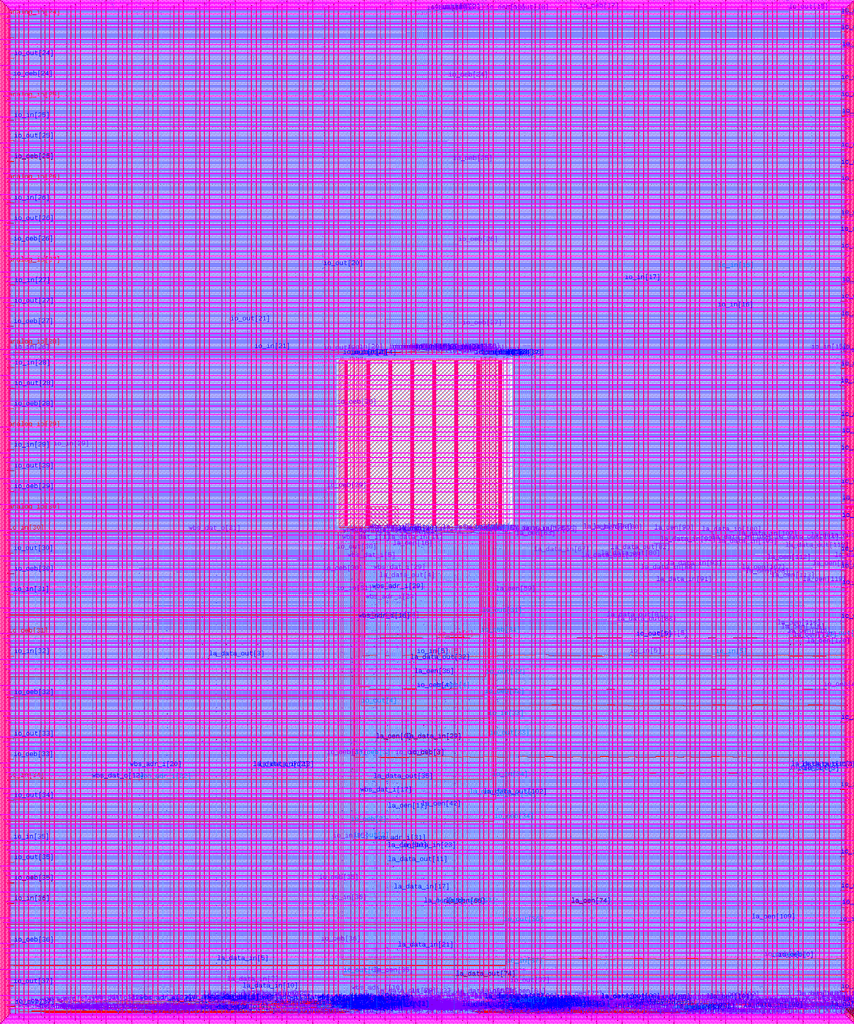
<source format=lef>
VERSION 5.7 ;
  NOWIREEXTENSIONATPIN ON ;
  DIVIDERCHAR "/" ;
  BUSBITCHARS "[]" ;
MACRO user_project_wrapper
  CLASS BLOCK ;
  FOREIGN user_project_wrapper ;
  ORIGIN 0.000 0.000 ;
  SIZE 2920.000 BY 3520.000 ;
  PIN analog_io[0]
    DIRECTION INOUT ;
    USE SIGNAL ;
    PORT
      LAYER met3 ;
        RECT 2917.600 28.980 2924.800 30.180 ;
    END
  END analog_io[0]
  PIN analog_io[10]
    DIRECTION INOUT ;
    USE SIGNAL ;
    PORT
      LAYER met3 ;
        RECT 2917.600 2374.980 2924.800 2376.180 ;
    END
  END analog_io[10]
  PIN analog_io[11]
    DIRECTION INOUT ;
    USE SIGNAL ;
    PORT
      LAYER met3 ;
        RECT 2917.600 2609.580 2924.800 2610.780 ;
    END
  END analog_io[11]
  PIN analog_io[12]
    DIRECTION INOUT ;
    USE SIGNAL ;
    PORT
      LAYER met3 ;
        RECT 2917.600 2844.180 2924.800 2845.380 ;
    END
  END analog_io[12]
  PIN analog_io[13]
    DIRECTION INOUT ;
    USE SIGNAL ;
    PORT
      LAYER met3 ;
        RECT 2917.600 3078.780 2924.800 3079.980 ;
    END
  END analog_io[13]
  PIN analog_io[14]
    DIRECTION INOUT ;
    USE SIGNAL ;
    PORT
      LAYER met3 ;
        RECT 2917.600 3313.380 2924.800 3314.580 ;
    END
  END analog_io[14]
  PIN analog_io[15]
    DIRECTION INOUT ;
    USE SIGNAL ;
    PORT
      LAYER met2 ;
        RECT 2879.090 3517.600 2879.650 3524.800 ;
    END
  END analog_io[15]
  PIN analog_io[16]
    DIRECTION INOUT ;
    USE SIGNAL ;
    PORT
      LAYER met2 ;
        RECT 2554.790 3517.600 2555.350 3524.800 ;
    END
  END analog_io[16]
  PIN analog_io[17]
    DIRECTION INOUT ;
    USE SIGNAL ;
    PORT
      LAYER met2 ;
        RECT 2230.490 3517.600 2231.050 3524.800 ;
    END
  END analog_io[17]
  PIN analog_io[18]
    DIRECTION INOUT ;
    USE SIGNAL ;
    PORT
      LAYER met2 ;
        RECT 1905.730 3517.600 1906.290 3524.800 ;
    END
  END analog_io[18]
  PIN analog_io[19]
    DIRECTION INOUT ;
    USE SIGNAL ;
    PORT
      LAYER met2 ;
        RECT 1581.430 3517.600 1581.990 3524.800 ;
    END
  END analog_io[19]
  PIN analog_io[1]
    DIRECTION INOUT ;
    USE SIGNAL ;
    PORT
      LAYER met3 ;
        RECT 2917.600 263.580 2924.800 264.780 ;
    END
  END analog_io[1]
  PIN analog_io[20]
    DIRECTION INOUT ;
    USE SIGNAL ;
    PORT
      LAYER met2 ;
        RECT 1257.130 3517.600 1257.690 3524.800 ;
    END
  END analog_io[20]
  PIN analog_io[21]
    DIRECTION INOUT ;
    USE SIGNAL ;
    PORT
      LAYER met2 ;
        RECT 932.370 3517.600 932.930 3524.800 ;
    END
  END analog_io[21]
  PIN analog_io[22]
    DIRECTION INOUT ;
    USE SIGNAL ;
    PORT
      LAYER met2 ;
        RECT 608.070 3517.600 608.630 3524.800 ;
    END
  END analog_io[22]
  PIN analog_io[23]
    DIRECTION INOUT ;
    USE SIGNAL ;
    PORT
      LAYER met2 ;
        RECT 283.770 3517.600 284.330 3524.800 ;
    END
  END analog_io[23]
  PIN analog_io[24]
    DIRECTION INOUT ;
    USE SIGNAL ;
    PORT
      LAYER met3 ;
        RECT -4.800 3482.700 2.400 3483.900 ;
    END
  END analog_io[24]
  PIN analog_io[25]
    DIRECTION INOUT ;
    USE SIGNAL ;
    PORT
      LAYER met3 ;
        RECT -4.800 3195.060 2.400 3196.260 ;
    END
  END analog_io[25]
  PIN analog_io[26]
    DIRECTION INOUT ;
    USE SIGNAL ;
    PORT
      LAYER met3 ;
        RECT -4.800 2908.100 2.400 2909.300 ;
    END
  END analog_io[26]
  PIN analog_io[27]
    DIRECTION INOUT ;
    USE SIGNAL ;
    PORT
      LAYER met3 ;
        RECT -4.800 2620.460 2.400 2621.660 ;
    END
  END analog_io[27]
  PIN analog_io[28]
    DIRECTION INOUT ;
    USE SIGNAL ;
    PORT
      LAYER met3 ;
        RECT -4.800 2333.500 2.400 2334.700 ;
    END
  END analog_io[28]
  PIN analog_io[29]
    DIRECTION INOUT ;
    USE SIGNAL ;
    PORT
      LAYER met3 ;
        RECT -4.800 2045.860 2.400 2047.060 ;
    END
  END analog_io[29]
  PIN analog_io[2]
    DIRECTION INOUT ;
    USE SIGNAL ;
    PORT
      LAYER met3 ;
        RECT 2917.600 498.180 2924.800 499.380 ;
    END
  END analog_io[2]
  PIN analog_io[30]
    DIRECTION INOUT ;
    USE SIGNAL ;
    PORT
      LAYER met3 ;
        RECT -4.800 1758.900 2.400 1760.100 ;
    END
  END analog_io[30]
  PIN analog_io[3]
    DIRECTION INOUT ;
    USE SIGNAL ;
    PORT
      LAYER met3 ;
        RECT 2917.600 732.780 2924.800 733.980 ;
    END
  END analog_io[3]
  PIN analog_io[4]
    DIRECTION INOUT ;
    USE SIGNAL ;
    PORT
      LAYER met3 ;
        RECT 2917.600 967.380 2924.800 968.580 ;
    END
  END analog_io[4]
  PIN analog_io[5]
    DIRECTION INOUT ;
    USE SIGNAL ;
    PORT
      LAYER met3 ;
        RECT 2917.600 1201.980 2924.800 1203.180 ;
    END
  END analog_io[5]
  PIN analog_io[6]
    DIRECTION INOUT ;
    USE SIGNAL ;
    PORT
      LAYER met3 ;
        RECT 2917.600 1436.580 2924.800 1437.780 ;
    END
  END analog_io[6]
  PIN analog_io[7]
    DIRECTION INOUT ;
    USE SIGNAL ;
    PORT
      LAYER met3 ;
        RECT 2917.600 1671.180 2924.800 1672.380 ;
    END
  END analog_io[7]
  PIN analog_io[8]
    DIRECTION INOUT ;
    USE SIGNAL ;
    PORT
      LAYER met3 ;
        RECT 2917.600 1905.780 2924.800 1906.980 ;
    END
  END analog_io[8]
  PIN analog_io[9]
    DIRECTION INOUT ;
    USE SIGNAL ;
    PORT
      LAYER met3 ;
        RECT 2917.600 2140.380 2924.800 2141.580 ;
    END
  END analog_io[9]
  PIN io_in[0]
    DIRECTION INPUT ;
    USE SIGNAL ;
    PORT
      LAYER met1 ;
        RECT 1145.470 89.320 1145.790 89.380 ;
        RECT 2900.830 89.320 2901.150 89.380 ;
        RECT 1145.470 89.180 2901.150 89.320 ;
        RECT 1145.470 89.120 1145.790 89.180 ;
        RECT 2900.830 89.120 2901.150 89.180 ;
      LAYER via ;
        RECT 1145.500 89.120 1145.760 89.380 ;
        RECT 2900.860 89.120 2901.120 89.380 ;
      LAYER met2 ;
        RECT 1151.860 2296.770 1152.140 2300.000 ;
        RECT 1145.560 2296.630 1152.140 2296.770 ;
        RECT 1145.560 89.410 1145.700 2296.630 ;
        RECT 1151.860 2296.000 1152.140 2296.630 ;
        RECT 1145.500 89.090 1145.760 89.410 ;
        RECT 2900.860 89.090 2901.120 89.410 ;
        RECT 2900.920 88.245 2901.060 89.090 ;
        RECT 2900.850 87.875 2901.130 88.245 ;
      LAYER via2 ;
        RECT 2900.850 87.920 2901.130 88.200 ;
      LAYER met3 ;
        RECT 2900.825 88.210 2901.155 88.225 ;
        RECT 2917.600 88.210 2924.800 88.660 ;
        RECT 2900.825 87.910 2924.800 88.210 ;
        RECT 2900.825 87.895 2901.155 87.910 ;
        RECT 2917.600 87.460 2924.800 87.910 ;
    END
  END io_in[0]
  PIN io_in[10]
    DIRECTION INPUT ;
    USE SIGNAL ;
    PORT
      LAYER met1 ;
        RECT 1310.610 2429.540 1310.930 2429.600 ;
        RECT 2900.830 2429.540 2901.150 2429.600 ;
        RECT 1310.610 2429.400 2901.150 2429.540 ;
        RECT 1310.610 2429.340 1310.930 2429.400 ;
        RECT 2900.830 2429.340 2901.150 2429.400 ;
      LAYER via ;
        RECT 1310.640 2429.340 1310.900 2429.600 ;
        RECT 2900.860 2429.340 2901.120 2429.600 ;
      LAYER met2 ;
        RECT 2900.850 2433.875 2901.130 2434.245 ;
        RECT 2900.920 2429.630 2901.060 2433.875 ;
        RECT 1310.640 2429.310 1310.900 2429.630 ;
        RECT 2900.860 2429.310 2901.120 2429.630 ;
        RECT 1309.640 2299.490 1309.920 2300.000 ;
        RECT 1310.700 2299.490 1310.840 2429.310 ;
        RECT 1309.640 2299.350 1310.840 2299.490 ;
        RECT 1309.640 2296.000 1309.920 2299.350 ;
      LAYER via2 ;
        RECT 2900.850 2433.920 2901.130 2434.200 ;
      LAYER met3 ;
        RECT 2900.825 2434.210 2901.155 2434.225 ;
        RECT 2917.600 2434.210 2924.800 2434.660 ;
        RECT 2900.825 2433.910 2924.800 2434.210 ;
        RECT 2900.825 2433.895 2901.155 2433.910 ;
        RECT 2917.600 2433.460 2924.800 2433.910 ;
    END
  END io_in[10]
  PIN io_in[11]
    DIRECTION INPUT ;
    USE SIGNAL ;
    PORT
      LAYER met1 ;
        RECT 1330.850 2663.800 1331.170 2663.860 ;
        RECT 2900.830 2663.800 2901.150 2663.860 ;
        RECT 1330.850 2663.660 2901.150 2663.800 ;
        RECT 1330.850 2663.600 1331.170 2663.660 ;
        RECT 2900.830 2663.600 2901.150 2663.660 ;
        RECT 1325.330 2316.320 1325.650 2316.380 ;
        RECT 1330.850 2316.320 1331.170 2316.380 ;
        RECT 1325.330 2316.180 1331.170 2316.320 ;
        RECT 1325.330 2316.120 1325.650 2316.180 ;
        RECT 1330.850 2316.120 1331.170 2316.180 ;
      LAYER via ;
        RECT 1330.880 2663.600 1331.140 2663.860 ;
        RECT 2900.860 2663.600 2901.120 2663.860 ;
        RECT 1325.360 2316.120 1325.620 2316.380 ;
        RECT 1330.880 2316.120 1331.140 2316.380 ;
      LAYER met2 ;
        RECT 2900.850 2669.155 2901.130 2669.525 ;
        RECT 2900.920 2663.890 2901.060 2669.155 ;
        RECT 1330.880 2663.570 1331.140 2663.890 ;
        RECT 2900.860 2663.570 2901.120 2663.890 ;
        RECT 1330.940 2316.410 1331.080 2663.570 ;
        RECT 1325.360 2316.090 1325.620 2316.410 ;
        RECT 1330.880 2316.090 1331.140 2316.410 ;
        RECT 1325.420 2300.000 1325.560 2316.090 ;
        RECT 1325.280 2296.000 1325.560 2300.000 ;
      LAYER via2 ;
        RECT 2900.850 2669.200 2901.130 2669.480 ;
      LAYER met3 ;
        RECT 2900.825 2669.490 2901.155 2669.505 ;
        RECT 2917.600 2669.490 2924.800 2669.940 ;
        RECT 2900.825 2669.190 2924.800 2669.490 ;
        RECT 2900.825 2669.175 2901.155 2669.190 ;
        RECT 2917.600 2668.740 2924.800 2669.190 ;
    END
  END io_in[11]
  PIN io_in[12]
    DIRECTION INPUT ;
    USE SIGNAL ;
    PORT
      LAYER met1 ;
        RECT 1345.110 2898.400 1345.430 2898.460 ;
        RECT 2900.830 2898.400 2901.150 2898.460 ;
        RECT 1345.110 2898.260 2901.150 2898.400 ;
        RECT 1345.110 2898.200 1345.430 2898.260 ;
        RECT 2900.830 2898.200 2901.150 2898.260 ;
        RECT 1340.970 2316.320 1341.290 2316.380 ;
        RECT 1345.110 2316.320 1345.430 2316.380 ;
        RECT 1340.970 2316.180 1345.430 2316.320 ;
        RECT 1340.970 2316.120 1341.290 2316.180 ;
        RECT 1345.110 2316.120 1345.430 2316.180 ;
      LAYER via ;
        RECT 1345.140 2898.200 1345.400 2898.460 ;
        RECT 2900.860 2898.200 2901.120 2898.460 ;
        RECT 1341.000 2316.120 1341.260 2316.380 ;
        RECT 1345.140 2316.120 1345.400 2316.380 ;
      LAYER met2 ;
        RECT 2900.850 2903.755 2901.130 2904.125 ;
        RECT 2900.920 2898.490 2901.060 2903.755 ;
        RECT 1345.140 2898.170 1345.400 2898.490 ;
        RECT 2900.860 2898.170 2901.120 2898.490 ;
        RECT 1345.200 2316.410 1345.340 2898.170 ;
        RECT 1341.000 2316.090 1341.260 2316.410 ;
        RECT 1345.140 2316.090 1345.400 2316.410 ;
        RECT 1341.060 2300.000 1341.200 2316.090 ;
        RECT 1340.920 2296.000 1341.200 2300.000 ;
      LAYER via2 ;
        RECT 2900.850 2903.800 2901.130 2904.080 ;
      LAYER met3 ;
        RECT 2900.825 2904.090 2901.155 2904.105 ;
        RECT 2917.600 2904.090 2924.800 2904.540 ;
        RECT 2900.825 2903.790 2924.800 2904.090 ;
        RECT 2900.825 2903.775 2901.155 2903.790 ;
        RECT 2917.600 2903.340 2924.800 2903.790 ;
    END
  END io_in[12]
  PIN io_in[13]
    DIRECTION INPUT ;
    USE SIGNAL ;
    PORT
      LAYER met1 ;
        RECT 1358.910 3133.000 1359.230 3133.060 ;
        RECT 2904.050 3133.000 2904.370 3133.060 ;
        RECT 1358.910 3132.860 2904.370 3133.000 ;
        RECT 1358.910 3132.800 1359.230 3132.860 ;
        RECT 2904.050 3132.800 2904.370 3132.860 ;
      LAYER via ;
        RECT 1358.940 3132.800 1359.200 3133.060 ;
        RECT 2904.080 3132.800 2904.340 3133.060 ;
      LAYER met2 ;
        RECT 2904.070 3138.355 2904.350 3138.725 ;
        RECT 2904.140 3133.090 2904.280 3138.355 ;
        RECT 1358.940 3132.770 1359.200 3133.090 ;
        RECT 2904.080 3132.770 2904.340 3133.090 ;
        RECT 1357.020 2299.490 1357.300 2300.000 ;
        RECT 1359.000 2299.490 1359.140 3132.770 ;
        RECT 1357.020 2299.350 1359.140 2299.490 ;
        RECT 1357.020 2296.000 1357.300 2299.350 ;
      LAYER via2 ;
        RECT 2904.070 3138.400 2904.350 3138.680 ;
      LAYER met3 ;
        RECT 2904.045 3138.690 2904.375 3138.705 ;
        RECT 2917.600 3138.690 2924.800 3139.140 ;
        RECT 2904.045 3138.390 2924.800 3138.690 ;
        RECT 2904.045 3138.375 2904.375 3138.390 ;
        RECT 2917.600 3137.940 2924.800 3138.390 ;
    END
  END io_in[13]
  PIN io_in[14]
    DIRECTION INPUT ;
    USE SIGNAL ;
    PORT
      LAYER met1 ;
        RECT 1371.330 3367.940 1371.650 3368.000 ;
        RECT 2904.050 3367.940 2904.370 3368.000 ;
        RECT 1371.330 3367.800 2904.370 3367.940 ;
        RECT 1371.330 3367.740 1371.650 3367.800 ;
        RECT 2904.050 3367.740 2904.370 3367.800 ;
      LAYER via ;
        RECT 1371.360 3367.740 1371.620 3368.000 ;
        RECT 2904.080 3367.740 2904.340 3368.000 ;
      LAYER met2 ;
        RECT 2904.070 3372.955 2904.350 3373.325 ;
        RECT 2904.140 3368.030 2904.280 3372.955 ;
        RECT 1371.360 3367.710 1371.620 3368.030 ;
        RECT 2904.080 3367.710 2904.340 3368.030 ;
        RECT 1371.420 2299.490 1371.560 3367.710 ;
        RECT 1372.660 2299.490 1372.940 2300.000 ;
        RECT 1371.420 2299.350 1372.940 2299.490 ;
        RECT 1372.660 2296.000 1372.940 2299.350 ;
      LAYER via2 ;
        RECT 2904.070 3373.000 2904.350 3373.280 ;
      LAYER met3 ;
        RECT 2904.045 3373.290 2904.375 3373.305 ;
        RECT 2917.600 3373.290 2924.800 3373.740 ;
        RECT 2904.045 3372.990 2924.800 3373.290 ;
        RECT 2904.045 3372.975 2904.375 3372.990 ;
        RECT 2917.600 3372.540 2924.800 3372.990 ;
    END
  END io_in[14]
  PIN io_in[15]
    DIRECTION INPUT ;
    USE SIGNAL ;
    PORT
      LAYER li1 ;
        RECT 2796.485 3332.765 2796.655 3380.535 ;
        RECT 2796.485 3139.645 2796.655 3187.415 ;
        RECT 2795.565 3007.725 2795.735 3042.915 ;
        RECT 2796.485 2946.525 2796.655 2994.295 ;
        RECT 2794.645 2753.065 2794.815 2767.175 ;
        RECT 2794.645 2656.505 2794.815 2670.615 ;
        RECT 2795.105 2621.485 2795.275 2656.335 ;
        RECT 2795.565 2428.365 2795.735 2463.215 ;
        RECT 2795.565 2318.545 2795.735 2332.655 ;
      LAYER mcon ;
        RECT 2796.485 3380.365 2796.655 3380.535 ;
        RECT 2796.485 3187.245 2796.655 3187.415 ;
        RECT 2795.565 3042.745 2795.735 3042.915 ;
        RECT 2796.485 2994.125 2796.655 2994.295 ;
        RECT 2794.645 2767.005 2794.815 2767.175 ;
        RECT 2794.645 2670.445 2794.815 2670.615 ;
        RECT 2795.105 2656.165 2795.275 2656.335 ;
        RECT 2795.565 2463.045 2795.735 2463.215 ;
        RECT 2795.565 2332.485 2795.735 2332.655 ;
      LAYER met1 ;
        RECT 2795.950 3443.080 2796.270 3443.140 ;
        RECT 2796.870 3443.080 2797.190 3443.140 ;
        RECT 2795.950 3442.940 2797.190 3443.080 ;
        RECT 2795.950 3442.880 2796.270 3442.940 ;
        RECT 2796.870 3442.880 2797.190 3442.940 ;
        RECT 2796.410 3380.520 2796.730 3380.580 ;
        RECT 2796.215 3380.380 2796.730 3380.520 ;
        RECT 2796.410 3380.320 2796.730 3380.380 ;
        RECT 2796.425 3332.920 2796.715 3332.965 ;
        RECT 2796.870 3332.920 2797.190 3332.980 ;
        RECT 2796.425 3332.780 2797.190 3332.920 ;
        RECT 2796.425 3332.735 2796.715 3332.780 ;
        RECT 2796.870 3332.720 2797.190 3332.780 ;
        RECT 2795.490 3236.360 2795.810 3236.420 ;
        RECT 2795.950 3236.360 2796.270 3236.420 ;
        RECT 2795.490 3236.220 2796.270 3236.360 ;
        RECT 2795.490 3236.160 2795.810 3236.220 ;
        RECT 2795.950 3236.160 2796.270 3236.220 ;
        RECT 2796.410 3187.400 2796.730 3187.460 ;
        RECT 2796.215 3187.260 2796.730 3187.400 ;
        RECT 2796.410 3187.200 2796.730 3187.260 ;
        RECT 2796.425 3139.800 2796.715 3139.845 ;
        RECT 2796.870 3139.800 2797.190 3139.860 ;
        RECT 2796.425 3139.660 2797.190 3139.800 ;
        RECT 2796.425 3139.615 2796.715 3139.660 ;
        RECT 2796.870 3139.600 2797.190 3139.660 ;
        RECT 2795.950 3091.520 2796.270 3091.580 ;
        RECT 2796.870 3091.520 2797.190 3091.580 ;
        RECT 2795.950 3091.380 2797.190 3091.520 ;
        RECT 2795.950 3091.320 2796.270 3091.380 ;
        RECT 2796.870 3091.320 2797.190 3091.380 ;
        RECT 2795.950 3090.840 2796.270 3090.900 ;
        RECT 2797.330 3090.840 2797.650 3090.900 ;
        RECT 2795.950 3090.700 2797.650 3090.840 ;
        RECT 2795.950 3090.640 2796.270 3090.700 ;
        RECT 2797.330 3090.640 2797.650 3090.700 ;
        RECT 2795.490 3042.900 2795.810 3042.960 ;
        RECT 2795.295 3042.760 2795.810 3042.900 ;
        RECT 2795.490 3042.700 2795.810 3042.760 ;
        RECT 2795.505 3007.880 2795.795 3007.925 ;
        RECT 2796.410 3007.880 2796.730 3007.940 ;
        RECT 2795.505 3007.740 2796.730 3007.880 ;
        RECT 2795.505 3007.695 2795.795 3007.740 ;
        RECT 2796.410 3007.680 2796.730 3007.740 ;
        RECT 2796.410 2994.280 2796.730 2994.340 ;
        RECT 2796.215 2994.140 2796.730 2994.280 ;
        RECT 2796.410 2994.080 2796.730 2994.140 ;
        RECT 2796.425 2946.680 2796.715 2946.725 ;
        RECT 2796.870 2946.680 2797.190 2946.740 ;
        RECT 2796.425 2946.540 2797.190 2946.680 ;
        RECT 2796.425 2946.495 2796.715 2946.540 ;
        RECT 2796.870 2946.480 2797.190 2946.540 ;
        RECT 2796.870 2912.340 2797.190 2912.400 ;
        RECT 2796.500 2912.200 2797.190 2912.340 ;
        RECT 2796.500 2911.720 2796.640 2912.200 ;
        RECT 2796.870 2912.140 2797.190 2912.200 ;
        RECT 2796.410 2911.460 2796.730 2911.720 ;
        RECT 2794.570 2767.160 2794.890 2767.220 ;
        RECT 2794.375 2767.020 2794.890 2767.160 ;
        RECT 2794.570 2766.960 2794.890 2767.020 ;
        RECT 2794.570 2753.220 2794.890 2753.280 ;
        RECT 2794.375 2753.080 2794.890 2753.220 ;
        RECT 2794.570 2753.020 2794.890 2753.080 ;
        RECT 2794.570 2718.680 2794.890 2718.940 ;
        RECT 2794.660 2718.200 2794.800 2718.680 ;
        RECT 2795.030 2718.200 2795.350 2718.260 ;
        RECT 2794.660 2718.060 2795.350 2718.200 ;
        RECT 2795.030 2718.000 2795.350 2718.060 ;
        RECT 2794.570 2670.600 2794.890 2670.660 ;
        RECT 2794.375 2670.460 2794.890 2670.600 ;
        RECT 2794.570 2670.400 2794.890 2670.460 ;
        RECT 2794.570 2656.660 2794.890 2656.720 ;
        RECT 2794.375 2656.520 2794.890 2656.660 ;
        RECT 2794.570 2656.460 2794.890 2656.520 ;
        RECT 2795.030 2656.320 2795.350 2656.380 ;
        RECT 2794.835 2656.180 2795.350 2656.320 ;
        RECT 2795.030 2656.120 2795.350 2656.180 ;
        RECT 2795.030 2621.640 2795.350 2621.700 ;
        RECT 2794.835 2621.500 2795.350 2621.640 ;
        RECT 2795.030 2621.440 2795.350 2621.500 ;
        RECT 2794.570 2511.820 2794.890 2511.880 ;
        RECT 2795.950 2511.820 2796.270 2511.880 ;
        RECT 2794.570 2511.680 2796.270 2511.820 ;
        RECT 2794.570 2511.620 2794.890 2511.680 ;
        RECT 2795.950 2511.620 2796.270 2511.680 ;
        RECT 2795.030 2477.480 2795.350 2477.540 ;
        RECT 2795.950 2477.480 2796.270 2477.540 ;
        RECT 2795.030 2477.340 2796.270 2477.480 ;
        RECT 2795.030 2477.280 2795.350 2477.340 ;
        RECT 2795.950 2477.280 2796.270 2477.340 ;
        RECT 2795.490 2463.200 2795.810 2463.260 ;
        RECT 2795.295 2463.060 2795.810 2463.200 ;
        RECT 2795.490 2463.000 2795.810 2463.060 ;
        RECT 2795.490 2428.520 2795.810 2428.580 ;
        RECT 2795.295 2428.380 2795.810 2428.520 ;
        RECT 2795.490 2428.320 2795.810 2428.380 ;
        RECT 2795.030 2380.580 2795.350 2380.640 ;
        RECT 2795.950 2380.580 2796.270 2380.640 ;
        RECT 2795.030 2380.440 2796.270 2380.580 ;
        RECT 2795.030 2380.380 2795.350 2380.440 ;
        RECT 2795.950 2380.380 2796.270 2380.440 ;
        RECT 2795.505 2332.640 2795.795 2332.685 ;
        RECT 2795.950 2332.640 2796.270 2332.700 ;
        RECT 2795.505 2332.500 2796.270 2332.640 ;
        RECT 2795.505 2332.455 2795.795 2332.500 ;
        RECT 2795.950 2332.440 2796.270 2332.500 ;
        RECT 2795.490 2318.700 2795.810 2318.760 ;
        RECT 2795.295 2318.560 2795.810 2318.700 ;
        RECT 2795.490 2318.500 2795.810 2318.560 ;
        RECT 1388.350 2316.320 1388.670 2316.380 ;
        RECT 1393.410 2316.320 1393.730 2316.380 ;
        RECT 1388.350 2316.180 1393.730 2316.320 ;
        RECT 1388.350 2316.120 1388.670 2316.180 ;
        RECT 1393.410 2316.120 1393.730 2316.180 ;
        RECT 1414.570 2316.320 1414.890 2316.380 ;
        RECT 2795.490 2316.320 2795.810 2316.380 ;
        RECT 1414.570 2316.180 2795.810 2316.320 ;
        RECT 1414.570 2316.120 1414.890 2316.180 ;
        RECT 2795.490 2316.120 2795.810 2316.180 ;
      LAYER via ;
        RECT 2795.980 3442.880 2796.240 3443.140 ;
        RECT 2796.900 3442.880 2797.160 3443.140 ;
        RECT 2796.440 3380.320 2796.700 3380.580 ;
        RECT 2796.900 3332.720 2797.160 3332.980 ;
        RECT 2795.520 3236.160 2795.780 3236.420 ;
        RECT 2795.980 3236.160 2796.240 3236.420 ;
        RECT 2796.440 3187.200 2796.700 3187.460 ;
        RECT 2796.900 3139.600 2797.160 3139.860 ;
        RECT 2795.980 3091.320 2796.240 3091.580 ;
        RECT 2796.900 3091.320 2797.160 3091.580 ;
        RECT 2795.980 3090.640 2796.240 3090.900 ;
        RECT 2797.360 3090.640 2797.620 3090.900 ;
        RECT 2795.520 3042.700 2795.780 3042.960 ;
        RECT 2796.440 3007.680 2796.700 3007.940 ;
        RECT 2796.440 2994.080 2796.700 2994.340 ;
        RECT 2796.900 2946.480 2797.160 2946.740 ;
        RECT 2796.900 2912.140 2797.160 2912.400 ;
        RECT 2796.440 2911.460 2796.700 2911.720 ;
        RECT 2794.600 2766.960 2794.860 2767.220 ;
        RECT 2794.600 2753.020 2794.860 2753.280 ;
        RECT 2794.600 2718.680 2794.860 2718.940 ;
        RECT 2795.060 2718.000 2795.320 2718.260 ;
        RECT 2794.600 2670.400 2794.860 2670.660 ;
        RECT 2794.600 2656.460 2794.860 2656.720 ;
        RECT 2795.060 2656.120 2795.320 2656.380 ;
        RECT 2795.060 2621.440 2795.320 2621.700 ;
        RECT 2794.600 2511.620 2794.860 2511.880 ;
        RECT 2795.980 2511.620 2796.240 2511.880 ;
        RECT 2795.060 2477.280 2795.320 2477.540 ;
        RECT 2795.980 2477.280 2796.240 2477.540 ;
        RECT 2795.520 2463.000 2795.780 2463.260 ;
        RECT 2795.520 2428.320 2795.780 2428.580 ;
        RECT 2795.060 2380.380 2795.320 2380.640 ;
        RECT 2795.980 2380.380 2796.240 2380.640 ;
        RECT 2795.980 2332.440 2796.240 2332.700 ;
        RECT 2795.520 2318.500 2795.780 2318.760 ;
        RECT 1388.380 2316.120 1388.640 2316.380 ;
        RECT 1393.440 2316.120 1393.700 2316.380 ;
        RECT 1414.600 2316.120 1414.860 2316.380 ;
        RECT 2795.520 2316.120 2795.780 2316.380 ;
      LAYER met2 ;
        RECT 2798.130 3517.600 2798.690 3524.800 ;
        RECT 2798.340 3443.930 2798.480 3517.600 ;
        RECT 2796.960 3443.790 2798.480 3443.930 ;
        RECT 2796.960 3443.250 2797.100 3443.790 ;
        RECT 2796.040 3443.170 2797.100 3443.250 ;
        RECT 2795.980 3443.110 2797.160 3443.170 ;
        RECT 2795.980 3442.850 2796.240 3443.110 ;
        RECT 2796.900 3442.850 2797.160 3443.110 ;
        RECT 2796.040 3442.695 2796.180 3442.850 ;
        RECT 2796.960 3405.170 2797.100 3442.850 ;
        RECT 2796.500 3405.030 2797.100 3405.170 ;
        RECT 2796.500 3380.610 2796.640 3405.030 ;
        RECT 2796.440 3380.290 2796.700 3380.610 ;
        RECT 2796.900 3332.690 2797.160 3333.010 ;
        RECT 2796.960 3298.410 2797.100 3332.690 ;
        RECT 2796.040 3298.270 2797.100 3298.410 ;
        RECT 2796.040 3236.450 2796.180 3298.270 ;
        RECT 2795.520 3236.130 2795.780 3236.450 ;
        RECT 2795.980 3236.130 2796.240 3236.450 ;
        RECT 2795.580 3201.850 2795.720 3236.130 ;
        RECT 2795.580 3201.710 2796.640 3201.850 ;
        RECT 2796.500 3187.490 2796.640 3201.710 ;
        RECT 2796.440 3187.170 2796.700 3187.490 ;
        RECT 2796.900 3139.570 2797.160 3139.890 ;
        RECT 2796.960 3091.610 2797.100 3139.570 ;
        RECT 2795.980 3091.290 2796.240 3091.610 ;
        RECT 2796.900 3091.290 2797.160 3091.610 ;
        RECT 2796.040 3090.930 2796.180 3091.290 ;
        RECT 2795.980 3090.610 2796.240 3090.930 ;
        RECT 2797.360 3090.610 2797.620 3090.930 ;
        RECT 2797.420 3043.525 2797.560 3090.610 ;
        RECT 2795.510 3043.155 2795.790 3043.525 ;
        RECT 2797.350 3043.155 2797.630 3043.525 ;
        RECT 2795.580 3042.990 2795.720 3043.155 ;
        RECT 2795.520 3042.670 2795.780 3042.990 ;
        RECT 2796.440 3007.650 2796.700 3007.970 ;
        RECT 2796.500 2994.370 2796.640 3007.650 ;
        RECT 2796.440 2994.050 2796.700 2994.370 ;
        RECT 2796.900 2946.450 2797.160 2946.770 ;
        RECT 2796.960 2912.430 2797.100 2946.450 ;
        RECT 2796.900 2912.110 2797.160 2912.430 ;
        RECT 2796.440 2911.430 2796.700 2911.750 ;
        RECT 2796.500 2863.210 2796.640 2911.430 ;
        RECT 2795.580 2863.070 2796.640 2863.210 ;
        RECT 2795.580 2815.610 2795.720 2863.070 ;
        RECT 2795.120 2815.470 2795.720 2815.610 ;
        RECT 2795.120 2801.330 2795.260 2815.470 ;
        RECT 2794.660 2801.190 2795.260 2801.330 ;
        RECT 2794.660 2767.250 2794.800 2801.190 ;
        RECT 2794.600 2766.930 2794.860 2767.250 ;
        RECT 2794.600 2752.990 2794.860 2753.310 ;
        RECT 2794.660 2718.970 2794.800 2752.990 ;
        RECT 2794.600 2718.650 2794.860 2718.970 ;
        RECT 2795.060 2717.970 2795.320 2718.290 ;
        RECT 2795.120 2704.770 2795.260 2717.970 ;
        RECT 2794.660 2704.630 2795.260 2704.770 ;
        RECT 2794.660 2670.690 2794.800 2704.630 ;
        RECT 2794.600 2670.370 2794.860 2670.690 ;
        RECT 2794.660 2656.750 2794.800 2656.905 ;
        RECT 2794.600 2656.490 2794.860 2656.750 ;
        RECT 2794.600 2656.430 2795.260 2656.490 ;
        RECT 2794.660 2656.410 2795.260 2656.430 ;
        RECT 2794.660 2656.350 2795.320 2656.410 ;
        RECT 2795.060 2656.090 2795.320 2656.350 ;
        RECT 2795.060 2621.410 2795.320 2621.730 ;
        RECT 2795.120 2573.530 2795.260 2621.410 ;
        RECT 2795.120 2573.390 2795.720 2573.530 ;
        RECT 2795.580 2560.045 2795.720 2573.390 ;
        RECT 2794.590 2559.675 2794.870 2560.045 ;
        RECT 2795.510 2559.675 2795.790 2560.045 ;
        RECT 2794.660 2511.910 2794.800 2559.675 ;
        RECT 2794.600 2511.590 2794.860 2511.910 ;
        RECT 2795.980 2511.590 2796.240 2511.910 ;
        RECT 2796.040 2477.570 2796.180 2511.590 ;
        RECT 2795.060 2477.250 2795.320 2477.570 ;
        RECT 2795.980 2477.250 2796.240 2477.570 ;
        RECT 2795.120 2476.970 2795.260 2477.250 ;
        RECT 2795.120 2476.830 2795.720 2476.970 ;
        RECT 2795.580 2463.290 2795.720 2476.830 ;
        RECT 2795.520 2462.970 2795.780 2463.290 ;
        RECT 2795.520 2428.290 2795.780 2428.610 ;
        RECT 2795.580 2415.090 2795.720 2428.290 ;
        RECT 2795.580 2414.950 2796.180 2415.090 ;
        RECT 2796.040 2380.670 2796.180 2414.950 ;
        RECT 2795.060 2380.410 2795.320 2380.670 ;
        RECT 2795.980 2380.410 2796.240 2380.670 ;
        RECT 2795.060 2380.350 2796.240 2380.410 ;
        RECT 2795.120 2380.270 2796.180 2380.350 ;
        RECT 2796.040 2332.730 2796.180 2380.270 ;
        RECT 2795.980 2332.410 2796.240 2332.730 ;
        RECT 2795.520 2318.470 2795.780 2318.790 ;
        RECT 1388.380 2316.090 1388.640 2316.410 ;
        RECT 1393.430 2316.235 1393.710 2316.605 ;
        RECT 1414.590 2316.235 1414.870 2316.605 ;
        RECT 2795.580 2316.410 2795.720 2318.470 ;
        RECT 1393.440 2316.090 1393.700 2316.235 ;
        RECT 1414.600 2316.090 1414.860 2316.235 ;
        RECT 2795.520 2316.090 2795.780 2316.410 ;
        RECT 1388.440 2300.000 1388.580 2316.090 ;
        RECT 1388.300 2296.000 1388.580 2300.000 ;
      LAYER via2 ;
        RECT 2795.510 3043.200 2795.790 3043.480 ;
        RECT 2797.350 3043.200 2797.630 3043.480 ;
        RECT 2794.590 2559.720 2794.870 2560.000 ;
        RECT 2795.510 2559.720 2795.790 2560.000 ;
        RECT 1393.430 2316.280 1393.710 2316.560 ;
        RECT 1414.590 2316.280 1414.870 2316.560 ;
      LAYER met3 ;
        RECT 2795.485 3043.490 2795.815 3043.505 ;
        RECT 2797.325 3043.490 2797.655 3043.505 ;
        RECT 2795.485 3043.190 2797.655 3043.490 ;
        RECT 2795.485 3043.175 2795.815 3043.190 ;
        RECT 2797.325 3043.175 2797.655 3043.190 ;
        RECT 2794.565 2560.010 2794.895 2560.025 ;
        RECT 2795.485 2560.010 2795.815 2560.025 ;
        RECT 2794.565 2559.710 2795.815 2560.010 ;
        RECT 2794.565 2559.695 2794.895 2559.710 ;
        RECT 2795.485 2559.695 2795.815 2559.710 ;
        RECT 1393.405 2316.570 1393.735 2316.585 ;
        RECT 1414.565 2316.570 1414.895 2316.585 ;
        RECT 1393.405 2316.270 1414.895 2316.570 ;
        RECT 1393.405 2316.255 1393.735 2316.270 ;
        RECT 1414.565 2316.255 1414.895 2316.270 ;
    END
  END io_in[15]
  PIN io_in[16]
    DIRECTION INPUT ;
    USE SIGNAL ;
    PORT
      LAYER li1 ;
        RECT 2470.345 3332.765 2470.515 3380.535 ;
        RECT 2470.805 2814.605 2470.975 2849.455 ;
        RECT 1415.565 2309.025 1415.735 2312.595 ;
        RECT 1461.565 2309.025 1461.735 2312.595 ;
        RECT 1478.585 2309.025 1478.755 2318.035 ;
      LAYER mcon ;
        RECT 2470.345 3380.365 2470.515 3380.535 ;
        RECT 2470.805 2849.285 2470.975 2849.455 ;
        RECT 1478.585 2317.865 1478.755 2318.035 ;
        RECT 1415.565 2312.425 1415.735 2312.595 ;
        RECT 1461.565 2312.425 1461.735 2312.595 ;
      LAYER met1 ;
        RECT 2470.270 3380.520 2470.590 3380.580 ;
        RECT 2470.075 3380.380 2470.590 3380.520 ;
        RECT 2470.270 3380.320 2470.590 3380.380 ;
        RECT 2470.285 3332.920 2470.575 3332.965 ;
        RECT 2470.730 3332.920 2471.050 3332.980 ;
        RECT 2470.285 3332.780 2471.050 3332.920 ;
        RECT 2470.285 3332.735 2470.575 3332.780 ;
        RECT 2470.730 3332.720 2471.050 3332.780 ;
        RECT 2470.730 3298.580 2471.050 3298.640 ;
        RECT 2471.190 3298.580 2471.510 3298.640 ;
        RECT 2470.730 3298.440 2471.510 3298.580 ;
        RECT 2470.730 3298.380 2471.050 3298.440 ;
        RECT 2471.190 3298.380 2471.510 3298.440 ;
        RECT 2470.270 3270.700 2470.590 3270.760 ;
        RECT 2471.190 3270.700 2471.510 3270.760 ;
        RECT 2470.270 3270.560 2471.510 3270.700 ;
        RECT 2470.270 3270.500 2470.590 3270.560 ;
        RECT 2471.190 3270.500 2471.510 3270.560 ;
        RECT 2470.270 3077.580 2470.590 3077.640 ;
        RECT 2471.190 3077.580 2471.510 3077.640 ;
        RECT 2470.270 3077.440 2471.510 3077.580 ;
        RECT 2470.270 3077.380 2470.590 3077.440 ;
        RECT 2471.190 3077.380 2471.510 3077.440 ;
        RECT 2469.350 2946.340 2469.670 2946.400 ;
        RECT 2470.730 2946.340 2471.050 2946.400 ;
        RECT 2469.350 2946.200 2471.050 2946.340 ;
        RECT 2469.350 2946.140 2469.670 2946.200 ;
        RECT 2470.730 2946.140 2471.050 2946.200 ;
        RECT 2470.730 2849.440 2471.050 2849.500 ;
        RECT 2470.535 2849.300 2471.050 2849.440 ;
        RECT 2470.730 2849.240 2471.050 2849.300 ;
        RECT 2470.745 2814.760 2471.035 2814.805 ;
        RECT 2471.650 2814.760 2471.970 2814.820 ;
        RECT 2470.745 2814.620 2471.970 2814.760 ;
        RECT 2470.745 2814.575 2471.035 2814.620 ;
        RECT 2471.650 2814.560 2471.970 2814.620 ;
        RECT 2470.730 2753.220 2471.050 2753.280 ;
        RECT 2472.110 2753.220 2472.430 2753.280 ;
        RECT 2470.730 2753.080 2472.430 2753.220 ;
        RECT 2470.730 2753.020 2471.050 2753.080 ;
        RECT 2472.110 2753.020 2472.430 2753.080 ;
        RECT 2472.110 2719.220 2472.430 2719.280 ;
        RECT 2471.740 2719.080 2472.430 2719.220 ;
        RECT 2471.740 2718.600 2471.880 2719.080 ;
        RECT 2472.110 2719.020 2472.430 2719.080 ;
        RECT 2471.650 2718.340 2471.970 2718.600 ;
        RECT 2471.650 2670.400 2471.970 2670.660 ;
        RECT 2471.740 2669.920 2471.880 2670.400 ;
        RECT 2472.110 2669.920 2472.430 2669.980 ;
        RECT 2471.740 2669.780 2472.430 2669.920 ;
        RECT 2472.110 2669.720 2472.430 2669.780 ;
        RECT 2472.110 2572.680 2472.430 2572.740 ;
        RECT 2473.030 2572.680 2473.350 2572.740 ;
        RECT 2472.110 2572.540 2473.350 2572.680 ;
        RECT 2472.110 2572.480 2472.430 2572.540 ;
        RECT 2473.030 2572.480 2473.350 2572.540 ;
        RECT 2471.190 2511.820 2471.510 2511.880 ;
        RECT 2472.110 2511.820 2472.430 2511.880 ;
        RECT 2471.190 2511.680 2472.430 2511.820 ;
        RECT 2471.190 2511.620 2471.510 2511.680 ;
        RECT 2472.110 2511.620 2472.430 2511.680 ;
        RECT 2470.270 2401.320 2470.590 2401.380 ;
        RECT 2471.190 2401.320 2471.510 2401.380 ;
        RECT 2470.270 2401.180 2471.510 2401.320 ;
        RECT 2470.270 2401.120 2470.590 2401.180 ;
        RECT 2471.190 2401.120 2471.510 2401.180 ;
        RECT 1478.525 2318.020 1478.815 2318.065 ;
        RECT 2471.190 2318.020 2471.510 2318.080 ;
        RECT 1478.525 2317.880 2471.510 2318.020 ;
        RECT 1478.525 2317.835 1478.815 2317.880 ;
        RECT 2471.190 2317.820 2471.510 2317.880 ;
        RECT 1415.505 2312.580 1415.795 2312.625 ;
        RECT 1461.505 2312.580 1461.795 2312.625 ;
        RECT 1415.505 2312.440 1461.795 2312.580 ;
        RECT 1415.505 2312.395 1415.795 2312.440 ;
        RECT 1461.505 2312.395 1461.795 2312.440 ;
        RECT 1406.290 2309.180 1406.610 2309.240 ;
        RECT 1415.505 2309.180 1415.795 2309.225 ;
        RECT 1406.290 2309.040 1415.795 2309.180 ;
        RECT 1406.290 2308.980 1406.610 2309.040 ;
        RECT 1415.505 2308.995 1415.795 2309.040 ;
        RECT 1461.505 2309.180 1461.795 2309.225 ;
        RECT 1478.525 2309.180 1478.815 2309.225 ;
        RECT 1461.505 2309.040 1478.815 2309.180 ;
        RECT 1461.505 2308.995 1461.795 2309.040 ;
        RECT 1478.525 2308.995 1478.815 2309.040 ;
      LAYER via ;
        RECT 2470.300 3380.320 2470.560 3380.580 ;
        RECT 2470.760 3332.720 2471.020 3332.980 ;
        RECT 2470.760 3298.380 2471.020 3298.640 ;
        RECT 2471.220 3298.380 2471.480 3298.640 ;
        RECT 2470.300 3270.500 2470.560 3270.760 ;
        RECT 2471.220 3270.500 2471.480 3270.760 ;
        RECT 2470.300 3077.380 2470.560 3077.640 ;
        RECT 2471.220 3077.380 2471.480 3077.640 ;
        RECT 2469.380 2946.140 2469.640 2946.400 ;
        RECT 2470.760 2946.140 2471.020 2946.400 ;
        RECT 2470.760 2849.240 2471.020 2849.500 ;
        RECT 2471.680 2814.560 2471.940 2814.820 ;
        RECT 2470.760 2753.020 2471.020 2753.280 ;
        RECT 2472.140 2753.020 2472.400 2753.280 ;
        RECT 2472.140 2719.020 2472.400 2719.280 ;
        RECT 2471.680 2718.340 2471.940 2718.600 ;
        RECT 2471.680 2670.400 2471.940 2670.660 ;
        RECT 2472.140 2669.720 2472.400 2669.980 ;
        RECT 2472.140 2572.480 2472.400 2572.740 ;
        RECT 2473.060 2572.480 2473.320 2572.740 ;
        RECT 2471.220 2511.620 2471.480 2511.880 ;
        RECT 2472.140 2511.620 2472.400 2511.880 ;
        RECT 2470.300 2401.120 2470.560 2401.380 ;
        RECT 2471.220 2401.120 2471.480 2401.380 ;
        RECT 2471.220 2317.820 2471.480 2318.080 ;
        RECT 1406.320 2308.980 1406.580 2309.240 ;
      LAYER met2 ;
        RECT 2473.830 3517.600 2474.390 3524.800 ;
        RECT 2474.040 3517.370 2474.180 3517.600 ;
        RECT 2474.040 3517.230 2474.640 3517.370 ;
        RECT 2474.500 3430.445 2474.640 3517.230 ;
        RECT 2474.430 3430.075 2474.710 3430.445 ;
        RECT 2471.210 3429.395 2471.490 3429.765 ;
        RECT 2471.280 3395.650 2471.420 3429.395 ;
        RECT 2470.820 3395.510 2471.420 3395.650 ;
        RECT 2470.820 3394.290 2470.960 3395.510 ;
        RECT 2470.360 3394.150 2470.960 3394.290 ;
        RECT 2470.360 3380.610 2470.500 3394.150 ;
        RECT 2470.300 3380.290 2470.560 3380.610 ;
        RECT 2470.760 3332.690 2471.020 3333.010 ;
        RECT 2470.820 3298.670 2470.960 3332.690 ;
        RECT 2470.760 3298.350 2471.020 3298.670 ;
        RECT 2471.220 3298.350 2471.480 3298.670 ;
        RECT 2471.280 3270.790 2471.420 3298.350 ;
        RECT 2470.300 3270.470 2470.560 3270.790 ;
        RECT 2471.220 3270.470 2471.480 3270.790 ;
        RECT 2470.360 3222.250 2470.500 3270.470 ;
        RECT 2470.360 3222.110 2471.420 3222.250 ;
        RECT 2471.280 3077.670 2471.420 3222.110 ;
        RECT 2470.300 3077.350 2470.560 3077.670 ;
        RECT 2471.220 3077.350 2471.480 3077.670 ;
        RECT 2470.360 3029.130 2470.500 3077.350 ;
        RECT 2470.360 3028.990 2471.420 3029.130 ;
        RECT 2471.280 2959.770 2471.420 3028.990 ;
        RECT 2470.820 2959.630 2471.420 2959.770 ;
        RECT 2470.820 2946.430 2470.960 2959.630 ;
        RECT 2469.380 2946.110 2469.640 2946.430 ;
        RECT 2470.760 2946.110 2471.020 2946.430 ;
        RECT 2469.440 2898.685 2469.580 2946.110 ;
        RECT 2469.370 2898.315 2469.650 2898.685 ;
        RECT 2470.290 2898.315 2470.570 2898.685 ;
        RECT 2470.360 2863.210 2470.500 2898.315 ;
        RECT 2470.360 2863.070 2470.960 2863.210 ;
        RECT 2470.820 2849.530 2470.960 2863.070 ;
        RECT 2470.760 2849.210 2471.020 2849.530 ;
        RECT 2471.680 2814.530 2471.940 2814.850 ;
        RECT 2471.740 2801.445 2471.880 2814.530 ;
        RECT 2470.750 2801.075 2471.030 2801.445 ;
        RECT 2471.670 2801.075 2471.950 2801.445 ;
        RECT 2470.820 2753.310 2470.960 2801.075 ;
        RECT 2470.760 2752.990 2471.020 2753.310 ;
        RECT 2472.140 2752.990 2472.400 2753.310 ;
        RECT 2472.200 2719.310 2472.340 2752.990 ;
        RECT 2472.140 2718.990 2472.400 2719.310 ;
        RECT 2471.680 2718.310 2471.940 2718.630 ;
        RECT 2471.740 2670.690 2471.880 2718.310 ;
        RECT 2471.680 2670.370 2471.940 2670.690 ;
        RECT 2472.140 2669.690 2472.400 2670.010 ;
        RECT 2472.200 2649.125 2472.340 2669.690 ;
        RECT 2472.130 2648.755 2472.410 2649.125 ;
        RECT 2473.050 2601.155 2473.330 2601.525 ;
        RECT 2473.120 2572.770 2473.260 2601.155 ;
        RECT 2472.140 2572.450 2472.400 2572.770 ;
        RECT 2473.060 2572.450 2473.320 2572.770 ;
        RECT 2472.200 2511.910 2472.340 2572.450 ;
        RECT 2471.220 2511.765 2471.480 2511.910 ;
        RECT 2469.830 2511.395 2470.110 2511.765 ;
        RECT 2471.210 2511.395 2471.490 2511.765 ;
        RECT 2472.140 2511.590 2472.400 2511.910 ;
        RECT 2469.900 2463.485 2470.040 2511.395 ;
        RECT 2469.830 2463.115 2470.110 2463.485 ;
        RECT 2470.750 2463.115 2471.030 2463.485 ;
        RECT 2470.820 2449.770 2470.960 2463.115 ;
        RECT 2470.820 2449.630 2471.420 2449.770 ;
        RECT 2471.280 2401.410 2471.420 2449.630 ;
        RECT 2470.300 2401.090 2470.560 2401.410 ;
        RECT 2471.220 2401.090 2471.480 2401.410 ;
        RECT 2470.360 2400.810 2470.500 2401.090 ;
        RECT 2470.360 2400.670 2470.960 2400.810 ;
        RECT 2470.820 2353.210 2470.960 2400.670 ;
        RECT 2470.820 2353.070 2471.420 2353.210 ;
        RECT 2471.280 2318.110 2471.420 2353.070 ;
        RECT 2471.220 2317.790 2471.480 2318.110 ;
        RECT 1406.320 2308.950 1406.580 2309.270 ;
        RECT 1404.400 2299.490 1404.680 2300.000 ;
        RECT 1406.380 2299.490 1406.520 2308.950 ;
        RECT 1404.400 2299.350 1406.520 2299.490 ;
        RECT 1404.400 2296.000 1404.680 2299.350 ;
      LAYER via2 ;
        RECT 2474.430 3430.120 2474.710 3430.400 ;
        RECT 2471.210 3429.440 2471.490 3429.720 ;
        RECT 2469.370 2898.360 2469.650 2898.640 ;
        RECT 2470.290 2898.360 2470.570 2898.640 ;
        RECT 2470.750 2801.120 2471.030 2801.400 ;
        RECT 2471.670 2801.120 2471.950 2801.400 ;
        RECT 2472.130 2648.800 2472.410 2649.080 ;
        RECT 2473.050 2601.200 2473.330 2601.480 ;
        RECT 2469.830 2511.440 2470.110 2511.720 ;
        RECT 2471.210 2511.440 2471.490 2511.720 ;
        RECT 2469.830 2463.160 2470.110 2463.440 ;
        RECT 2470.750 2463.160 2471.030 2463.440 ;
      LAYER met3 ;
        RECT 2474.405 3430.410 2474.735 3430.425 ;
        RECT 2470.510 3430.110 2474.735 3430.410 ;
        RECT 2470.510 3429.730 2470.810 3430.110 ;
        RECT 2474.405 3430.095 2474.735 3430.110 ;
        RECT 2471.185 3429.730 2471.515 3429.745 ;
        RECT 2470.510 3429.430 2471.515 3429.730 ;
        RECT 2471.185 3429.415 2471.515 3429.430 ;
        RECT 2469.345 2898.650 2469.675 2898.665 ;
        RECT 2470.265 2898.650 2470.595 2898.665 ;
        RECT 2469.345 2898.350 2470.595 2898.650 ;
        RECT 2469.345 2898.335 2469.675 2898.350 ;
        RECT 2470.265 2898.335 2470.595 2898.350 ;
        RECT 2470.725 2801.410 2471.055 2801.425 ;
        RECT 2471.645 2801.410 2471.975 2801.425 ;
        RECT 2470.725 2801.110 2471.975 2801.410 ;
        RECT 2470.725 2801.095 2471.055 2801.110 ;
        RECT 2471.645 2801.095 2471.975 2801.110 ;
        RECT 2472.105 2649.100 2472.435 2649.105 ;
        RECT 2472.105 2649.090 2472.690 2649.100 ;
        RECT 2471.880 2648.790 2472.690 2649.090 ;
        RECT 2472.105 2648.780 2472.690 2648.790 ;
        RECT 2472.105 2648.775 2472.435 2648.780 ;
        RECT 2472.310 2601.490 2472.690 2601.500 ;
        RECT 2473.025 2601.490 2473.355 2601.505 ;
        RECT 2472.310 2601.190 2473.355 2601.490 ;
        RECT 2472.310 2601.180 2472.690 2601.190 ;
        RECT 2473.025 2601.175 2473.355 2601.190 ;
        RECT 2469.805 2511.730 2470.135 2511.745 ;
        RECT 2471.185 2511.730 2471.515 2511.745 ;
        RECT 2469.805 2511.430 2471.515 2511.730 ;
        RECT 2469.805 2511.415 2470.135 2511.430 ;
        RECT 2471.185 2511.415 2471.515 2511.430 ;
        RECT 2469.805 2463.450 2470.135 2463.465 ;
        RECT 2470.725 2463.450 2471.055 2463.465 ;
        RECT 2469.805 2463.150 2471.055 2463.450 ;
        RECT 2469.805 2463.135 2470.135 2463.150 ;
        RECT 2470.725 2463.135 2471.055 2463.150 ;
      LAYER via3 ;
        RECT 2472.340 2648.780 2472.660 2649.100 ;
        RECT 2472.340 2601.180 2472.660 2601.500 ;
      LAYER met4 ;
        RECT 2472.335 2648.775 2472.665 2649.105 ;
        RECT 2472.350 2601.505 2472.650 2648.775 ;
        RECT 2472.335 2601.175 2472.665 2601.505 ;
    END
  END io_in[16]
  PIN io_in[17]
    DIRECTION INPUT ;
    USE SIGNAL ;
    PORT
      LAYER li1 ;
        RECT 2147.885 3332.765 2148.055 3380.535 ;
        RECT 2147.885 3139.645 2148.055 3187.415 ;
        RECT 2146.965 3007.725 2147.135 3042.915 ;
        RECT 2147.885 2946.525 2148.055 2994.295 ;
        RECT 2146.045 2753.065 2146.215 2767.175 ;
        RECT 2146.045 2656.505 2146.215 2670.615 ;
        RECT 2146.505 2621.485 2146.675 2656.335 ;
        RECT 2146.965 2428.365 2147.135 2463.215 ;
        RECT 2146.965 2318.545 2147.135 2332.655 ;
        RECT 1462.485 2311.405 1462.655 2313.955 ;
      LAYER mcon ;
        RECT 2147.885 3380.365 2148.055 3380.535 ;
        RECT 2147.885 3187.245 2148.055 3187.415 ;
        RECT 2146.965 3042.745 2147.135 3042.915 ;
        RECT 2147.885 2994.125 2148.055 2994.295 ;
        RECT 2146.045 2767.005 2146.215 2767.175 ;
        RECT 2146.045 2670.445 2146.215 2670.615 ;
        RECT 2146.505 2656.165 2146.675 2656.335 ;
        RECT 2146.965 2463.045 2147.135 2463.215 ;
        RECT 2146.965 2332.485 2147.135 2332.655 ;
        RECT 1462.485 2313.785 1462.655 2313.955 ;
      LAYER met1 ;
        RECT 2147.350 3443.080 2147.670 3443.140 ;
        RECT 2148.270 3443.080 2148.590 3443.140 ;
        RECT 2147.350 3442.940 2148.590 3443.080 ;
        RECT 2147.350 3442.880 2147.670 3442.940 ;
        RECT 2148.270 3442.880 2148.590 3442.940 ;
        RECT 2147.810 3380.520 2148.130 3380.580 ;
        RECT 2147.615 3380.380 2148.130 3380.520 ;
        RECT 2147.810 3380.320 2148.130 3380.380 ;
        RECT 2147.825 3332.920 2148.115 3332.965 ;
        RECT 2148.270 3332.920 2148.590 3332.980 ;
        RECT 2147.825 3332.780 2148.590 3332.920 ;
        RECT 2147.825 3332.735 2148.115 3332.780 ;
        RECT 2148.270 3332.720 2148.590 3332.780 ;
        RECT 2146.890 3236.360 2147.210 3236.420 ;
        RECT 2147.350 3236.360 2147.670 3236.420 ;
        RECT 2146.890 3236.220 2147.670 3236.360 ;
        RECT 2146.890 3236.160 2147.210 3236.220 ;
        RECT 2147.350 3236.160 2147.670 3236.220 ;
        RECT 2147.810 3187.400 2148.130 3187.460 ;
        RECT 2147.615 3187.260 2148.130 3187.400 ;
        RECT 2147.810 3187.200 2148.130 3187.260 ;
        RECT 2147.825 3139.800 2148.115 3139.845 ;
        RECT 2148.270 3139.800 2148.590 3139.860 ;
        RECT 2147.825 3139.660 2148.590 3139.800 ;
        RECT 2147.825 3139.615 2148.115 3139.660 ;
        RECT 2148.270 3139.600 2148.590 3139.660 ;
        RECT 2147.350 3091.520 2147.670 3091.580 ;
        RECT 2148.270 3091.520 2148.590 3091.580 ;
        RECT 2147.350 3091.380 2148.590 3091.520 ;
        RECT 2147.350 3091.320 2147.670 3091.380 ;
        RECT 2148.270 3091.320 2148.590 3091.380 ;
        RECT 2147.350 3090.840 2147.670 3090.900 ;
        RECT 2148.730 3090.840 2149.050 3090.900 ;
        RECT 2147.350 3090.700 2149.050 3090.840 ;
        RECT 2147.350 3090.640 2147.670 3090.700 ;
        RECT 2148.730 3090.640 2149.050 3090.700 ;
        RECT 2146.890 3042.900 2147.210 3042.960 ;
        RECT 2146.695 3042.760 2147.210 3042.900 ;
        RECT 2146.890 3042.700 2147.210 3042.760 ;
        RECT 2146.905 3007.880 2147.195 3007.925 ;
        RECT 2147.810 3007.880 2148.130 3007.940 ;
        RECT 2146.905 3007.740 2148.130 3007.880 ;
        RECT 2146.905 3007.695 2147.195 3007.740 ;
        RECT 2147.810 3007.680 2148.130 3007.740 ;
        RECT 2147.810 2994.280 2148.130 2994.340 ;
        RECT 2147.615 2994.140 2148.130 2994.280 ;
        RECT 2147.810 2994.080 2148.130 2994.140 ;
        RECT 2147.825 2946.680 2148.115 2946.725 ;
        RECT 2148.270 2946.680 2148.590 2946.740 ;
        RECT 2147.825 2946.540 2148.590 2946.680 ;
        RECT 2147.825 2946.495 2148.115 2946.540 ;
        RECT 2148.270 2946.480 2148.590 2946.540 ;
        RECT 2148.270 2912.340 2148.590 2912.400 ;
        RECT 2147.900 2912.200 2148.590 2912.340 ;
        RECT 2147.900 2911.720 2148.040 2912.200 ;
        RECT 2148.270 2912.140 2148.590 2912.200 ;
        RECT 2147.810 2911.460 2148.130 2911.720 ;
        RECT 2145.970 2767.160 2146.290 2767.220 ;
        RECT 2145.775 2767.020 2146.290 2767.160 ;
        RECT 2145.970 2766.960 2146.290 2767.020 ;
        RECT 2145.970 2753.220 2146.290 2753.280 ;
        RECT 2145.775 2753.080 2146.290 2753.220 ;
        RECT 2145.970 2753.020 2146.290 2753.080 ;
        RECT 2145.970 2718.680 2146.290 2718.940 ;
        RECT 2146.060 2718.200 2146.200 2718.680 ;
        RECT 2146.430 2718.200 2146.750 2718.260 ;
        RECT 2146.060 2718.060 2146.750 2718.200 ;
        RECT 2146.430 2718.000 2146.750 2718.060 ;
        RECT 2145.970 2670.600 2146.290 2670.660 ;
        RECT 2145.775 2670.460 2146.290 2670.600 ;
        RECT 2145.970 2670.400 2146.290 2670.460 ;
        RECT 2145.970 2656.660 2146.290 2656.720 ;
        RECT 2145.775 2656.520 2146.290 2656.660 ;
        RECT 2145.970 2656.460 2146.290 2656.520 ;
        RECT 2146.430 2656.320 2146.750 2656.380 ;
        RECT 2146.235 2656.180 2146.750 2656.320 ;
        RECT 2146.430 2656.120 2146.750 2656.180 ;
        RECT 2146.430 2621.640 2146.750 2621.700 ;
        RECT 2146.235 2621.500 2146.750 2621.640 ;
        RECT 2146.430 2621.440 2146.750 2621.500 ;
        RECT 2145.970 2511.820 2146.290 2511.880 ;
        RECT 2147.350 2511.820 2147.670 2511.880 ;
        RECT 2145.970 2511.680 2147.670 2511.820 ;
        RECT 2145.970 2511.620 2146.290 2511.680 ;
        RECT 2147.350 2511.620 2147.670 2511.680 ;
        RECT 2146.430 2477.480 2146.750 2477.540 ;
        RECT 2147.350 2477.480 2147.670 2477.540 ;
        RECT 2146.430 2477.340 2147.670 2477.480 ;
        RECT 2146.430 2477.280 2146.750 2477.340 ;
        RECT 2147.350 2477.280 2147.670 2477.340 ;
        RECT 2146.890 2463.200 2147.210 2463.260 ;
        RECT 2146.695 2463.060 2147.210 2463.200 ;
        RECT 2146.890 2463.000 2147.210 2463.060 ;
        RECT 2146.890 2428.520 2147.210 2428.580 ;
        RECT 2146.695 2428.380 2147.210 2428.520 ;
        RECT 2146.890 2428.320 2147.210 2428.380 ;
        RECT 2146.430 2380.580 2146.750 2380.640 ;
        RECT 2147.350 2380.580 2147.670 2380.640 ;
        RECT 2146.430 2380.440 2147.670 2380.580 ;
        RECT 2146.430 2380.380 2146.750 2380.440 ;
        RECT 2147.350 2380.380 2147.670 2380.440 ;
        RECT 2146.905 2332.640 2147.195 2332.685 ;
        RECT 2147.350 2332.640 2147.670 2332.700 ;
        RECT 2146.905 2332.500 2147.670 2332.640 ;
        RECT 2146.905 2332.455 2147.195 2332.500 ;
        RECT 2147.350 2332.440 2147.670 2332.500 ;
        RECT 2146.890 2318.700 2147.210 2318.760 ;
        RECT 2146.695 2318.560 2147.210 2318.700 ;
        RECT 2146.890 2318.500 2147.210 2318.560 ;
        RECT 1462.425 2313.940 1462.715 2313.985 ;
        RECT 2146.890 2313.940 2147.210 2314.000 ;
        RECT 1462.425 2313.800 2147.210 2313.940 ;
        RECT 1462.425 2313.755 1462.715 2313.800 ;
        RECT 2146.890 2313.740 2147.210 2313.800 ;
        RECT 1421.010 2311.560 1421.330 2311.620 ;
        RECT 1462.425 2311.560 1462.715 2311.605 ;
        RECT 1421.010 2311.420 1462.715 2311.560 ;
        RECT 1421.010 2311.360 1421.330 2311.420 ;
        RECT 1462.425 2311.375 1462.715 2311.420 ;
      LAYER via ;
        RECT 2147.380 3442.880 2147.640 3443.140 ;
        RECT 2148.300 3442.880 2148.560 3443.140 ;
        RECT 2147.840 3380.320 2148.100 3380.580 ;
        RECT 2148.300 3332.720 2148.560 3332.980 ;
        RECT 2146.920 3236.160 2147.180 3236.420 ;
        RECT 2147.380 3236.160 2147.640 3236.420 ;
        RECT 2147.840 3187.200 2148.100 3187.460 ;
        RECT 2148.300 3139.600 2148.560 3139.860 ;
        RECT 2147.380 3091.320 2147.640 3091.580 ;
        RECT 2148.300 3091.320 2148.560 3091.580 ;
        RECT 2147.380 3090.640 2147.640 3090.900 ;
        RECT 2148.760 3090.640 2149.020 3090.900 ;
        RECT 2146.920 3042.700 2147.180 3042.960 ;
        RECT 2147.840 3007.680 2148.100 3007.940 ;
        RECT 2147.840 2994.080 2148.100 2994.340 ;
        RECT 2148.300 2946.480 2148.560 2946.740 ;
        RECT 2148.300 2912.140 2148.560 2912.400 ;
        RECT 2147.840 2911.460 2148.100 2911.720 ;
        RECT 2146.000 2766.960 2146.260 2767.220 ;
        RECT 2146.000 2753.020 2146.260 2753.280 ;
        RECT 2146.000 2718.680 2146.260 2718.940 ;
        RECT 2146.460 2718.000 2146.720 2718.260 ;
        RECT 2146.000 2670.400 2146.260 2670.660 ;
        RECT 2146.000 2656.460 2146.260 2656.720 ;
        RECT 2146.460 2656.120 2146.720 2656.380 ;
        RECT 2146.460 2621.440 2146.720 2621.700 ;
        RECT 2146.000 2511.620 2146.260 2511.880 ;
        RECT 2147.380 2511.620 2147.640 2511.880 ;
        RECT 2146.460 2477.280 2146.720 2477.540 ;
        RECT 2147.380 2477.280 2147.640 2477.540 ;
        RECT 2146.920 2463.000 2147.180 2463.260 ;
        RECT 2146.920 2428.320 2147.180 2428.580 ;
        RECT 2146.460 2380.380 2146.720 2380.640 ;
        RECT 2147.380 2380.380 2147.640 2380.640 ;
        RECT 2147.380 2332.440 2147.640 2332.700 ;
        RECT 2146.920 2318.500 2147.180 2318.760 ;
        RECT 2146.920 2313.740 2147.180 2314.000 ;
        RECT 1421.040 2311.360 1421.300 2311.620 ;
      LAYER met2 ;
        RECT 2149.070 3517.600 2149.630 3524.800 ;
        RECT 2149.280 3443.930 2149.420 3517.600 ;
        RECT 2147.900 3443.790 2149.420 3443.930 ;
        RECT 2147.900 3443.250 2148.040 3443.790 ;
        RECT 2147.440 3443.170 2148.040 3443.250 ;
        RECT 2147.380 3443.110 2148.040 3443.170 ;
        RECT 2147.380 3442.850 2147.640 3443.110 ;
        RECT 2148.300 3442.850 2148.560 3443.170 ;
        RECT 2147.440 3442.695 2147.580 3442.850 ;
        RECT 2148.360 3405.170 2148.500 3442.850 ;
        RECT 2147.900 3405.030 2148.500 3405.170 ;
        RECT 2147.900 3380.610 2148.040 3405.030 ;
        RECT 2147.840 3380.290 2148.100 3380.610 ;
        RECT 2148.300 3332.690 2148.560 3333.010 ;
        RECT 2148.360 3298.410 2148.500 3332.690 ;
        RECT 2147.440 3298.270 2148.500 3298.410 ;
        RECT 2147.440 3236.450 2147.580 3298.270 ;
        RECT 2146.920 3236.130 2147.180 3236.450 ;
        RECT 2147.380 3236.130 2147.640 3236.450 ;
        RECT 2146.980 3201.850 2147.120 3236.130 ;
        RECT 2146.980 3201.710 2148.040 3201.850 ;
        RECT 2147.900 3187.490 2148.040 3201.710 ;
        RECT 2147.840 3187.170 2148.100 3187.490 ;
        RECT 2148.300 3139.570 2148.560 3139.890 ;
        RECT 2148.360 3091.610 2148.500 3139.570 ;
        RECT 2147.380 3091.290 2147.640 3091.610 ;
        RECT 2148.300 3091.290 2148.560 3091.610 ;
        RECT 2147.440 3090.930 2147.580 3091.290 ;
        RECT 2147.380 3090.610 2147.640 3090.930 ;
        RECT 2148.760 3090.610 2149.020 3090.930 ;
        RECT 2148.820 3043.525 2148.960 3090.610 ;
        RECT 2146.910 3043.155 2147.190 3043.525 ;
        RECT 2148.750 3043.155 2149.030 3043.525 ;
        RECT 2146.980 3042.990 2147.120 3043.155 ;
        RECT 2146.920 3042.670 2147.180 3042.990 ;
        RECT 2147.840 3007.650 2148.100 3007.970 ;
        RECT 2147.900 2994.370 2148.040 3007.650 ;
        RECT 2147.840 2994.050 2148.100 2994.370 ;
        RECT 2148.300 2946.450 2148.560 2946.770 ;
        RECT 2148.360 2912.430 2148.500 2946.450 ;
        RECT 2148.300 2912.110 2148.560 2912.430 ;
        RECT 2147.840 2911.430 2148.100 2911.750 ;
        RECT 2147.900 2863.210 2148.040 2911.430 ;
        RECT 2146.980 2863.070 2148.040 2863.210 ;
        RECT 2146.980 2815.610 2147.120 2863.070 ;
        RECT 2146.520 2815.470 2147.120 2815.610 ;
        RECT 2146.520 2801.330 2146.660 2815.470 ;
        RECT 2146.060 2801.190 2146.660 2801.330 ;
        RECT 2146.060 2767.250 2146.200 2801.190 ;
        RECT 2146.000 2766.930 2146.260 2767.250 ;
        RECT 2146.000 2752.990 2146.260 2753.310 ;
        RECT 2146.060 2718.970 2146.200 2752.990 ;
        RECT 2146.000 2718.650 2146.260 2718.970 ;
        RECT 2146.460 2717.970 2146.720 2718.290 ;
        RECT 2146.520 2704.770 2146.660 2717.970 ;
        RECT 2146.060 2704.630 2146.660 2704.770 ;
        RECT 2146.060 2670.690 2146.200 2704.630 ;
        RECT 2146.000 2670.370 2146.260 2670.690 ;
        RECT 2146.060 2656.750 2146.200 2656.905 ;
        RECT 2146.000 2656.490 2146.260 2656.750 ;
        RECT 2146.000 2656.430 2146.660 2656.490 ;
        RECT 2146.060 2656.410 2146.660 2656.430 ;
        RECT 2146.060 2656.350 2146.720 2656.410 ;
        RECT 2146.460 2656.090 2146.720 2656.350 ;
        RECT 2146.460 2621.410 2146.720 2621.730 ;
        RECT 2146.520 2573.530 2146.660 2621.410 ;
        RECT 2146.520 2573.390 2147.120 2573.530 ;
        RECT 2146.980 2560.045 2147.120 2573.390 ;
        RECT 2145.990 2559.675 2146.270 2560.045 ;
        RECT 2146.910 2559.675 2147.190 2560.045 ;
        RECT 2146.060 2511.910 2146.200 2559.675 ;
        RECT 2146.000 2511.590 2146.260 2511.910 ;
        RECT 2147.380 2511.590 2147.640 2511.910 ;
        RECT 2147.440 2477.570 2147.580 2511.590 ;
        RECT 2146.460 2477.250 2146.720 2477.570 ;
        RECT 2147.380 2477.250 2147.640 2477.570 ;
        RECT 2146.520 2476.970 2146.660 2477.250 ;
        RECT 2146.520 2476.830 2147.120 2476.970 ;
        RECT 2146.980 2463.290 2147.120 2476.830 ;
        RECT 2146.920 2462.970 2147.180 2463.290 ;
        RECT 2146.920 2428.290 2147.180 2428.610 ;
        RECT 2146.980 2415.090 2147.120 2428.290 ;
        RECT 2146.980 2414.950 2147.580 2415.090 ;
        RECT 2147.440 2380.670 2147.580 2414.950 ;
        RECT 2146.460 2380.410 2146.720 2380.670 ;
        RECT 2147.380 2380.410 2147.640 2380.670 ;
        RECT 2146.460 2380.350 2147.640 2380.410 ;
        RECT 2146.520 2380.270 2147.580 2380.350 ;
        RECT 2147.440 2332.730 2147.580 2380.270 ;
        RECT 2147.380 2332.410 2147.640 2332.730 ;
        RECT 2146.920 2318.470 2147.180 2318.790 ;
        RECT 2146.980 2314.030 2147.120 2318.470 ;
        RECT 2146.920 2313.710 2147.180 2314.030 ;
        RECT 1421.040 2311.330 1421.300 2311.650 ;
        RECT 1420.040 2299.490 1420.320 2300.000 ;
        RECT 1421.100 2299.490 1421.240 2311.330 ;
        RECT 1420.040 2299.350 1421.240 2299.490 ;
        RECT 1420.040 2296.000 1420.320 2299.350 ;
      LAYER via2 ;
        RECT 2146.910 3043.200 2147.190 3043.480 ;
        RECT 2148.750 3043.200 2149.030 3043.480 ;
        RECT 2145.990 2559.720 2146.270 2560.000 ;
        RECT 2146.910 2559.720 2147.190 2560.000 ;
      LAYER met3 ;
        RECT 2146.885 3043.490 2147.215 3043.505 ;
        RECT 2148.725 3043.490 2149.055 3043.505 ;
        RECT 2146.885 3043.190 2149.055 3043.490 ;
        RECT 2146.885 3043.175 2147.215 3043.190 ;
        RECT 2148.725 3043.175 2149.055 3043.190 ;
        RECT 2145.965 2560.010 2146.295 2560.025 ;
        RECT 2146.885 2560.010 2147.215 2560.025 ;
        RECT 2145.965 2559.710 2147.215 2560.010 ;
        RECT 2145.965 2559.695 2146.295 2559.710 ;
        RECT 2146.885 2559.695 2147.215 2559.710 ;
    END
  END io_in[17]
  PIN io_in[18]
    DIRECTION INPUT ;
    USE SIGNAL ;
    PORT
      LAYER met1 ;
        RECT 1441.710 3500.200 1442.030 3500.260 ;
        RECT 1824.890 3500.200 1825.210 3500.260 ;
        RECT 1441.710 3500.060 1825.210 3500.200 ;
        RECT 1441.710 3500.000 1442.030 3500.060 ;
        RECT 1824.890 3500.000 1825.210 3500.060 ;
        RECT 1435.730 2318.020 1436.050 2318.080 ;
        RECT 1441.710 2318.020 1442.030 2318.080 ;
        RECT 1435.730 2317.880 1442.030 2318.020 ;
        RECT 1435.730 2317.820 1436.050 2317.880 ;
        RECT 1441.710 2317.820 1442.030 2317.880 ;
      LAYER via ;
        RECT 1441.740 3500.000 1442.000 3500.260 ;
        RECT 1824.920 3500.000 1825.180 3500.260 ;
        RECT 1435.760 2317.820 1436.020 2318.080 ;
        RECT 1441.740 2317.820 1442.000 2318.080 ;
      LAYER met2 ;
        RECT 1824.770 3517.600 1825.330 3524.800 ;
        RECT 1824.980 3500.290 1825.120 3517.600 ;
        RECT 1441.740 3499.970 1442.000 3500.290 ;
        RECT 1824.920 3499.970 1825.180 3500.290 ;
        RECT 1441.800 2318.110 1441.940 3499.970 ;
        RECT 1435.760 2317.790 1436.020 2318.110 ;
        RECT 1441.740 2317.790 1442.000 2318.110 ;
        RECT 1435.820 2300.000 1435.960 2317.790 ;
        RECT 1435.680 2296.000 1435.960 2300.000 ;
    END
  END io_in[18]
  PIN io_in[19]
    DIRECTION INPUT ;
    USE SIGNAL ;
    PORT
      LAYER met1 ;
        RECT 1455.510 3498.840 1455.830 3498.900 ;
        RECT 1500.590 3498.840 1500.910 3498.900 ;
        RECT 1455.510 3498.700 1500.910 3498.840 ;
        RECT 1455.510 3498.640 1455.830 3498.700 ;
        RECT 1500.590 3498.640 1500.910 3498.700 ;
        RECT 1451.830 2318.020 1452.150 2318.080 ;
        RECT 1455.510 2318.020 1455.830 2318.080 ;
        RECT 1451.830 2317.880 1455.830 2318.020 ;
        RECT 1451.830 2317.820 1452.150 2317.880 ;
        RECT 1455.510 2317.820 1455.830 2317.880 ;
      LAYER via ;
        RECT 1455.540 3498.640 1455.800 3498.900 ;
        RECT 1500.620 3498.640 1500.880 3498.900 ;
        RECT 1451.860 2317.820 1452.120 2318.080 ;
        RECT 1455.540 2317.820 1455.800 2318.080 ;
      LAYER met2 ;
        RECT 1500.470 3517.600 1501.030 3524.800 ;
        RECT 1500.680 3498.930 1500.820 3517.600 ;
        RECT 1455.540 3498.610 1455.800 3498.930 ;
        RECT 1500.620 3498.610 1500.880 3498.930 ;
        RECT 1455.600 2318.110 1455.740 3498.610 ;
        RECT 1451.860 2317.790 1452.120 2318.110 ;
        RECT 1455.540 2317.790 1455.800 2318.110 ;
        RECT 1451.920 2300.000 1452.060 2317.790 ;
        RECT 1451.780 2296.000 1452.060 2300.000 ;
    END
  END io_in[19]
  PIN io_in[1]
    DIRECTION INPUT ;
    USE SIGNAL ;
    PORT
      LAYER met1 ;
        RECT 1167.550 2304.760 1167.870 2304.820 ;
        RECT 2894.390 2304.760 2894.710 2304.820 ;
        RECT 1167.550 2304.620 2894.710 2304.760 ;
        RECT 1167.550 2304.560 1167.870 2304.620 ;
        RECT 2894.390 2304.560 2894.710 2304.620 ;
      LAYER via ;
        RECT 1167.580 2304.560 1167.840 2304.820 ;
        RECT 2894.420 2304.560 2894.680 2304.820 ;
      LAYER met2 ;
        RECT 1167.580 2304.530 1167.840 2304.850 ;
        RECT 2894.420 2304.530 2894.680 2304.850 ;
        RECT 1167.640 2300.000 1167.780 2304.530 ;
        RECT 1167.500 2296.000 1167.780 2300.000 ;
        RECT 2894.480 322.845 2894.620 2304.530 ;
        RECT 2894.410 322.475 2894.690 322.845 ;
      LAYER via2 ;
        RECT 2894.410 322.520 2894.690 322.800 ;
      LAYER met3 ;
        RECT 2894.385 322.810 2894.715 322.825 ;
        RECT 2917.600 322.810 2924.800 323.260 ;
        RECT 2894.385 322.510 2924.800 322.810 ;
        RECT 2894.385 322.495 2894.715 322.510 ;
        RECT 2917.600 322.060 2924.800 322.510 ;
    END
  END io_in[1]
  PIN io_in[20]
    DIRECTION INPUT ;
    USE SIGNAL ;
    PORT
      LAYER li1 ;
        RECT 1416.025 2317.865 1416.195 2319.055 ;
      LAYER mcon ;
        RECT 1416.025 2318.885 1416.195 2319.055 ;
      LAYER met1 ;
        RECT 1175.830 3498.500 1176.150 3498.560 ;
        RECT 1179.510 3498.500 1179.830 3498.560 ;
        RECT 1175.830 3498.360 1179.830 3498.500 ;
        RECT 1175.830 3498.300 1176.150 3498.360 ;
        RECT 1179.510 3498.300 1179.830 3498.360 ;
        RECT 1415.965 2319.040 1416.255 2319.085 ;
        RECT 1465.630 2319.040 1465.950 2319.100 ;
        RECT 1415.965 2318.900 1465.950 2319.040 ;
        RECT 1415.965 2318.855 1416.255 2318.900 ;
        RECT 1465.630 2318.840 1465.950 2318.900 ;
        RECT 1179.510 2318.020 1179.830 2318.080 ;
        RECT 1415.965 2318.020 1416.255 2318.065 ;
        RECT 1179.510 2317.880 1416.255 2318.020 ;
        RECT 1179.510 2317.820 1179.830 2317.880 ;
        RECT 1415.965 2317.835 1416.255 2317.880 ;
      LAYER via ;
        RECT 1175.860 3498.300 1176.120 3498.560 ;
        RECT 1179.540 3498.300 1179.800 3498.560 ;
        RECT 1465.660 2318.840 1465.920 2319.100 ;
        RECT 1179.540 2317.820 1179.800 2318.080 ;
      LAYER met2 ;
        RECT 1175.710 3517.600 1176.270 3524.800 ;
        RECT 1175.920 3498.590 1176.060 3517.600 ;
        RECT 1175.860 3498.270 1176.120 3498.590 ;
        RECT 1179.540 3498.270 1179.800 3498.590 ;
        RECT 1179.600 2318.110 1179.740 3498.270 ;
        RECT 1465.660 2318.810 1465.920 2319.130 ;
        RECT 1179.540 2317.790 1179.800 2318.110 ;
        RECT 1465.720 2299.490 1465.860 2318.810 ;
        RECT 1467.420 2299.490 1467.700 2300.000 ;
        RECT 1465.720 2299.350 1467.700 2299.490 ;
        RECT 1467.420 2296.000 1467.700 2299.350 ;
    END
  END io_in[20]
  PIN io_in[21]
    DIRECTION INPUT ;
    USE SIGNAL ;
    PORT
      LAYER li1 ;
        RECT 854.365 3332.765 854.535 3346.875 ;
        RECT 854.365 3181.125 854.535 3229.235 ;
        RECT 854.365 3043.085 854.535 3091.195 ;
        RECT 854.365 2946.525 854.535 2960.295 ;
        RECT 854.825 2814.605 854.995 2825.655 ;
        RECT 854.365 2753.065 854.535 2767.175 ;
        RECT 854.365 2621.485 854.535 2648.855 ;
        RECT 854.365 2559.945 854.535 2574.055 ;
        RECT 854.365 2428.025 854.535 2439.075 ;
        RECT 854.825 2379.405 854.995 2414.935 ;
        RECT 931.185 2312.765 931.815 2312.935 ;
        RECT 959.245 2312.765 959.415 2313.955 ;
        RECT 1007.085 2312.765 1007.255 2313.955 ;
        RECT 1014.445 2313.105 1014.615 2313.955 ;
        RECT 1062.285 2312.425 1062.455 2313.955 ;
        RECT 1076.545 2312.595 1076.715 2312.935 ;
        RECT 1076.085 2312.425 1076.715 2312.595 ;
        RECT 1111.045 2311.405 1111.215 2313.275 ;
        RECT 1158.885 2311.405 1159.055 2312.935 ;
        RECT 1172.685 2312.765 1173.315 2312.935 ;
        RECT 1207.645 2311.405 1207.815 2313.275 ;
        RECT 1255.485 2311.405 1255.655 2312.935 ;
        RECT 1269.285 2311.405 1269.455 2312.935 ;
        RECT 1318.505 2311.405 1318.675 2312.595 ;
        RECT 1365.425 2311.405 1365.595 2312.595 ;
        RECT 1386.585 2311.405 1386.755 2313.275 ;
      LAYER mcon ;
        RECT 854.365 3346.705 854.535 3346.875 ;
        RECT 854.365 3229.065 854.535 3229.235 ;
        RECT 854.365 3091.025 854.535 3091.195 ;
        RECT 854.365 2960.125 854.535 2960.295 ;
        RECT 854.825 2825.485 854.995 2825.655 ;
        RECT 854.365 2767.005 854.535 2767.175 ;
        RECT 854.365 2648.685 854.535 2648.855 ;
        RECT 854.365 2573.885 854.535 2574.055 ;
        RECT 854.365 2438.905 854.535 2439.075 ;
        RECT 854.825 2414.765 854.995 2414.935 ;
        RECT 959.245 2313.785 959.415 2313.955 ;
        RECT 931.645 2312.765 931.815 2312.935 ;
        RECT 1007.085 2313.785 1007.255 2313.955 ;
        RECT 1014.445 2313.785 1014.615 2313.955 ;
        RECT 1062.285 2313.785 1062.455 2313.955 ;
        RECT 1111.045 2313.105 1111.215 2313.275 ;
        RECT 1076.545 2312.765 1076.715 2312.935 ;
        RECT 1207.645 2313.105 1207.815 2313.275 ;
        RECT 1158.885 2312.765 1159.055 2312.935 ;
        RECT 1173.145 2312.765 1173.315 2312.935 ;
        RECT 1386.585 2313.105 1386.755 2313.275 ;
        RECT 1255.485 2312.765 1255.655 2312.935 ;
        RECT 1269.285 2312.765 1269.455 2312.935 ;
        RECT 1318.505 2312.425 1318.675 2312.595 ;
        RECT 1365.425 2312.425 1365.595 2312.595 ;
      LAYER met1 ;
        RECT 851.530 3498.500 851.850 3498.560 ;
        RECT 855.210 3498.500 855.530 3498.560 ;
        RECT 851.530 3498.360 855.530 3498.500 ;
        RECT 851.530 3498.300 851.850 3498.360 ;
        RECT 855.210 3498.300 855.530 3498.360 ;
        RECT 854.290 3443.080 854.610 3443.140 ;
        RECT 855.210 3443.080 855.530 3443.140 ;
        RECT 854.290 3442.940 855.530 3443.080 ;
        RECT 854.290 3442.880 854.610 3442.940 ;
        RECT 855.210 3442.880 855.530 3442.940 ;
        RECT 854.290 3346.860 854.610 3346.920 ;
        RECT 854.095 3346.720 854.610 3346.860 ;
        RECT 854.290 3346.660 854.610 3346.720 ;
        RECT 854.290 3332.920 854.610 3332.980 ;
        RECT 854.095 3332.780 854.610 3332.920 ;
        RECT 854.290 3332.720 854.610 3332.780 ;
        RECT 854.290 3298.380 854.610 3298.640 ;
        RECT 854.380 3297.900 854.520 3298.380 ;
        RECT 854.750 3297.900 855.070 3297.960 ;
        RECT 854.380 3297.760 855.070 3297.900 ;
        RECT 854.750 3297.700 855.070 3297.760 ;
        RECT 854.290 3229.220 854.610 3229.280 ;
        RECT 854.095 3229.080 854.610 3229.220 ;
        RECT 854.290 3229.020 854.610 3229.080 ;
        RECT 854.305 3181.280 854.595 3181.325 ;
        RECT 854.750 3181.280 855.070 3181.340 ;
        RECT 854.305 3181.140 855.070 3181.280 ;
        RECT 854.305 3181.095 854.595 3181.140 ;
        RECT 854.750 3181.080 855.070 3181.140 ;
        RECT 854.750 3153.740 855.070 3153.800 ;
        RECT 854.380 3153.600 855.070 3153.740 ;
        RECT 854.380 3153.120 854.520 3153.600 ;
        RECT 854.750 3153.540 855.070 3153.600 ;
        RECT 854.290 3152.860 854.610 3153.120 ;
        RECT 854.290 3105.460 854.610 3105.520 ;
        RECT 854.290 3105.320 854.980 3105.460 ;
        RECT 854.290 3105.260 854.610 3105.320 ;
        RECT 854.840 3104.500 854.980 3105.320 ;
        RECT 854.750 3104.240 855.070 3104.500 ;
        RECT 854.305 3091.180 854.595 3091.225 ;
        RECT 854.750 3091.180 855.070 3091.240 ;
        RECT 854.305 3091.040 855.070 3091.180 ;
        RECT 854.305 3090.995 854.595 3091.040 ;
        RECT 854.750 3090.980 855.070 3091.040 ;
        RECT 854.290 3043.240 854.610 3043.300 ;
        RECT 854.095 3043.100 854.610 3043.240 ;
        RECT 854.290 3043.040 854.610 3043.100 ;
        RECT 852.910 3007.880 853.230 3007.940 ;
        RECT 854.750 3007.880 855.070 3007.940 ;
        RECT 852.910 3007.740 855.070 3007.880 ;
        RECT 852.910 3007.680 853.230 3007.740 ;
        RECT 854.750 3007.680 855.070 3007.740 ;
        RECT 854.290 2960.280 854.610 2960.340 ;
        RECT 854.095 2960.140 854.610 2960.280 ;
        RECT 854.290 2960.080 854.610 2960.140 ;
        RECT 854.290 2946.680 854.610 2946.740 ;
        RECT 854.095 2946.540 854.610 2946.680 ;
        RECT 854.290 2946.480 854.610 2946.540 ;
        RECT 854.290 2911.800 854.610 2912.060 ;
        RECT 854.380 2911.320 854.520 2911.800 ;
        RECT 854.750 2911.320 855.070 2911.380 ;
        RECT 854.380 2911.180 855.070 2911.320 ;
        RECT 854.750 2911.120 855.070 2911.180 ;
        RECT 854.750 2898.060 855.070 2898.120 ;
        RECT 855.210 2898.060 855.530 2898.120 ;
        RECT 854.750 2897.920 855.530 2898.060 ;
        RECT 854.750 2897.860 855.070 2897.920 ;
        RECT 855.210 2897.860 855.530 2897.920 ;
        RECT 854.765 2825.640 855.055 2825.685 ;
        RECT 855.210 2825.640 855.530 2825.700 ;
        RECT 854.765 2825.500 855.530 2825.640 ;
        RECT 854.765 2825.455 855.055 2825.500 ;
        RECT 855.210 2825.440 855.530 2825.500 ;
        RECT 854.750 2814.760 855.070 2814.820 ;
        RECT 854.555 2814.620 855.070 2814.760 ;
        RECT 854.750 2814.560 855.070 2814.620 ;
        RECT 854.290 2767.160 854.610 2767.220 ;
        RECT 854.095 2767.020 854.610 2767.160 ;
        RECT 854.290 2766.960 854.610 2767.020 ;
        RECT 854.290 2753.220 854.610 2753.280 ;
        RECT 854.095 2753.080 854.610 2753.220 ;
        RECT 854.290 2753.020 854.610 2753.080 ;
        RECT 854.290 2718.680 854.610 2718.940 ;
        RECT 854.380 2718.200 854.520 2718.680 ;
        RECT 854.750 2718.200 855.070 2718.260 ;
        RECT 854.380 2718.060 855.070 2718.200 ;
        RECT 854.750 2718.000 855.070 2718.060 ;
        RECT 854.290 2670.400 854.610 2670.660 ;
        RECT 854.380 2669.980 854.520 2670.400 ;
        RECT 854.290 2669.720 854.610 2669.980 ;
        RECT 854.290 2648.840 854.610 2648.900 ;
        RECT 854.095 2648.700 854.610 2648.840 ;
        RECT 854.290 2648.640 854.610 2648.700 ;
        RECT 854.290 2621.640 854.610 2621.700 ;
        RECT 854.095 2621.500 854.610 2621.640 ;
        RECT 854.290 2621.440 854.610 2621.500 ;
        RECT 854.290 2574.040 854.610 2574.100 ;
        RECT 854.095 2573.900 854.610 2574.040 ;
        RECT 854.290 2573.840 854.610 2573.900 ;
        RECT 854.290 2560.100 854.610 2560.160 ;
        RECT 854.095 2559.960 854.610 2560.100 ;
        RECT 854.290 2559.900 854.610 2559.960 ;
        RECT 854.290 2525.560 854.610 2525.820 ;
        RECT 854.380 2524.740 854.520 2525.560 ;
        RECT 854.750 2524.740 855.070 2524.800 ;
        RECT 854.380 2524.600 855.070 2524.740 ;
        RECT 854.750 2524.540 855.070 2524.600 ;
        RECT 853.370 2487.680 853.690 2487.740 ;
        RECT 854.290 2487.680 854.610 2487.740 ;
        RECT 853.370 2487.540 854.610 2487.680 ;
        RECT 853.370 2487.480 853.690 2487.540 ;
        RECT 854.290 2487.480 854.610 2487.540 ;
        RECT 854.290 2439.060 854.610 2439.120 ;
        RECT 854.095 2438.920 854.610 2439.060 ;
        RECT 854.290 2438.860 854.610 2438.920 ;
        RECT 854.305 2428.180 854.595 2428.225 ;
        RECT 854.750 2428.180 855.070 2428.240 ;
        RECT 854.305 2428.040 855.070 2428.180 ;
        RECT 854.305 2427.995 854.595 2428.040 ;
        RECT 854.750 2427.980 855.070 2428.040 ;
        RECT 854.750 2414.920 855.070 2414.980 ;
        RECT 854.555 2414.780 855.070 2414.920 ;
        RECT 854.750 2414.720 855.070 2414.780 ;
        RECT 854.750 2379.560 855.070 2379.620 ;
        RECT 854.555 2379.420 855.070 2379.560 ;
        RECT 854.750 2379.360 855.070 2379.420 ;
        RECT 959.185 2313.940 959.475 2313.985 ;
        RECT 1007.025 2313.940 1007.315 2313.985 ;
        RECT 959.185 2313.800 1007.315 2313.940 ;
        RECT 959.185 2313.755 959.475 2313.800 ;
        RECT 1007.025 2313.755 1007.315 2313.800 ;
        RECT 1014.385 2313.940 1014.675 2313.985 ;
        RECT 1062.225 2313.940 1062.515 2313.985 ;
        RECT 1014.385 2313.800 1062.515 2313.940 ;
        RECT 1014.385 2313.755 1014.675 2313.800 ;
        RECT 1062.225 2313.755 1062.515 2313.800 ;
        RECT 854.290 2313.260 854.610 2313.320 ;
        RECT 854.290 2313.120 873.840 2313.260 ;
        RECT 854.290 2313.060 854.610 2313.120 ;
        RECT 873.700 2312.580 873.840 2313.120 ;
        RECT 1014.385 2313.075 1014.675 2313.305 ;
        RECT 1110.985 2313.260 1111.275 2313.305 ;
        RECT 1207.585 2313.260 1207.875 2313.305 ;
        RECT 1077.020 2313.120 1111.275 2313.260 ;
        RECT 931.125 2312.920 931.415 2312.965 ;
        RECT 885.200 2312.780 931.415 2312.920 ;
        RECT 885.200 2312.580 885.340 2312.780 ;
        RECT 931.125 2312.735 931.415 2312.780 ;
        RECT 931.585 2312.920 931.875 2312.965 ;
        RECT 959.185 2312.920 959.475 2312.965 ;
        RECT 931.585 2312.780 959.475 2312.920 ;
        RECT 931.585 2312.735 931.875 2312.780 ;
        RECT 959.185 2312.735 959.475 2312.780 ;
        RECT 1007.025 2312.920 1007.315 2312.965 ;
        RECT 1014.460 2312.920 1014.600 2313.075 ;
        RECT 1007.025 2312.780 1014.600 2312.920 ;
        RECT 1076.485 2312.920 1076.775 2312.965 ;
        RECT 1077.020 2312.920 1077.160 2313.120 ;
        RECT 1110.985 2313.075 1111.275 2313.120 ;
        RECT 1174.080 2313.120 1207.875 2313.260 ;
        RECT 1076.485 2312.780 1077.160 2312.920 ;
        RECT 1158.825 2312.920 1159.115 2312.965 ;
        RECT 1172.625 2312.920 1172.915 2312.965 ;
        RECT 1158.825 2312.780 1172.915 2312.920 ;
        RECT 1007.025 2312.735 1007.315 2312.780 ;
        RECT 1076.485 2312.735 1076.775 2312.780 ;
        RECT 1158.825 2312.735 1159.115 2312.780 ;
        RECT 1172.625 2312.735 1172.915 2312.780 ;
        RECT 1173.085 2312.920 1173.375 2312.965 ;
        RECT 1174.080 2312.920 1174.220 2313.120 ;
        RECT 1207.585 2313.075 1207.875 2313.120 ;
        RECT 1386.525 2313.260 1386.815 2313.305 ;
        RECT 1482.650 2313.260 1482.970 2313.320 ;
        RECT 1386.525 2313.120 1482.970 2313.260 ;
        RECT 1386.525 2313.075 1386.815 2313.120 ;
        RECT 1482.650 2313.060 1482.970 2313.120 ;
        RECT 1173.085 2312.780 1174.220 2312.920 ;
        RECT 1255.425 2312.920 1255.715 2312.965 ;
        RECT 1269.225 2312.920 1269.515 2312.965 ;
        RECT 1255.425 2312.780 1269.515 2312.920 ;
        RECT 1173.085 2312.735 1173.375 2312.780 ;
        RECT 1255.425 2312.735 1255.715 2312.780 ;
        RECT 1269.225 2312.735 1269.515 2312.780 ;
        RECT 873.700 2312.440 885.340 2312.580 ;
        RECT 1062.225 2312.580 1062.515 2312.625 ;
        RECT 1076.025 2312.580 1076.315 2312.625 ;
        RECT 1062.225 2312.440 1076.315 2312.580 ;
        RECT 1062.225 2312.395 1062.515 2312.440 ;
        RECT 1076.025 2312.395 1076.315 2312.440 ;
        RECT 1318.445 2312.580 1318.735 2312.625 ;
        RECT 1365.365 2312.580 1365.655 2312.625 ;
        RECT 1318.445 2312.440 1365.655 2312.580 ;
        RECT 1318.445 2312.395 1318.735 2312.440 ;
        RECT 1365.365 2312.395 1365.655 2312.440 ;
        RECT 1110.985 2311.560 1111.275 2311.605 ;
        RECT 1158.825 2311.560 1159.115 2311.605 ;
        RECT 1110.985 2311.420 1159.115 2311.560 ;
        RECT 1110.985 2311.375 1111.275 2311.420 ;
        RECT 1158.825 2311.375 1159.115 2311.420 ;
        RECT 1207.585 2311.560 1207.875 2311.605 ;
        RECT 1255.425 2311.560 1255.715 2311.605 ;
        RECT 1207.585 2311.420 1255.715 2311.560 ;
        RECT 1207.585 2311.375 1207.875 2311.420 ;
        RECT 1255.425 2311.375 1255.715 2311.420 ;
        RECT 1269.225 2311.560 1269.515 2311.605 ;
        RECT 1318.445 2311.560 1318.735 2311.605 ;
        RECT 1269.225 2311.420 1318.735 2311.560 ;
        RECT 1269.225 2311.375 1269.515 2311.420 ;
        RECT 1318.445 2311.375 1318.735 2311.420 ;
        RECT 1365.365 2311.560 1365.655 2311.605 ;
        RECT 1386.525 2311.560 1386.815 2311.605 ;
        RECT 1365.365 2311.420 1386.815 2311.560 ;
        RECT 1365.365 2311.375 1365.655 2311.420 ;
        RECT 1386.525 2311.375 1386.815 2311.420 ;
      LAYER via ;
        RECT 851.560 3498.300 851.820 3498.560 ;
        RECT 855.240 3498.300 855.500 3498.560 ;
        RECT 854.320 3442.880 854.580 3443.140 ;
        RECT 855.240 3442.880 855.500 3443.140 ;
        RECT 854.320 3346.660 854.580 3346.920 ;
        RECT 854.320 3332.720 854.580 3332.980 ;
        RECT 854.320 3298.380 854.580 3298.640 ;
        RECT 854.780 3297.700 855.040 3297.960 ;
        RECT 854.320 3229.020 854.580 3229.280 ;
        RECT 854.780 3181.080 855.040 3181.340 ;
        RECT 854.780 3153.540 855.040 3153.800 ;
        RECT 854.320 3152.860 854.580 3153.120 ;
        RECT 854.320 3105.260 854.580 3105.520 ;
        RECT 854.780 3104.240 855.040 3104.500 ;
        RECT 854.780 3090.980 855.040 3091.240 ;
        RECT 854.320 3043.040 854.580 3043.300 ;
        RECT 852.940 3007.680 853.200 3007.940 ;
        RECT 854.780 3007.680 855.040 3007.940 ;
        RECT 854.320 2960.080 854.580 2960.340 ;
        RECT 854.320 2946.480 854.580 2946.740 ;
        RECT 854.320 2911.800 854.580 2912.060 ;
        RECT 854.780 2911.120 855.040 2911.380 ;
        RECT 854.780 2897.860 855.040 2898.120 ;
        RECT 855.240 2897.860 855.500 2898.120 ;
        RECT 855.240 2825.440 855.500 2825.700 ;
        RECT 854.780 2814.560 855.040 2814.820 ;
        RECT 854.320 2766.960 854.580 2767.220 ;
        RECT 854.320 2753.020 854.580 2753.280 ;
        RECT 854.320 2718.680 854.580 2718.940 ;
        RECT 854.780 2718.000 855.040 2718.260 ;
        RECT 854.320 2670.400 854.580 2670.660 ;
        RECT 854.320 2669.720 854.580 2669.980 ;
        RECT 854.320 2648.640 854.580 2648.900 ;
        RECT 854.320 2621.440 854.580 2621.700 ;
        RECT 854.320 2573.840 854.580 2574.100 ;
        RECT 854.320 2559.900 854.580 2560.160 ;
        RECT 854.320 2525.560 854.580 2525.820 ;
        RECT 854.780 2524.540 855.040 2524.800 ;
        RECT 853.400 2487.480 853.660 2487.740 ;
        RECT 854.320 2487.480 854.580 2487.740 ;
        RECT 854.320 2438.860 854.580 2439.120 ;
        RECT 854.780 2427.980 855.040 2428.240 ;
        RECT 854.780 2414.720 855.040 2414.980 ;
        RECT 854.780 2379.360 855.040 2379.620 ;
        RECT 854.320 2313.060 854.580 2313.320 ;
        RECT 1482.680 2313.060 1482.940 2313.320 ;
      LAYER met2 ;
        RECT 851.410 3517.600 851.970 3524.800 ;
        RECT 851.620 3498.590 851.760 3517.600 ;
        RECT 851.560 3498.270 851.820 3498.590 ;
        RECT 855.240 3498.270 855.500 3498.590 ;
        RECT 855.300 3463.650 855.440 3498.270 ;
        RECT 854.380 3463.510 855.440 3463.650 ;
        RECT 854.380 3443.170 854.520 3463.510 ;
        RECT 854.320 3442.850 854.580 3443.170 ;
        RECT 855.240 3442.850 855.500 3443.170 ;
        RECT 855.300 3405.170 855.440 3442.850 ;
        RECT 854.840 3405.030 855.440 3405.170 ;
        RECT 854.840 3380.690 854.980 3405.030 ;
        RECT 854.380 3380.550 854.980 3380.690 ;
        RECT 854.380 3346.950 854.520 3380.550 ;
        RECT 854.320 3346.630 854.580 3346.950 ;
        RECT 854.320 3332.690 854.580 3333.010 ;
        RECT 854.380 3298.670 854.520 3332.690 ;
        RECT 854.320 3298.350 854.580 3298.670 ;
        RECT 854.780 3297.670 855.040 3297.990 ;
        RECT 854.840 3260.330 854.980 3297.670 ;
        RECT 854.380 3260.190 854.980 3260.330 ;
        RECT 854.380 3229.310 854.520 3260.190 ;
        RECT 854.320 3228.990 854.580 3229.310 ;
        RECT 854.780 3181.050 855.040 3181.370 ;
        RECT 854.840 3153.830 854.980 3181.050 ;
        RECT 854.780 3153.510 855.040 3153.830 ;
        RECT 854.320 3152.830 854.580 3153.150 ;
        RECT 854.380 3105.550 854.520 3152.830 ;
        RECT 854.320 3105.230 854.580 3105.550 ;
        RECT 854.780 3104.210 855.040 3104.530 ;
        RECT 854.840 3091.270 854.980 3104.210 ;
        RECT 854.780 3090.950 855.040 3091.270 ;
        RECT 854.320 3043.010 854.580 3043.330 ;
        RECT 852.930 3042.475 853.210 3042.845 ;
        RECT 853.850 3042.730 854.130 3042.845 ;
        RECT 854.380 3042.730 854.520 3043.010 ;
        RECT 853.850 3042.590 854.520 3042.730 ;
        RECT 853.850 3042.475 854.130 3042.590 ;
        RECT 853.000 3007.970 853.140 3042.475 ;
        RECT 852.940 3007.650 853.200 3007.970 ;
        RECT 854.780 3007.650 855.040 3007.970 ;
        RECT 854.840 2994.450 854.980 3007.650 ;
        RECT 854.380 2994.310 854.980 2994.450 ;
        RECT 854.380 2960.370 854.520 2994.310 ;
        RECT 854.320 2960.050 854.580 2960.370 ;
        RECT 854.320 2946.450 854.580 2946.770 ;
        RECT 854.380 2912.090 854.520 2946.450 ;
        RECT 854.320 2911.770 854.580 2912.090 ;
        RECT 854.780 2911.090 855.040 2911.410 ;
        RECT 854.840 2898.150 854.980 2911.090 ;
        RECT 854.780 2897.830 855.040 2898.150 ;
        RECT 855.240 2897.830 855.500 2898.150 ;
        RECT 855.300 2825.730 855.440 2897.830 ;
        RECT 855.240 2825.410 855.500 2825.730 ;
        RECT 854.780 2814.530 855.040 2814.850 ;
        RECT 854.840 2801.330 854.980 2814.530 ;
        RECT 854.380 2801.190 854.980 2801.330 ;
        RECT 854.380 2767.250 854.520 2801.190 ;
        RECT 854.320 2766.930 854.580 2767.250 ;
        RECT 854.320 2752.990 854.580 2753.310 ;
        RECT 854.380 2718.970 854.520 2752.990 ;
        RECT 854.320 2718.650 854.580 2718.970 ;
        RECT 854.780 2717.970 855.040 2718.290 ;
        RECT 854.840 2680.970 854.980 2717.970 ;
        RECT 854.380 2680.830 854.980 2680.970 ;
        RECT 854.380 2670.690 854.520 2680.830 ;
        RECT 854.320 2670.370 854.580 2670.690 ;
        RECT 854.320 2669.690 854.580 2670.010 ;
        RECT 854.380 2648.930 854.520 2669.690 ;
        RECT 854.320 2648.610 854.580 2648.930 ;
        RECT 854.320 2621.410 854.580 2621.730 ;
        RECT 854.380 2574.130 854.520 2621.410 ;
        RECT 854.320 2573.810 854.580 2574.130 ;
        RECT 854.320 2559.870 854.580 2560.190 ;
        RECT 854.380 2525.850 854.520 2559.870 ;
        RECT 854.320 2525.530 854.580 2525.850 ;
        RECT 854.780 2524.510 855.040 2524.830 ;
        RECT 854.840 2511.650 854.980 2524.510 ;
        RECT 854.380 2511.510 854.980 2511.650 ;
        RECT 854.380 2487.770 854.520 2511.510 ;
        RECT 853.400 2487.450 853.660 2487.770 ;
        RECT 854.320 2487.450 854.580 2487.770 ;
        RECT 853.460 2463.485 853.600 2487.450 ;
        RECT 853.390 2463.115 853.670 2463.485 ;
        RECT 854.310 2463.115 854.590 2463.485 ;
        RECT 854.380 2439.150 854.520 2463.115 ;
        RECT 854.320 2438.830 854.580 2439.150 ;
        RECT 854.780 2427.950 855.040 2428.270 ;
        RECT 854.840 2415.010 854.980 2427.950 ;
        RECT 854.780 2414.690 855.040 2415.010 ;
        RECT 854.780 2379.330 855.040 2379.650 ;
        RECT 854.840 2366.810 854.980 2379.330 ;
        RECT 854.840 2366.670 855.440 2366.810 ;
        RECT 855.300 2318.645 855.440 2366.670 ;
        RECT 854.310 2318.275 854.590 2318.645 ;
        RECT 855.230 2318.275 855.510 2318.645 ;
        RECT 854.380 2313.350 854.520 2318.275 ;
        RECT 854.320 2313.030 854.580 2313.350 ;
        RECT 1482.680 2313.090 1482.940 2313.350 ;
        RECT 1482.680 2313.030 1483.340 2313.090 ;
        RECT 1482.740 2312.950 1483.340 2313.030 ;
        RECT 1483.200 2300.000 1483.340 2312.950 ;
        RECT 1483.060 2296.000 1483.340 2300.000 ;
      LAYER via2 ;
        RECT 852.930 3042.520 853.210 3042.800 ;
        RECT 853.850 3042.520 854.130 3042.800 ;
        RECT 853.390 2463.160 853.670 2463.440 ;
        RECT 854.310 2463.160 854.590 2463.440 ;
        RECT 854.310 2318.320 854.590 2318.600 ;
        RECT 855.230 2318.320 855.510 2318.600 ;
      LAYER met3 ;
        RECT 852.905 3042.810 853.235 3042.825 ;
        RECT 853.825 3042.810 854.155 3042.825 ;
        RECT 852.905 3042.510 854.155 3042.810 ;
        RECT 852.905 3042.495 853.235 3042.510 ;
        RECT 853.825 3042.495 854.155 3042.510 ;
        RECT 853.365 2463.450 853.695 2463.465 ;
        RECT 854.285 2463.450 854.615 2463.465 ;
        RECT 853.365 2463.150 854.615 2463.450 ;
        RECT 853.365 2463.135 853.695 2463.150 ;
        RECT 854.285 2463.135 854.615 2463.150 ;
        RECT 854.285 2318.610 854.615 2318.625 ;
        RECT 855.205 2318.610 855.535 2318.625 ;
        RECT 854.285 2318.310 855.535 2318.610 ;
        RECT 854.285 2318.295 854.615 2318.310 ;
        RECT 855.205 2318.295 855.535 2318.310 ;
    END
  END io_in[21]
  PIN io_in[22]
    DIRECTION INPUT ;
    USE SIGNAL ;
    PORT
      LAYER met1 ;
        RECT 527.230 3498.500 527.550 3498.560 ;
        RECT 530.910 3498.500 531.230 3498.560 ;
        RECT 527.230 3498.360 531.230 3498.500 ;
        RECT 527.230 3498.300 527.550 3498.360 ;
        RECT 530.910 3498.300 531.230 3498.360 ;
        RECT 530.910 2314.280 531.230 2314.340 ;
        RECT 1498.750 2314.280 1499.070 2314.340 ;
        RECT 530.910 2314.140 1499.070 2314.280 ;
        RECT 530.910 2314.080 531.230 2314.140 ;
        RECT 1498.750 2314.080 1499.070 2314.140 ;
      LAYER via ;
        RECT 527.260 3498.300 527.520 3498.560 ;
        RECT 530.940 3498.300 531.200 3498.560 ;
        RECT 530.940 2314.080 531.200 2314.340 ;
        RECT 1498.780 2314.080 1499.040 2314.340 ;
      LAYER met2 ;
        RECT 527.110 3517.600 527.670 3524.800 ;
        RECT 527.320 3498.590 527.460 3517.600 ;
        RECT 527.260 3498.270 527.520 3498.590 ;
        RECT 530.940 3498.270 531.200 3498.590 ;
        RECT 531.000 2314.370 531.140 3498.270 ;
        RECT 530.940 2314.050 531.200 2314.370 ;
        RECT 1498.780 2314.050 1499.040 2314.370 ;
        RECT 1498.840 2300.000 1498.980 2314.050 ;
        RECT 1498.700 2296.000 1498.980 2300.000 ;
    END
  END io_in[22]
  PIN io_in[23]
    DIRECTION INPUT ;
    USE SIGNAL ;
    PORT
      LAYER met1 ;
        RECT 201.550 3498.500 201.870 3498.560 ;
        RECT 206.610 3498.500 206.930 3498.560 ;
        RECT 201.550 3498.360 206.930 3498.500 ;
        RECT 201.550 3498.300 201.870 3498.360 ;
        RECT 206.610 3498.300 206.930 3498.360 ;
        RECT 206.610 2317.000 206.930 2317.060 ;
        RECT 1514.850 2317.000 1515.170 2317.060 ;
        RECT 206.610 2316.860 1515.170 2317.000 ;
        RECT 206.610 2316.800 206.930 2316.860 ;
        RECT 1514.850 2316.800 1515.170 2316.860 ;
      LAYER via ;
        RECT 201.580 3498.300 201.840 3498.560 ;
        RECT 206.640 3498.300 206.900 3498.560 ;
        RECT 206.640 2316.800 206.900 2317.060 ;
        RECT 1514.880 2316.800 1515.140 2317.060 ;
      LAYER met2 ;
        RECT 202.350 3517.600 202.910 3524.800 ;
        RECT 202.560 3509.890 202.700 3517.600 ;
        RECT 201.640 3509.750 202.700 3509.890 ;
        RECT 201.640 3498.590 201.780 3509.750 ;
        RECT 201.580 3498.270 201.840 3498.590 ;
        RECT 206.640 3498.270 206.900 3498.590 ;
        RECT 206.700 2317.090 206.840 3498.270 ;
        RECT 206.640 2316.770 206.900 2317.090 ;
        RECT 1514.880 2316.770 1515.140 2317.090 ;
        RECT 1514.940 2300.000 1515.080 2316.770 ;
        RECT 1514.800 2296.000 1515.080 2300.000 ;
    END
  END io_in[23]
  PIN io_in[24]
    DIRECTION INPUT ;
    USE SIGNAL ;
    PORT
      LAYER met2 ;
        RECT 17.110 3411.035 17.390 3411.405 ;
        RECT 17.180 2315.925 17.320 3411.035 ;
        RECT 17.110 2315.555 17.390 2315.925 ;
        RECT 1530.510 2315.555 1530.790 2315.925 ;
        RECT 1530.580 2300.000 1530.720 2315.555 ;
        RECT 1530.440 2296.000 1530.720 2300.000 ;
      LAYER via2 ;
        RECT 17.110 3411.080 17.390 3411.360 ;
        RECT 17.110 2315.600 17.390 2315.880 ;
        RECT 1530.510 2315.600 1530.790 2315.880 ;
      LAYER met3 ;
        RECT -4.800 3411.370 2.400 3411.820 ;
        RECT 17.085 3411.370 17.415 3411.385 ;
        RECT -4.800 3411.070 17.415 3411.370 ;
        RECT -4.800 3410.620 2.400 3411.070 ;
        RECT 17.085 3411.055 17.415 3411.070 ;
        RECT 17.085 2315.890 17.415 2315.905 ;
        RECT 1530.485 2315.890 1530.815 2315.905 ;
        RECT 17.085 2315.590 1530.815 2315.890 ;
        RECT 17.085 2315.575 17.415 2315.590 ;
        RECT 1530.485 2315.575 1530.815 2315.590 ;
    END
  END io_in[24]
  PIN io_in[25]
    DIRECTION INPUT ;
    USE SIGNAL ;
    PORT
      LAYER met1 ;
        RECT 17.550 2315.980 17.870 2316.040 ;
        RECT 1545.670 2315.980 1545.990 2316.040 ;
        RECT 17.550 2315.840 1545.990 2315.980 ;
        RECT 17.550 2315.780 17.870 2315.840 ;
        RECT 1545.670 2315.780 1545.990 2315.840 ;
      LAYER via ;
        RECT 17.580 2315.780 17.840 2316.040 ;
        RECT 1545.700 2315.780 1545.960 2316.040 ;
      LAYER met2 ;
        RECT 17.570 3124.075 17.850 3124.445 ;
        RECT 17.640 2316.070 17.780 3124.075 ;
        RECT 17.580 2315.750 17.840 2316.070 ;
        RECT 1545.700 2315.750 1545.960 2316.070 ;
        RECT 1545.760 2299.490 1545.900 2315.750 ;
        RECT 1546.080 2299.490 1546.360 2300.000 ;
        RECT 1545.760 2299.350 1546.360 2299.490 ;
        RECT 1546.080 2296.000 1546.360 2299.350 ;
      LAYER via2 ;
        RECT 17.570 3124.120 17.850 3124.400 ;
      LAYER met3 ;
        RECT -4.800 3124.410 2.400 3124.860 ;
        RECT 17.545 3124.410 17.875 3124.425 ;
        RECT -4.800 3124.110 17.875 3124.410 ;
        RECT -4.800 3123.660 2.400 3124.110 ;
        RECT 17.545 3124.095 17.875 3124.110 ;
    END
  END io_in[25]
  PIN io_in[26]
    DIRECTION INPUT ;
    USE SIGNAL ;
    PORT
      LAYER li1 ;
        RECT 1547.125 2315.485 1547.295 2317.015 ;
      LAYER mcon ;
        RECT 1547.125 2316.845 1547.295 2317.015 ;
      LAYER met1 ;
        RECT 1547.065 2317.000 1547.355 2317.045 ;
        RECT 1562.230 2317.000 1562.550 2317.060 ;
        RECT 1547.065 2316.860 1562.550 2317.000 ;
        RECT 1547.065 2316.815 1547.355 2316.860 ;
        RECT 1562.230 2316.800 1562.550 2316.860 ;
        RECT 18.010 2315.640 18.330 2315.700 ;
        RECT 1547.065 2315.640 1547.355 2315.685 ;
        RECT 18.010 2315.500 1547.355 2315.640 ;
        RECT 18.010 2315.440 18.330 2315.500 ;
        RECT 1547.065 2315.455 1547.355 2315.500 ;
      LAYER via ;
        RECT 1562.260 2316.800 1562.520 2317.060 ;
        RECT 18.040 2315.440 18.300 2315.700 ;
      LAYER met2 ;
        RECT 18.030 2836.435 18.310 2836.805 ;
        RECT 18.100 2315.730 18.240 2836.435 ;
        RECT 1562.260 2316.770 1562.520 2317.090 ;
        RECT 18.040 2315.410 18.300 2315.730 ;
        RECT 1562.320 2300.000 1562.460 2316.770 ;
        RECT 1562.180 2296.000 1562.460 2300.000 ;
      LAYER via2 ;
        RECT 18.030 2836.480 18.310 2836.760 ;
      LAYER met3 ;
        RECT -4.800 2836.770 2.400 2837.220 ;
        RECT 18.005 2836.770 18.335 2836.785 ;
        RECT -4.800 2836.470 18.335 2836.770 ;
        RECT -4.800 2836.020 2.400 2836.470 ;
        RECT 18.005 2836.455 18.335 2836.470 ;
    END
  END io_in[26]
  PIN io_in[27]
    DIRECTION INPUT ;
    USE SIGNAL ;
    PORT
      LAYER met1 ;
        RECT 1577.870 2315.980 1578.190 2316.040 ;
        RECT 1550.820 2315.840 1578.190 2315.980 ;
        RECT 18.470 2315.300 18.790 2315.360 ;
        RECT 1550.820 2315.300 1550.960 2315.840 ;
        RECT 1577.870 2315.780 1578.190 2315.840 ;
        RECT 18.470 2315.160 1550.960 2315.300 ;
        RECT 18.470 2315.100 18.790 2315.160 ;
      LAYER via ;
        RECT 18.500 2315.100 18.760 2315.360 ;
        RECT 1577.900 2315.780 1578.160 2316.040 ;
      LAYER met2 ;
        RECT 18.490 2549.475 18.770 2549.845 ;
        RECT 18.560 2315.390 18.700 2549.475 ;
        RECT 1577.900 2315.750 1578.160 2316.070 ;
        RECT 18.500 2315.070 18.760 2315.390 ;
        RECT 1577.960 2300.000 1578.100 2315.750 ;
        RECT 1577.820 2296.000 1578.100 2300.000 ;
      LAYER via2 ;
        RECT 18.490 2549.520 18.770 2549.800 ;
      LAYER met3 ;
        RECT -4.800 2549.810 2.400 2550.260 ;
        RECT 18.465 2549.810 18.795 2549.825 ;
        RECT -4.800 2549.510 18.795 2549.810 ;
        RECT -4.800 2549.060 2.400 2549.510 ;
        RECT 18.465 2549.495 18.795 2549.510 ;
    END
  END io_in[27]
  PIN io_in[28]
    DIRECTION INPUT ;
    USE SIGNAL ;
    PORT
      LAYER met1 ;
        RECT 18.930 2305.440 19.250 2305.500 ;
        RECT 1593.510 2305.440 1593.830 2305.500 ;
        RECT 18.930 2305.300 1593.830 2305.440 ;
        RECT 18.930 2305.240 19.250 2305.300 ;
        RECT 1593.510 2305.240 1593.830 2305.300 ;
      LAYER via ;
        RECT 18.960 2305.240 19.220 2305.500 ;
        RECT 1593.540 2305.240 1593.800 2305.500 ;
      LAYER met2 ;
        RECT 18.960 2305.210 19.220 2305.530 ;
        RECT 1593.540 2305.210 1593.800 2305.530 ;
        RECT 19.020 2262.205 19.160 2305.210 ;
        RECT 1593.600 2300.000 1593.740 2305.210 ;
        RECT 1593.460 2296.000 1593.740 2300.000 ;
        RECT 18.950 2261.835 19.230 2262.205 ;
      LAYER via2 ;
        RECT 18.950 2261.880 19.230 2262.160 ;
      LAYER met3 ;
        RECT -4.800 2262.170 2.400 2262.620 ;
        RECT 18.925 2262.170 19.255 2262.185 ;
        RECT -4.800 2261.870 19.255 2262.170 ;
        RECT -4.800 2261.420 2.400 2261.870 ;
        RECT 18.925 2261.855 19.255 2261.870 ;
    END
  END io_in[28]
  PIN io_in[29]
    DIRECTION INPUT ;
    USE SIGNAL ;
    PORT
      LAYER met1 ;
        RECT 155.090 2298.980 155.410 2299.040 ;
        RECT 1608.690 2298.980 1609.010 2299.040 ;
        RECT 155.090 2298.840 1609.010 2298.980 ;
        RECT 155.090 2298.780 155.410 2298.840 ;
        RECT 1608.690 2298.780 1609.010 2298.840 ;
        RECT 16.630 1979.720 16.950 1979.780 ;
        RECT 155.090 1979.720 155.410 1979.780 ;
        RECT 16.630 1979.580 155.410 1979.720 ;
        RECT 16.630 1979.520 16.950 1979.580 ;
        RECT 155.090 1979.520 155.410 1979.580 ;
      LAYER via ;
        RECT 155.120 2298.780 155.380 2299.040 ;
        RECT 1608.720 2298.780 1608.980 2299.040 ;
        RECT 16.660 1979.520 16.920 1979.780 ;
        RECT 155.120 1979.520 155.380 1979.780 ;
      LAYER met2 ;
        RECT 155.120 2298.750 155.380 2299.070 ;
        RECT 1608.720 2298.810 1608.980 2299.070 ;
        RECT 1609.560 2298.810 1609.840 2300.000 ;
        RECT 1608.720 2298.750 1609.840 2298.810 ;
        RECT 155.180 1979.810 155.320 2298.750 ;
        RECT 1608.780 2298.670 1609.840 2298.750 ;
        RECT 1609.560 2296.000 1609.840 2298.670 ;
        RECT 16.660 1979.490 16.920 1979.810 ;
        RECT 155.120 1979.490 155.380 1979.810 ;
        RECT 16.720 1975.245 16.860 1979.490 ;
        RECT 16.650 1974.875 16.930 1975.245 ;
      LAYER via2 ;
        RECT 16.650 1974.920 16.930 1975.200 ;
      LAYER met3 ;
        RECT -4.800 1975.210 2.400 1975.660 ;
        RECT 16.625 1975.210 16.955 1975.225 ;
        RECT -4.800 1974.910 16.955 1975.210 ;
        RECT -4.800 1974.460 2.400 1974.910 ;
        RECT 16.625 1974.895 16.955 1974.910 ;
    END
  END io_in[29]
  PIN io_in[2]
    DIRECTION INPUT ;
    USE SIGNAL ;
    PORT
      LAYER met1 ;
        RECT 1183.190 2304.420 1183.510 2304.480 ;
        RECT 1804.190 2304.420 1804.510 2304.480 ;
        RECT 1183.190 2304.280 1804.510 2304.420 ;
        RECT 1183.190 2304.220 1183.510 2304.280 ;
        RECT 1804.190 2304.220 1804.510 2304.280 ;
        RECT 1804.190 558.860 1804.510 558.920 ;
        RECT 2898.990 558.860 2899.310 558.920 ;
        RECT 1804.190 558.720 2899.310 558.860 ;
        RECT 1804.190 558.660 1804.510 558.720 ;
        RECT 2898.990 558.660 2899.310 558.720 ;
      LAYER via ;
        RECT 1183.220 2304.220 1183.480 2304.480 ;
        RECT 1804.220 2304.220 1804.480 2304.480 ;
        RECT 1804.220 558.660 1804.480 558.920 ;
        RECT 2899.020 558.660 2899.280 558.920 ;
      LAYER met2 ;
        RECT 1183.220 2304.190 1183.480 2304.510 ;
        RECT 1804.220 2304.190 1804.480 2304.510 ;
        RECT 1183.280 2300.000 1183.420 2304.190 ;
        RECT 1183.140 2296.000 1183.420 2300.000 ;
        RECT 1804.280 558.950 1804.420 2304.190 ;
        RECT 1804.220 558.630 1804.480 558.950 ;
        RECT 2899.020 558.630 2899.280 558.950 ;
        RECT 2899.080 557.445 2899.220 558.630 ;
        RECT 2899.010 557.075 2899.290 557.445 ;
      LAYER via2 ;
        RECT 2899.010 557.120 2899.290 557.400 ;
      LAYER met3 ;
        RECT 2898.985 557.410 2899.315 557.425 ;
        RECT 2917.600 557.410 2924.800 557.860 ;
        RECT 2898.985 557.110 2924.800 557.410 ;
        RECT 2898.985 557.095 2899.315 557.110 ;
        RECT 2917.600 556.660 2924.800 557.110 ;
    END
  END io_in[2]
  PIN io_in[30]
    DIRECTION INPUT ;
    USE SIGNAL ;
    PORT
      LAYER met2 ;
        RECT 1623.890 2298.130 1624.170 2298.245 ;
        RECT 1625.200 2298.130 1625.480 2300.000 ;
        RECT 1623.890 2297.990 1625.480 2298.130 ;
        RECT 1623.890 2297.875 1624.170 2297.990 ;
        RECT 1625.200 2296.000 1625.480 2297.990 ;
      LAYER via2 ;
        RECT 1623.890 2297.920 1624.170 2298.200 ;
      LAYER met3 ;
        RECT 1621.310 2298.210 1621.690 2298.220 ;
        RECT 1623.865 2298.210 1624.195 2298.225 ;
        RECT 1621.310 2297.910 1624.195 2298.210 ;
        RECT 1621.310 2297.900 1621.690 2297.910 ;
        RECT 1623.865 2297.895 1624.195 2297.910 ;
        RECT 1621.310 1690.290 1621.690 1690.300 ;
        RECT 3.070 1689.990 1621.690 1690.290 ;
        RECT -4.800 1687.570 2.400 1688.020 ;
        RECT 3.070 1687.570 3.370 1689.990 ;
        RECT 1621.310 1689.980 1621.690 1689.990 ;
        RECT -4.800 1687.270 3.370 1687.570 ;
        RECT -4.800 1686.820 2.400 1687.270 ;
      LAYER via3 ;
        RECT 1621.340 2297.900 1621.660 2298.220 ;
        RECT 1621.340 1689.980 1621.660 1690.300 ;
      LAYER met4 ;
        RECT 1621.335 2297.895 1621.665 2298.225 ;
        RECT 1621.350 1690.305 1621.650 2297.895 ;
        RECT 1621.335 1689.975 1621.665 1690.305 ;
    END
  END io_in[30]
  PIN io_in[31]
    DIRECTION INPUT ;
    USE SIGNAL ;
    PORT
      LAYER met1 ;
        RECT 1141.790 2301.360 1142.110 2301.420 ;
        RECT 1640.890 2301.360 1641.210 2301.420 ;
        RECT 1141.790 2301.220 1641.210 2301.360 ;
        RECT 1141.790 2301.160 1142.110 2301.220 ;
        RECT 1640.890 2301.160 1641.210 2301.220 ;
        RECT 15.250 1476.520 15.570 1476.580 ;
        RECT 1141.790 1476.520 1142.110 1476.580 ;
        RECT 15.250 1476.380 1142.110 1476.520 ;
        RECT 15.250 1476.320 15.570 1476.380 ;
        RECT 1141.790 1476.320 1142.110 1476.380 ;
      LAYER via ;
        RECT 1141.820 2301.160 1142.080 2301.420 ;
        RECT 1640.920 2301.160 1641.180 2301.420 ;
        RECT 15.280 1476.320 15.540 1476.580 ;
        RECT 1141.820 1476.320 1142.080 1476.580 ;
      LAYER met2 ;
        RECT 1141.820 2301.130 1142.080 2301.450 ;
        RECT 1640.920 2301.130 1641.180 2301.450 ;
        RECT 1141.880 1476.610 1142.020 2301.130 ;
        RECT 1640.980 2300.000 1641.120 2301.130 ;
        RECT 1640.840 2296.000 1641.120 2300.000 ;
        RECT 15.280 1476.290 15.540 1476.610 ;
        RECT 1141.820 1476.290 1142.080 1476.610 ;
        RECT 15.340 1472.045 15.480 1476.290 ;
        RECT 15.270 1471.675 15.550 1472.045 ;
      LAYER via2 ;
        RECT 15.270 1471.720 15.550 1472.000 ;
      LAYER met3 ;
        RECT -4.800 1472.010 2.400 1472.460 ;
        RECT 15.245 1472.010 15.575 1472.025 ;
        RECT -4.800 1471.710 15.575 1472.010 ;
        RECT -4.800 1471.260 2.400 1471.710 ;
        RECT 15.245 1471.695 15.575 1471.710 ;
    END
  END io_in[31]
  PIN io_in[32]
    DIRECTION INPUT ;
    USE SIGNAL ;
    PORT
      LAYER met1 ;
        RECT 17.550 2305.100 17.870 2305.160 ;
        RECT 1656.990 2305.100 1657.310 2305.160 ;
        RECT 17.550 2304.960 1657.310 2305.100 ;
        RECT 17.550 2304.900 17.870 2304.960 ;
        RECT 1656.990 2304.900 1657.310 2304.960 ;
      LAYER via ;
        RECT 17.580 2304.900 17.840 2305.160 ;
        RECT 1657.020 2304.900 1657.280 2305.160 ;
      LAYER met2 ;
        RECT 17.580 2304.870 17.840 2305.190 ;
        RECT 1657.020 2304.870 1657.280 2305.190 ;
        RECT 17.640 1256.485 17.780 2304.870 ;
        RECT 1657.080 2300.000 1657.220 2304.870 ;
        RECT 1656.940 2296.000 1657.220 2300.000 ;
        RECT 17.570 1256.115 17.850 1256.485 ;
      LAYER via2 ;
        RECT 17.570 1256.160 17.850 1256.440 ;
      LAYER met3 ;
        RECT -4.800 1256.450 2.400 1256.900 ;
        RECT 17.545 1256.450 17.875 1256.465 ;
        RECT -4.800 1256.150 17.875 1256.450 ;
        RECT -4.800 1255.700 2.400 1256.150 ;
        RECT 17.545 1256.135 17.875 1256.150 ;
    END
  END io_in[32]
  PIN io_in[33]
    DIRECTION INPUT ;
    USE SIGNAL ;
    PORT
      LAYER met2 ;
        RECT 1670.810 2298.130 1671.090 2298.245 ;
        RECT 1672.580 2298.130 1672.860 2300.000 ;
        RECT 1670.810 2297.990 1672.860 2298.130 ;
        RECT 1670.810 2297.875 1671.090 2297.990 ;
        RECT 1672.580 2296.000 1672.860 2297.990 ;
      LAYER via2 ;
        RECT 1670.810 2297.920 1671.090 2298.200 ;
      LAYER met3 ;
        RECT 1670.070 2298.210 1670.450 2298.220 ;
        RECT 1670.785 2298.210 1671.115 2298.225 ;
        RECT 1670.070 2297.910 1671.115 2298.210 ;
        RECT 1670.070 2297.900 1670.450 2297.910 ;
        RECT 1670.785 2297.895 1671.115 2297.910 ;
        RECT -4.800 1040.890 2.400 1041.340 ;
        RECT 1670.070 1040.890 1670.450 1040.900 ;
        RECT -4.800 1040.590 1670.450 1040.890 ;
        RECT -4.800 1040.140 2.400 1040.590 ;
        RECT 1670.070 1040.580 1670.450 1040.590 ;
      LAYER via3 ;
        RECT 1670.100 2297.900 1670.420 2298.220 ;
        RECT 1670.100 1040.580 1670.420 1040.900 ;
      LAYER met4 ;
        RECT 1670.095 2297.895 1670.425 2298.225 ;
        RECT 1670.110 1040.905 1670.410 2297.895 ;
        RECT 1670.095 1040.575 1670.425 1040.905 ;
    END
  END io_in[33]
  PIN io_in[34]
    DIRECTION INPUT ;
    USE SIGNAL ;
    PORT
      LAYER met2 ;
        RECT 1686.450 2298.130 1686.730 2298.245 ;
        RECT 1688.220 2298.130 1688.500 2300.000 ;
        RECT 1686.450 2297.990 1688.500 2298.130 ;
        RECT 1686.450 2297.875 1686.730 2297.990 ;
        RECT 1688.220 2296.000 1688.500 2297.990 ;
      LAYER via2 ;
        RECT 1686.450 2297.920 1686.730 2298.200 ;
      LAYER met3 ;
        RECT 1683.870 2298.210 1684.250 2298.220 ;
        RECT 1686.425 2298.210 1686.755 2298.225 ;
        RECT 1683.870 2297.910 1686.755 2298.210 ;
        RECT 1683.870 2297.900 1684.250 2297.910 ;
        RECT 1686.425 2297.895 1686.755 2297.910 ;
        RECT 1683.870 828.050 1684.250 828.060 ;
        RECT 3.070 827.750 1684.250 828.050 ;
        RECT -4.800 825.330 2.400 825.780 ;
        RECT 3.070 825.330 3.370 827.750 ;
        RECT 1683.870 827.740 1684.250 827.750 ;
        RECT -4.800 825.030 3.370 825.330 ;
        RECT -4.800 824.580 2.400 825.030 ;
      LAYER via3 ;
        RECT 1683.900 2297.900 1684.220 2298.220 ;
        RECT 1683.900 827.740 1684.220 828.060 ;
      LAYER met4 ;
        RECT 1683.895 2297.895 1684.225 2298.225 ;
        RECT 1683.910 828.065 1684.210 2297.895 ;
        RECT 1683.895 827.735 1684.225 828.065 ;
    END
  END io_in[34]
  PIN io_in[35]
    DIRECTION INPUT ;
    USE SIGNAL ;
    PORT
      LAYER li1 ;
        RECT 1140.945 2298.145 1141.115 2299.675 ;
      LAYER mcon ;
        RECT 1140.945 2299.505 1141.115 2299.675 ;
      LAYER met1 ;
        RECT 1127.990 2299.660 1128.310 2299.720 ;
        RECT 1140.885 2299.660 1141.175 2299.705 ;
        RECT 1127.990 2299.520 1141.175 2299.660 ;
        RECT 1127.990 2299.460 1128.310 2299.520 ;
        RECT 1140.885 2299.475 1141.175 2299.520 ;
        RECT 1140.885 2298.300 1141.175 2298.345 ;
        RECT 1703.450 2298.300 1703.770 2298.360 ;
        RECT 1140.885 2298.160 1703.770 2298.300 ;
        RECT 1140.885 2298.115 1141.175 2298.160 ;
        RECT 1703.450 2298.100 1703.770 2298.160 ;
        RECT 14.790 613.940 15.110 614.000 ;
        RECT 1127.990 613.940 1128.310 614.000 ;
        RECT 14.790 613.800 1128.310 613.940 ;
        RECT 14.790 613.740 15.110 613.800 ;
        RECT 1127.990 613.740 1128.310 613.800 ;
      LAYER via ;
        RECT 1128.020 2299.460 1128.280 2299.720 ;
        RECT 1703.480 2298.100 1703.740 2298.360 ;
        RECT 14.820 613.740 15.080 614.000 ;
        RECT 1128.020 613.740 1128.280 614.000 ;
      LAYER met2 ;
        RECT 1128.020 2299.430 1128.280 2299.750 ;
        RECT 1128.080 614.030 1128.220 2299.430 ;
        RECT 1703.480 2298.130 1703.740 2298.390 ;
        RECT 1704.320 2298.130 1704.600 2300.000 ;
        RECT 1703.480 2298.070 1704.600 2298.130 ;
        RECT 1703.540 2297.990 1704.600 2298.070 ;
        RECT 1704.320 2296.000 1704.600 2297.990 ;
        RECT 14.820 613.710 15.080 614.030 ;
        RECT 1128.020 613.710 1128.280 614.030 ;
        RECT 14.880 610.485 15.020 613.710 ;
        RECT 14.810 610.115 15.090 610.485 ;
      LAYER via2 ;
        RECT 14.810 610.160 15.090 610.440 ;
      LAYER met3 ;
        RECT -4.800 610.450 2.400 610.900 ;
        RECT 14.785 610.450 15.115 610.465 ;
        RECT -4.800 610.150 15.115 610.450 ;
        RECT -4.800 609.700 2.400 610.150 ;
        RECT 14.785 610.135 15.115 610.150 ;
    END
  END io_in[35]
  PIN io_in[36]
    DIRECTION INPUT ;
    USE SIGNAL ;
    PORT
      LAYER met1 ;
        RECT 1121.090 2310.200 1121.410 2310.260 ;
        RECT 1720.010 2310.200 1720.330 2310.260 ;
        RECT 1121.090 2310.060 1720.330 2310.200 ;
        RECT 1121.090 2310.000 1121.410 2310.060 ;
        RECT 1720.010 2310.000 1720.330 2310.060 ;
        RECT 17.090 399.400 17.410 399.460 ;
        RECT 1121.090 399.400 1121.410 399.460 ;
        RECT 17.090 399.260 1121.410 399.400 ;
        RECT 17.090 399.200 17.410 399.260 ;
        RECT 1121.090 399.200 1121.410 399.260 ;
      LAYER via ;
        RECT 1121.120 2310.000 1121.380 2310.260 ;
        RECT 1720.040 2310.000 1720.300 2310.260 ;
        RECT 17.120 399.200 17.380 399.460 ;
        RECT 1121.120 399.200 1121.380 399.460 ;
      LAYER met2 ;
        RECT 1121.120 2309.970 1121.380 2310.290 ;
        RECT 1720.040 2309.970 1720.300 2310.290 ;
        RECT 1121.180 399.490 1121.320 2309.970 ;
        RECT 1720.100 2300.000 1720.240 2309.970 ;
        RECT 1719.960 2296.000 1720.240 2300.000 ;
        RECT 17.120 399.170 17.380 399.490 ;
        RECT 1121.120 399.170 1121.380 399.490 ;
        RECT 17.180 394.925 17.320 399.170 ;
        RECT 17.110 394.555 17.390 394.925 ;
      LAYER via2 ;
        RECT 17.110 394.600 17.390 394.880 ;
      LAYER met3 ;
        RECT -4.800 394.890 2.400 395.340 ;
        RECT 17.085 394.890 17.415 394.905 ;
        RECT -4.800 394.590 17.415 394.890 ;
        RECT -4.800 394.140 2.400 394.590 ;
        RECT 17.085 394.575 17.415 394.590 ;
    END
  END io_in[36]
  PIN io_in[37]
    DIRECTION INPUT ;
    USE SIGNAL ;
    PORT
      LAYER met2 ;
        RECT 1734.750 2296.770 1735.030 2296.885 ;
        RECT 1735.600 2296.770 1735.880 2300.000 ;
        RECT 1734.750 2296.630 1735.880 2296.770 ;
        RECT 1734.750 2296.515 1735.030 2296.630 ;
        RECT 1735.600 2296.000 1735.880 2296.630 ;
      LAYER via2 ;
        RECT 1734.750 2296.560 1735.030 2296.840 ;
      LAYER met3 ;
        RECT 1734.725 2296.860 1735.055 2296.865 ;
        RECT 1734.470 2296.850 1735.055 2296.860 ;
        RECT 1734.270 2296.550 1735.055 2296.850 ;
        RECT 1734.470 2296.540 1735.055 2296.550 ;
        RECT 1734.725 2296.535 1735.055 2296.540 ;
        RECT -4.800 179.330 2.400 179.780 ;
        RECT -4.800 179.030 17.170 179.330 ;
        RECT -4.800 178.580 2.400 179.030 ;
        RECT 16.870 178.650 17.170 179.030 ;
        RECT 1734.470 178.650 1734.850 178.660 ;
        RECT 16.870 178.350 1734.850 178.650 ;
        RECT 1734.470 178.340 1734.850 178.350 ;
      LAYER via3 ;
        RECT 1734.500 2296.540 1734.820 2296.860 ;
        RECT 1734.500 178.340 1734.820 178.660 ;
      LAYER met4 ;
        RECT 1734.495 2296.535 1734.825 2296.865 ;
        RECT 1734.510 178.665 1734.810 2296.535 ;
        RECT 1734.495 178.335 1734.825 178.665 ;
    END
  END io_in[37]
  PIN io_in[3]
    DIRECTION INPUT ;
    USE SIGNAL ;
    PORT
      LAYER met1 ;
        RECT 1200.210 2300.340 1200.530 2300.400 ;
        RECT 1755.890 2300.340 1756.210 2300.400 ;
        RECT 1200.210 2300.200 1756.210 2300.340 ;
        RECT 1200.210 2300.140 1200.530 2300.200 ;
        RECT 1755.890 2300.140 1756.210 2300.200 ;
        RECT 1755.890 793.460 1756.210 793.520 ;
        RECT 2898.990 793.460 2899.310 793.520 ;
        RECT 1755.890 793.320 2899.310 793.460 ;
        RECT 1755.890 793.260 1756.210 793.320 ;
        RECT 2898.990 793.260 2899.310 793.320 ;
      LAYER via ;
        RECT 1200.240 2300.140 1200.500 2300.400 ;
        RECT 1755.920 2300.140 1756.180 2300.400 ;
        RECT 1755.920 793.260 1756.180 793.520 ;
        RECT 2899.020 793.260 2899.280 793.520 ;
      LAYER met2 ;
        RECT 1200.240 2300.110 1200.500 2300.430 ;
        RECT 1755.920 2300.110 1756.180 2300.430 ;
        RECT 1198.780 2299.490 1199.060 2300.000 ;
        RECT 1200.300 2299.490 1200.440 2300.110 ;
        RECT 1198.780 2299.350 1200.440 2299.490 ;
        RECT 1198.780 2296.000 1199.060 2299.350 ;
        RECT 1755.980 793.550 1756.120 2300.110 ;
        RECT 1755.920 793.230 1756.180 793.550 ;
        RECT 2899.020 793.230 2899.280 793.550 ;
        RECT 2899.080 792.045 2899.220 793.230 ;
        RECT 2899.010 791.675 2899.290 792.045 ;
      LAYER via2 ;
        RECT 2899.010 791.720 2899.290 792.000 ;
      LAYER met3 ;
        RECT 2898.985 792.010 2899.315 792.025 ;
        RECT 2917.600 792.010 2924.800 792.460 ;
        RECT 2898.985 791.710 2924.800 792.010 ;
        RECT 2898.985 791.695 2899.315 791.710 ;
        RECT 2917.600 791.260 2924.800 791.710 ;
    END
  END io_in[3]
  PIN io_in[4]
    DIRECTION INPUT ;
    USE SIGNAL ;
    PORT
      LAYER met1 ;
        RECT 1214.930 2310.540 1215.250 2310.600 ;
        RECT 1769.690 2310.540 1770.010 2310.600 ;
        RECT 1214.930 2310.400 1770.010 2310.540 ;
        RECT 1214.930 2310.340 1215.250 2310.400 ;
        RECT 1769.690 2310.340 1770.010 2310.400 ;
        RECT 1769.690 1027.720 1770.010 1027.780 ;
        RECT 2900.830 1027.720 2901.150 1027.780 ;
        RECT 1769.690 1027.580 2901.150 1027.720 ;
        RECT 1769.690 1027.520 1770.010 1027.580 ;
        RECT 2900.830 1027.520 2901.150 1027.580 ;
      LAYER via ;
        RECT 1214.960 2310.340 1215.220 2310.600 ;
        RECT 1769.720 2310.340 1769.980 2310.600 ;
        RECT 1769.720 1027.520 1769.980 1027.780 ;
        RECT 2900.860 1027.520 2901.120 1027.780 ;
      LAYER met2 ;
        RECT 1214.960 2310.310 1215.220 2310.630 ;
        RECT 1769.720 2310.310 1769.980 2310.630 ;
        RECT 1215.020 2300.000 1215.160 2310.310 ;
        RECT 1214.880 2296.000 1215.160 2300.000 ;
        RECT 1769.780 1027.810 1769.920 2310.310 ;
        RECT 1769.720 1027.490 1769.980 1027.810 ;
        RECT 2900.860 1027.490 2901.120 1027.810 ;
        RECT 2900.920 1026.645 2901.060 1027.490 ;
        RECT 2900.850 1026.275 2901.130 1026.645 ;
      LAYER via2 ;
        RECT 2900.850 1026.320 2901.130 1026.600 ;
      LAYER met3 ;
        RECT 2900.825 1026.610 2901.155 1026.625 ;
        RECT 2917.600 1026.610 2924.800 1027.060 ;
        RECT 2900.825 1026.310 2924.800 1026.610 ;
        RECT 2900.825 1026.295 2901.155 1026.310 ;
        RECT 2917.600 1025.860 2924.800 1026.310 ;
    END
  END io_in[4]
  PIN io_in[5]
    DIRECTION INPUT ;
    USE SIGNAL ;
    PORT
      LAYER met1 ;
        RECT 1835.470 1259.940 1835.790 1260.000 ;
        RECT 1873.650 1259.940 1873.970 1260.000 ;
        RECT 1835.470 1259.800 1873.970 1259.940 ;
        RECT 1835.470 1259.740 1835.790 1259.800 ;
        RECT 1873.650 1259.740 1873.970 1259.800 ;
        RECT 1283.470 1258.920 1283.790 1258.980 ;
        RECT 1314.290 1258.920 1314.610 1258.980 ;
        RECT 1283.470 1258.780 1314.610 1258.920 ;
        RECT 1283.470 1258.720 1283.790 1258.780 ;
        RECT 1314.290 1258.720 1314.610 1258.780 ;
        RECT 1800.510 1258.920 1800.830 1258.980 ;
        RECT 1801.430 1258.920 1801.750 1258.980 ;
        RECT 1800.510 1258.780 1801.750 1258.920 ;
        RECT 1800.510 1258.720 1800.830 1258.780 ;
        RECT 1801.430 1258.720 1801.750 1258.780 ;
        RECT 1324.870 1258.240 1325.190 1258.300 ;
        RECT 1372.710 1258.240 1373.030 1258.300 ;
        RECT 1324.870 1258.100 1373.030 1258.240 ;
        RECT 1324.870 1258.040 1325.190 1258.100 ;
        RECT 1372.710 1258.040 1373.030 1258.100 ;
        RECT 1993.710 1258.240 1994.030 1258.300 ;
        RECT 2003.830 1258.240 2004.150 1258.300 ;
        RECT 1993.710 1258.100 2004.150 1258.240 ;
        RECT 1993.710 1258.040 1994.030 1258.100 ;
        RECT 2003.830 1258.040 2004.150 1258.100 ;
        RECT 2511.670 1258.240 2511.990 1258.300 ;
        RECT 2549.850 1258.240 2550.170 1258.300 ;
        RECT 2511.670 1258.100 2550.170 1258.240 ;
        RECT 2511.670 1258.040 2511.990 1258.100 ;
        RECT 2549.850 1258.040 2550.170 1258.100 ;
        RECT 2125.270 1257.900 2125.590 1257.960 ;
        RECT 2163.450 1257.900 2163.770 1257.960 ;
        RECT 2125.270 1257.760 2163.770 1257.900 ;
        RECT 2125.270 1257.700 2125.590 1257.760 ;
        RECT 2163.450 1257.700 2163.770 1257.760 ;
      LAYER via ;
        RECT 1835.500 1259.740 1835.760 1260.000 ;
        RECT 1873.680 1259.740 1873.940 1260.000 ;
        RECT 1283.500 1258.720 1283.760 1258.980 ;
        RECT 1314.320 1258.720 1314.580 1258.980 ;
        RECT 1800.540 1258.720 1800.800 1258.980 ;
        RECT 1801.460 1258.720 1801.720 1258.980 ;
        RECT 1324.900 1258.040 1325.160 1258.300 ;
        RECT 1372.740 1258.040 1373.000 1258.300 ;
        RECT 1993.740 1258.040 1994.000 1258.300 ;
        RECT 2003.860 1258.040 2004.120 1258.300 ;
        RECT 2511.700 1258.040 2511.960 1258.300 ;
        RECT 2549.880 1258.040 2550.140 1258.300 ;
        RECT 2125.300 1257.700 2125.560 1257.960 ;
        RECT 2163.480 1257.700 2163.740 1257.960 ;
      LAYER met2 ;
        RECT 1230.520 2298.130 1230.800 2300.000 ;
        RECT 1232.430 2298.130 1232.710 2298.245 ;
        RECT 1230.520 2297.990 1232.710 2298.130 ;
        RECT 1230.520 2296.000 1230.800 2297.990 ;
        RECT 1232.430 2297.875 1232.710 2297.990 ;
        RECT 1873.670 1260.875 1873.950 1261.245 ;
        RECT 1873.740 1260.030 1873.880 1260.875 ;
        RECT 1835.500 1259.885 1835.760 1260.030 ;
        RECT 1477.150 1259.515 1477.430 1259.885 ;
        RECT 1835.490 1259.515 1835.770 1259.885 ;
        RECT 1873.680 1259.710 1873.940 1260.030 ;
        RECT 2163.470 1259.515 2163.750 1259.885 ;
        RECT 2549.870 1259.515 2550.150 1259.885 ;
        RECT 1255.890 1258.835 1256.170 1259.205 ;
        RECT 1283.490 1258.835 1283.770 1259.205 ;
        RECT 1255.960 1257.845 1256.100 1258.835 ;
        RECT 1283.500 1258.690 1283.760 1258.835 ;
        RECT 1314.320 1258.690 1314.580 1259.010 ;
        RECT 1421.490 1258.835 1421.770 1259.205 ;
        RECT 1314.380 1258.525 1314.520 1258.690 ;
        RECT 1314.310 1258.155 1314.590 1258.525 ;
        RECT 1324.890 1258.155 1325.170 1258.525 ;
        RECT 1324.900 1258.010 1325.160 1258.155 ;
        RECT 1372.740 1258.010 1373.000 1258.330 ;
        RECT 1372.800 1257.845 1372.940 1258.010 ;
        RECT 1255.890 1257.475 1256.170 1257.845 ;
        RECT 1372.730 1257.475 1373.010 1257.845 ;
        RECT 1421.560 1255.805 1421.700 1258.835 ;
        RECT 1477.220 1257.845 1477.360 1259.515 ;
        RECT 1800.530 1258.835 1800.810 1259.205 ;
        RECT 1801.450 1258.835 1801.730 1259.205 ;
        RECT 2091.250 1258.835 2091.530 1259.205 ;
        RECT 1800.540 1258.690 1800.800 1258.835 ;
        RECT 1801.460 1258.690 1801.720 1258.835 ;
        RECT 1993.730 1258.155 1994.010 1258.525 ;
        RECT 2003.850 1258.155 2004.130 1258.525 ;
        RECT 2091.320 1258.410 2091.460 1258.835 ;
        RECT 2091.320 1258.270 2092.380 1258.410 ;
        RECT 1993.740 1258.010 1994.000 1258.155 ;
        RECT 2003.860 1258.010 2004.120 1258.155 ;
        RECT 2092.240 1257.845 2092.380 1258.270 ;
        RECT 2163.540 1257.990 2163.680 1259.515 ;
        RECT 2186.930 1258.410 2187.210 1258.525 ;
        RECT 2187.850 1258.410 2188.130 1258.525 ;
        RECT 2186.930 1258.270 2188.130 1258.410 ;
        RECT 2186.930 1258.155 2187.210 1258.270 ;
        RECT 2187.850 1258.155 2188.130 1258.270 ;
        RECT 2476.730 1258.410 2477.010 1258.525 ;
        RECT 2477.650 1258.410 2477.930 1258.525 ;
        RECT 2476.730 1258.270 2477.930 1258.410 ;
        RECT 2476.730 1258.155 2477.010 1258.270 ;
        RECT 2477.650 1258.155 2477.930 1258.270 ;
        RECT 2511.690 1258.155 2511.970 1258.525 ;
        RECT 2549.940 1258.330 2550.080 1259.515 ;
        RECT 2863.130 1259.090 2863.410 1259.205 ;
        RECT 2864.050 1259.090 2864.330 1259.205 ;
        RECT 2863.130 1258.950 2864.330 1259.090 ;
        RECT 2863.130 1258.835 2863.410 1258.950 ;
        RECT 2864.050 1258.835 2864.330 1258.950 ;
        RECT 2511.700 1258.010 2511.960 1258.155 ;
        RECT 2549.880 1258.010 2550.140 1258.330 ;
        RECT 2125.300 1257.845 2125.560 1257.990 ;
        RECT 1477.150 1257.475 1477.430 1257.845 ;
        RECT 1897.130 1257.730 1897.410 1257.845 ;
        RECT 1898.050 1257.730 1898.330 1257.845 ;
        RECT 1897.130 1257.590 1898.330 1257.730 ;
        RECT 1897.130 1257.475 1897.410 1257.590 ;
        RECT 1898.050 1257.475 1898.330 1257.590 ;
        RECT 2092.170 1257.475 2092.450 1257.845 ;
        RECT 2125.290 1257.475 2125.570 1257.845 ;
        RECT 2163.480 1257.670 2163.740 1257.990 ;
        RECT 2573.330 1257.730 2573.610 1257.845 ;
        RECT 2574.250 1257.730 2574.530 1257.845 ;
        RECT 2573.330 1257.590 2574.530 1257.730 ;
        RECT 2573.330 1257.475 2573.610 1257.590 ;
        RECT 2574.250 1257.475 2574.530 1257.590 ;
        RECT 2838.750 1257.050 2839.030 1257.165 ;
        RECT 2839.670 1257.050 2839.950 1257.165 ;
        RECT 2838.750 1256.910 2839.950 1257.050 ;
        RECT 2838.750 1256.795 2839.030 1256.910 ;
        RECT 2839.670 1256.795 2839.950 1256.910 ;
        RECT 1421.490 1255.435 1421.770 1255.805 ;
      LAYER via2 ;
        RECT 1232.430 2297.920 1232.710 2298.200 ;
        RECT 1873.670 1260.920 1873.950 1261.200 ;
        RECT 1477.150 1259.560 1477.430 1259.840 ;
        RECT 1835.490 1259.560 1835.770 1259.840 ;
        RECT 2163.470 1259.560 2163.750 1259.840 ;
        RECT 2549.870 1259.560 2550.150 1259.840 ;
        RECT 1255.890 1258.880 1256.170 1259.160 ;
        RECT 1283.490 1258.880 1283.770 1259.160 ;
        RECT 1421.490 1258.880 1421.770 1259.160 ;
        RECT 1314.310 1258.200 1314.590 1258.480 ;
        RECT 1324.890 1258.200 1325.170 1258.480 ;
        RECT 1255.890 1257.520 1256.170 1257.800 ;
        RECT 1372.730 1257.520 1373.010 1257.800 ;
        RECT 1800.530 1258.880 1800.810 1259.160 ;
        RECT 1801.450 1258.880 1801.730 1259.160 ;
        RECT 2091.250 1258.880 2091.530 1259.160 ;
        RECT 1993.730 1258.200 1994.010 1258.480 ;
        RECT 2003.850 1258.200 2004.130 1258.480 ;
        RECT 2186.930 1258.200 2187.210 1258.480 ;
        RECT 2187.850 1258.200 2188.130 1258.480 ;
        RECT 2476.730 1258.200 2477.010 1258.480 ;
        RECT 2477.650 1258.200 2477.930 1258.480 ;
        RECT 2511.690 1258.200 2511.970 1258.480 ;
        RECT 2863.130 1258.880 2863.410 1259.160 ;
        RECT 2864.050 1258.880 2864.330 1259.160 ;
        RECT 1477.150 1257.520 1477.430 1257.800 ;
        RECT 1897.130 1257.520 1897.410 1257.800 ;
        RECT 1898.050 1257.520 1898.330 1257.800 ;
        RECT 2092.170 1257.520 2092.450 1257.800 ;
        RECT 2125.290 1257.520 2125.570 1257.800 ;
        RECT 2573.330 1257.520 2573.610 1257.800 ;
        RECT 2574.250 1257.520 2574.530 1257.800 ;
        RECT 2838.750 1256.840 2839.030 1257.120 ;
        RECT 2839.670 1256.840 2839.950 1257.120 ;
        RECT 1421.490 1255.480 1421.770 1255.760 ;
      LAYER met3 ;
        RECT 1232.405 2298.210 1232.735 2298.225 ;
        RECT 1233.990 2298.210 1234.370 2298.220 ;
        RECT 1232.405 2297.910 1234.370 2298.210 ;
        RECT 1232.405 2297.895 1232.735 2297.910 ;
        RECT 1233.990 2297.900 1234.370 2297.910 ;
        RECT 1873.645 1261.210 1873.975 1261.225 ;
        RECT 1883.510 1261.210 1883.890 1261.220 ;
        RECT 2917.600 1261.210 2924.800 1261.660 ;
        RECT 1873.645 1260.910 1883.890 1261.210 ;
        RECT 1873.645 1260.895 1873.975 1260.910 ;
        RECT 1883.510 1260.900 1883.890 1260.910 ;
        RECT 2916.710 1260.910 2924.800 1261.210 ;
        RECT 1477.125 1259.850 1477.455 1259.865 ;
        RECT 1835.465 1259.850 1835.795 1259.865 ;
        RECT 1476.910 1259.535 1477.455 1259.850 ;
        RECT 1834.790 1259.550 1835.795 1259.850 ;
        RECT 1255.865 1259.170 1256.195 1259.185 ;
        RECT 1283.465 1259.170 1283.795 1259.185 ;
        RECT 1255.865 1258.870 1283.795 1259.170 ;
        RECT 1255.865 1258.855 1256.195 1258.870 ;
        RECT 1283.465 1258.855 1283.795 1258.870 ;
        RECT 1380.270 1259.170 1380.650 1259.180 ;
        RECT 1421.465 1259.170 1421.795 1259.185 ;
        RECT 1380.270 1258.870 1421.795 1259.170 ;
        RECT 1380.270 1258.860 1380.650 1258.870 ;
        RECT 1421.465 1258.855 1421.795 1258.870 ;
        RECT 1468.590 1259.170 1468.970 1259.180 ;
        RECT 1476.910 1259.170 1477.210 1259.535 ;
        RECT 1800.505 1259.170 1800.835 1259.185 ;
        RECT 1468.590 1258.870 1477.210 1259.170 ;
        RECT 1752.910 1258.870 1800.835 1259.170 ;
        RECT 1468.590 1258.860 1468.970 1258.870 ;
        RECT 1314.285 1258.490 1314.615 1258.505 ;
        RECT 1324.865 1258.490 1325.195 1258.505 ;
        RECT 1314.285 1258.190 1325.195 1258.490 ;
        RECT 1314.285 1258.175 1314.615 1258.190 ;
        RECT 1324.865 1258.175 1325.195 1258.190 ;
        RECT 1233.990 1257.810 1234.370 1257.820 ;
        RECT 1255.865 1257.810 1256.195 1257.825 ;
        RECT 1233.990 1257.510 1256.195 1257.810 ;
        RECT 1233.990 1257.500 1234.370 1257.510 ;
        RECT 1255.865 1257.495 1256.195 1257.510 ;
        RECT 1372.705 1257.810 1373.035 1257.825 ;
        RECT 1380.270 1257.810 1380.650 1257.820 ;
        RECT 1372.705 1257.510 1380.650 1257.810 ;
        RECT 1372.705 1257.495 1373.035 1257.510 ;
        RECT 1380.270 1257.500 1380.650 1257.510 ;
        RECT 1477.125 1257.810 1477.455 1257.825 ;
        RECT 1538.510 1257.810 1538.890 1257.820 ;
        RECT 1752.910 1257.810 1753.210 1258.870 ;
        RECT 1800.505 1258.855 1800.835 1258.870 ;
        RECT 1801.425 1259.170 1801.755 1259.185 ;
        RECT 1834.790 1259.170 1835.090 1259.550 ;
        RECT 1835.465 1259.535 1835.795 1259.550 ;
        RECT 2163.445 1259.850 2163.775 1259.865 ;
        RECT 2173.310 1259.850 2173.690 1259.860 ;
        RECT 2163.445 1259.550 2173.690 1259.850 ;
        RECT 2163.445 1259.535 2163.775 1259.550 ;
        RECT 2173.310 1259.540 2173.690 1259.550 ;
        RECT 2549.845 1259.850 2550.175 1259.865 ;
        RECT 2559.710 1259.850 2560.090 1259.860 ;
        RECT 2549.845 1259.550 2560.090 1259.850 ;
        RECT 2549.845 1259.535 2550.175 1259.550 ;
        RECT 2559.710 1259.540 2560.090 1259.550 ;
        RECT 1801.425 1258.870 1835.090 1259.170 ;
        RECT 2076.710 1259.170 2077.090 1259.180 ;
        RECT 2091.225 1259.170 2091.555 1259.185 ;
        RECT 2849.510 1259.170 2849.890 1259.180 ;
        RECT 2863.105 1259.170 2863.435 1259.185 ;
        RECT 2076.710 1258.870 2091.555 1259.170 ;
        RECT 1801.425 1258.855 1801.755 1258.870 ;
        RECT 2076.710 1258.860 2077.090 1258.870 ;
        RECT 2091.225 1258.855 2091.555 1258.870 ;
        RECT 2282.830 1258.870 2380.650 1259.170 ;
        RECT 1993.705 1258.490 1994.035 1258.505 ;
        RECT 1946.110 1258.190 1994.035 1258.490 ;
        RECT 1477.125 1257.510 1538.890 1257.810 ;
        RECT 1477.125 1257.495 1477.455 1257.510 ;
        RECT 1538.510 1257.500 1538.890 1257.510 ;
        RECT 1704.150 1257.510 1753.210 1257.810 ;
        RECT 1883.510 1257.810 1883.890 1257.820 ;
        RECT 1897.105 1257.810 1897.435 1257.825 ;
        RECT 1883.510 1257.510 1897.435 1257.810 ;
        RECT 1538.510 1256.450 1538.890 1256.460 ;
        RECT 1704.150 1256.450 1704.450 1257.510 ;
        RECT 1883.510 1257.500 1883.890 1257.510 ;
        RECT 1897.105 1257.495 1897.435 1257.510 ;
        RECT 1898.025 1257.810 1898.355 1257.825 ;
        RECT 1946.110 1257.810 1946.410 1258.190 ;
        RECT 1993.705 1258.175 1994.035 1258.190 ;
        RECT 2003.825 1258.490 2004.155 1258.505 ;
        RECT 2028.870 1258.490 2029.250 1258.500 ;
        RECT 2003.825 1258.190 2029.250 1258.490 ;
        RECT 2003.825 1258.175 2004.155 1258.190 ;
        RECT 2028.870 1258.180 2029.250 1258.190 ;
        RECT 2173.310 1258.490 2173.690 1258.500 ;
        RECT 2186.905 1258.490 2187.235 1258.505 ;
        RECT 2173.310 1258.190 2187.235 1258.490 ;
        RECT 2173.310 1258.180 2173.690 1258.190 ;
        RECT 2186.905 1258.175 2187.235 1258.190 ;
        RECT 2187.825 1258.490 2188.155 1258.505 ;
        RECT 2282.830 1258.490 2283.130 1258.870 ;
        RECT 2187.825 1258.190 2235.290 1258.490 ;
        RECT 2187.825 1258.175 2188.155 1258.190 ;
        RECT 1898.025 1257.510 1946.410 1257.810 ;
        RECT 2092.145 1257.810 2092.475 1257.825 ;
        RECT 2125.265 1257.810 2125.595 1257.825 ;
        RECT 2092.145 1257.510 2125.595 1257.810 ;
        RECT 1898.025 1257.495 1898.355 1257.510 ;
        RECT 2092.145 1257.495 2092.475 1257.510 ;
        RECT 2125.265 1257.495 2125.595 1257.510 ;
        RECT 2028.870 1257.130 2029.250 1257.140 ;
        RECT 2234.990 1257.130 2235.290 1258.190 ;
        RECT 2235.910 1258.190 2283.130 1258.490 ;
        RECT 2235.910 1257.130 2236.210 1258.190 ;
        RECT 2380.350 1257.810 2380.650 1258.870 ;
        RECT 2670.150 1258.870 2719.210 1259.170 ;
        RECT 2463.110 1258.490 2463.490 1258.500 ;
        RECT 2476.705 1258.490 2477.035 1258.505 ;
        RECT 2463.110 1258.190 2477.035 1258.490 ;
        RECT 2463.110 1258.180 2463.490 1258.190 ;
        RECT 2476.705 1258.175 2477.035 1258.190 ;
        RECT 2477.625 1258.490 2477.955 1258.505 ;
        RECT 2511.665 1258.490 2511.995 1258.505 ;
        RECT 2477.625 1258.190 2511.995 1258.490 ;
        RECT 2477.625 1258.175 2477.955 1258.190 ;
        RECT 2511.665 1258.175 2511.995 1258.190 ;
        RECT 2559.710 1257.810 2560.090 1257.820 ;
        RECT 2573.305 1257.810 2573.635 1257.825 ;
        RECT 2380.350 1257.510 2453.330 1257.810 ;
        RECT 2028.870 1256.830 2067.850 1257.130 ;
        RECT 2234.990 1256.830 2236.210 1257.130 ;
        RECT 2028.870 1256.820 2029.250 1256.830 ;
        RECT 1538.510 1256.150 1640.970 1256.450 ;
        RECT 1538.510 1256.140 1538.890 1256.150 ;
        RECT 1421.465 1255.770 1421.795 1255.785 ;
        RECT 1468.590 1255.770 1468.970 1255.780 ;
        RECT 1421.465 1255.470 1468.970 1255.770 ;
        RECT 1640.670 1255.770 1640.970 1256.150 ;
        RECT 1644.350 1256.150 1704.450 1256.450 ;
        RECT 2067.550 1256.450 2067.850 1256.830 ;
        RECT 2076.710 1256.450 2077.090 1256.460 ;
        RECT 2067.550 1256.150 2077.090 1256.450 ;
        RECT 2453.030 1256.450 2453.330 1257.510 ;
        RECT 2559.710 1257.510 2573.635 1257.810 ;
        RECT 2559.710 1257.500 2560.090 1257.510 ;
        RECT 2573.305 1257.495 2573.635 1257.510 ;
        RECT 2574.225 1257.810 2574.555 1257.825 ;
        RECT 2670.150 1257.810 2670.450 1258.870 ;
        RECT 2574.225 1257.510 2670.450 1257.810 ;
        RECT 2718.910 1257.810 2719.210 1258.870 ;
        RECT 2849.510 1258.870 2863.435 1259.170 ;
        RECT 2849.510 1258.860 2849.890 1258.870 ;
        RECT 2863.105 1258.855 2863.435 1258.870 ;
        RECT 2864.025 1259.170 2864.355 1259.185 ;
        RECT 2916.710 1259.170 2917.010 1260.910 ;
        RECT 2917.600 1260.460 2924.800 1260.910 ;
        RECT 2864.025 1258.870 2917.010 1259.170 ;
        RECT 2864.025 1258.855 2864.355 1258.870 ;
        RECT 2801.670 1258.490 2802.050 1258.500 ;
        RECT 2766.750 1258.190 2802.050 1258.490 ;
        RECT 2718.910 1257.510 2724.730 1257.810 ;
        RECT 2574.225 1257.495 2574.555 1257.510 ;
        RECT 2724.430 1257.130 2724.730 1257.510 ;
        RECT 2766.750 1257.130 2767.050 1258.190 ;
        RECT 2801.670 1258.180 2802.050 1258.190 ;
        RECT 2724.430 1256.830 2767.050 1257.130 ;
        RECT 2801.670 1257.130 2802.050 1257.140 ;
        RECT 2838.725 1257.130 2839.055 1257.145 ;
        RECT 2801.670 1256.830 2839.055 1257.130 ;
        RECT 2801.670 1256.820 2802.050 1256.830 ;
        RECT 2838.725 1256.815 2839.055 1256.830 ;
        RECT 2839.645 1257.130 2839.975 1257.145 ;
        RECT 2849.510 1257.130 2849.890 1257.140 ;
        RECT 2839.645 1256.830 2849.890 1257.130 ;
        RECT 2839.645 1256.815 2839.975 1256.830 ;
        RECT 2849.510 1256.820 2849.890 1256.830 ;
        RECT 2463.110 1256.450 2463.490 1256.460 ;
        RECT 2453.030 1256.150 2463.490 1256.450 ;
        RECT 1644.350 1255.770 1644.650 1256.150 ;
        RECT 2076.710 1256.140 2077.090 1256.150 ;
        RECT 2463.110 1256.140 2463.490 1256.150 ;
        RECT 1640.670 1255.470 1644.650 1255.770 ;
        RECT 1421.465 1255.455 1421.795 1255.470 ;
        RECT 1468.590 1255.460 1468.970 1255.470 ;
      LAYER via3 ;
        RECT 1234.020 2297.900 1234.340 2298.220 ;
        RECT 1883.540 1260.900 1883.860 1261.220 ;
        RECT 1380.300 1258.860 1380.620 1259.180 ;
        RECT 1468.620 1258.860 1468.940 1259.180 ;
        RECT 1234.020 1257.500 1234.340 1257.820 ;
        RECT 1380.300 1257.500 1380.620 1257.820 ;
        RECT 1538.540 1257.500 1538.860 1257.820 ;
        RECT 2173.340 1259.540 2173.660 1259.860 ;
        RECT 2559.740 1259.540 2560.060 1259.860 ;
        RECT 2076.740 1258.860 2077.060 1259.180 ;
        RECT 1538.540 1256.140 1538.860 1256.460 ;
        RECT 1883.540 1257.500 1883.860 1257.820 ;
        RECT 2028.900 1258.180 2029.220 1258.500 ;
        RECT 2173.340 1258.180 2173.660 1258.500 ;
        RECT 2028.900 1256.820 2029.220 1257.140 ;
        RECT 2463.140 1258.180 2463.460 1258.500 ;
        RECT 1468.620 1255.460 1468.940 1255.780 ;
        RECT 2076.740 1256.140 2077.060 1256.460 ;
        RECT 2559.740 1257.500 2560.060 1257.820 ;
        RECT 2849.540 1258.860 2849.860 1259.180 ;
        RECT 2801.700 1258.180 2802.020 1258.500 ;
        RECT 2801.700 1256.820 2802.020 1257.140 ;
        RECT 2849.540 1256.820 2849.860 1257.140 ;
        RECT 2463.140 1256.140 2463.460 1256.460 ;
      LAYER met4 ;
        RECT 1234.015 2297.895 1234.345 2298.225 ;
        RECT 1234.030 1257.825 1234.330 2297.895 ;
        RECT 1883.535 1260.895 1883.865 1261.225 ;
        RECT 1380.295 1258.855 1380.625 1259.185 ;
        RECT 1468.615 1258.855 1468.945 1259.185 ;
        RECT 1380.310 1257.825 1380.610 1258.855 ;
        RECT 1234.015 1257.495 1234.345 1257.825 ;
        RECT 1380.295 1257.495 1380.625 1257.825 ;
        RECT 1468.630 1255.785 1468.930 1258.855 ;
        RECT 1883.550 1257.825 1883.850 1260.895 ;
        RECT 2173.335 1259.535 2173.665 1259.865 ;
        RECT 2559.735 1259.535 2560.065 1259.865 ;
        RECT 2076.735 1258.855 2077.065 1259.185 ;
        RECT 2028.895 1258.175 2029.225 1258.505 ;
        RECT 1538.535 1257.495 1538.865 1257.825 ;
        RECT 1883.535 1257.495 1883.865 1257.825 ;
        RECT 1538.550 1256.465 1538.850 1257.495 ;
        RECT 2028.910 1257.145 2029.210 1258.175 ;
        RECT 2028.895 1256.815 2029.225 1257.145 ;
        RECT 2076.750 1256.465 2077.050 1258.855 ;
        RECT 2173.350 1258.505 2173.650 1259.535 ;
        RECT 2173.335 1258.175 2173.665 1258.505 ;
        RECT 2463.135 1258.175 2463.465 1258.505 ;
        RECT 2463.150 1256.465 2463.450 1258.175 ;
        RECT 2559.750 1257.825 2560.050 1259.535 ;
        RECT 2849.535 1258.855 2849.865 1259.185 ;
        RECT 2801.695 1258.175 2802.025 1258.505 ;
        RECT 2559.735 1257.495 2560.065 1257.825 ;
        RECT 2801.710 1257.145 2802.010 1258.175 ;
        RECT 2849.550 1257.145 2849.850 1258.855 ;
        RECT 2801.695 1256.815 2802.025 1257.145 ;
        RECT 2849.535 1256.815 2849.865 1257.145 ;
        RECT 1538.535 1256.135 1538.865 1256.465 ;
        RECT 2076.735 1256.135 2077.065 1256.465 ;
        RECT 2463.135 1256.135 2463.465 1256.465 ;
        RECT 1468.615 1255.455 1468.945 1255.785 ;
    END
  END io_in[5]
  PIN io_in[6]
    DIRECTION INPUT ;
    USE SIGNAL ;
    PORT
      LAYER met1 ;
        RECT 1246.210 2307.820 1246.530 2307.880 ;
        RECT 1783.490 2307.820 1783.810 2307.880 ;
        RECT 1246.210 2307.680 1783.810 2307.820 ;
        RECT 1246.210 2307.620 1246.530 2307.680 ;
        RECT 1783.490 2307.620 1783.810 2307.680 ;
        RECT 1783.490 1497.260 1783.810 1497.320 ;
        RECT 2904.050 1497.260 2904.370 1497.320 ;
        RECT 1783.490 1497.120 2904.370 1497.260 ;
        RECT 1783.490 1497.060 1783.810 1497.120 ;
        RECT 2904.050 1497.060 2904.370 1497.120 ;
      LAYER via ;
        RECT 1246.240 2307.620 1246.500 2307.880 ;
        RECT 1783.520 2307.620 1783.780 2307.880 ;
        RECT 1783.520 1497.060 1783.780 1497.320 ;
        RECT 2904.080 1497.060 2904.340 1497.320 ;
      LAYER met2 ;
        RECT 1246.240 2307.590 1246.500 2307.910 ;
        RECT 1783.520 2307.590 1783.780 2307.910 ;
        RECT 1246.300 2300.000 1246.440 2307.590 ;
        RECT 1246.160 2296.000 1246.440 2300.000 ;
        RECT 1783.580 1497.350 1783.720 2307.590 ;
        RECT 1783.520 1497.030 1783.780 1497.350 ;
        RECT 2904.080 1497.030 2904.340 1497.350 ;
        RECT 2904.140 1495.845 2904.280 1497.030 ;
        RECT 2904.070 1495.475 2904.350 1495.845 ;
      LAYER via2 ;
        RECT 2904.070 1495.520 2904.350 1495.800 ;
      LAYER met3 ;
        RECT 2904.045 1495.810 2904.375 1495.825 ;
        RECT 2917.600 1495.810 2924.800 1496.260 ;
        RECT 2904.045 1495.510 2924.800 1495.810 ;
        RECT 2904.045 1495.495 2904.375 1495.510 ;
        RECT 2917.600 1495.060 2924.800 1495.510 ;
    END
  END io_in[6]
  PIN io_in[7]
    DIRECTION INPUT ;
    USE SIGNAL ;
    PORT
      LAYER met1 ;
        RECT 1262.310 2300.680 1262.630 2300.740 ;
        RECT 1790.390 2300.680 1790.710 2300.740 ;
        RECT 1262.310 2300.540 1790.710 2300.680 ;
        RECT 1262.310 2300.480 1262.630 2300.540 ;
        RECT 1790.390 2300.480 1790.710 2300.540 ;
        RECT 1790.390 1731.860 1790.710 1731.920 ;
        RECT 2904.050 1731.860 2904.370 1731.920 ;
        RECT 1790.390 1731.720 2904.370 1731.860 ;
        RECT 1790.390 1731.660 1790.710 1731.720 ;
        RECT 2904.050 1731.660 2904.370 1731.720 ;
      LAYER via ;
        RECT 1262.340 2300.480 1262.600 2300.740 ;
        RECT 1790.420 2300.480 1790.680 2300.740 ;
        RECT 1790.420 1731.660 1790.680 1731.920 ;
        RECT 2904.080 1731.660 2904.340 1731.920 ;
      LAYER met2 ;
        RECT 1262.340 2300.450 1262.600 2300.770 ;
        RECT 1790.420 2300.450 1790.680 2300.770 ;
        RECT 1262.400 2300.000 1262.540 2300.450 ;
        RECT 1262.260 2296.000 1262.540 2300.000 ;
        RECT 1790.480 1731.950 1790.620 2300.450 ;
        RECT 1790.420 1731.630 1790.680 1731.950 ;
        RECT 2904.080 1731.630 2904.340 1731.950 ;
        RECT 2904.140 1730.445 2904.280 1731.630 ;
        RECT 2904.070 1730.075 2904.350 1730.445 ;
      LAYER via2 ;
        RECT 2904.070 1730.120 2904.350 1730.400 ;
      LAYER met3 ;
        RECT 2904.045 1730.410 2904.375 1730.425 ;
        RECT 2917.600 1730.410 2924.800 1730.860 ;
        RECT 2904.045 1730.110 2924.800 1730.410 ;
        RECT 2904.045 1730.095 2904.375 1730.110 ;
        RECT 2917.600 1729.660 2924.800 1730.110 ;
    END
  END io_in[7]
  PIN io_in[8]
    DIRECTION INPUT ;
    USE SIGNAL ;
    PORT
      LAYER met1 ;
        RECT 1277.950 2309.860 1278.270 2309.920 ;
        RECT 1797.290 2309.860 1797.610 2309.920 ;
        RECT 1277.950 2309.720 1797.610 2309.860 ;
        RECT 1277.950 2309.660 1278.270 2309.720 ;
        RECT 1797.290 2309.660 1797.610 2309.720 ;
        RECT 1797.290 1966.120 1797.610 1966.180 ;
        RECT 2900.830 1966.120 2901.150 1966.180 ;
        RECT 1797.290 1965.980 2901.150 1966.120 ;
        RECT 1797.290 1965.920 1797.610 1965.980 ;
        RECT 2900.830 1965.920 2901.150 1965.980 ;
      LAYER via ;
        RECT 1277.980 2309.660 1278.240 2309.920 ;
        RECT 1797.320 2309.660 1797.580 2309.920 ;
        RECT 1797.320 1965.920 1797.580 1966.180 ;
        RECT 2900.860 1965.920 2901.120 1966.180 ;
      LAYER met2 ;
        RECT 1277.980 2309.630 1278.240 2309.950 ;
        RECT 1797.320 2309.630 1797.580 2309.950 ;
        RECT 1278.040 2300.000 1278.180 2309.630 ;
        RECT 1277.900 2296.000 1278.180 2300.000 ;
        RECT 1797.380 1966.210 1797.520 2309.630 ;
        RECT 1797.320 1965.890 1797.580 1966.210 ;
        RECT 2900.860 1965.890 2901.120 1966.210 ;
        RECT 2900.920 1965.045 2901.060 1965.890 ;
        RECT 2900.850 1964.675 2901.130 1965.045 ;
      LAYER via2 ;
        RECT 2900.850 1964.720 2901.130 1965.000 ;
      LAYER met3 ;
        RECT 2900.825 1965.010 2901.155 1965.025 ;
        RECT 2917.600 1965.010 2924.800 1965.460 ;
        RECT 2900.825 1964.710 2924.800 1965.010 ;
        RECT 2900.825 1964.695 2901.155 1964.710 ;
        RECT 2917.600 1964.260 2924.800 1964.710 ;
    END
  END io_in[8]
  PIN io_in[9]
    DIRECTION INPUT ;
    USE SIGNAL ;
    PORT
      LAYER met1 ;
        RECT 1294.970 2297.960 1295.290 2298.020 ;
        RECT 2887.490 2297.960 2887.810 2298.020 ;
        RECT 1294.970 2297.820 2887.810 2297.960 ;
        RECT 1294.970 2297.760 1295.290 2297.820 ;
        RECT 2887.490 2297.760 2887.810 2297.820 ;
        RECT 2887.490 2201.060 2887.810 2201.120 ;
        RECT 2898.070 2201.060 2898.390 2201.120 ;
        RECT 2887.490 2200.920 2898.390 2201.060 ;
        RECT 2887.490 2200.860 2887.810 2200.920 ;
        RECT 2898.070 2200.860 2898.390 2200.920 ;
      LAYER via ;
        RECT 1295.000 2297.760 1295.260 2298.020 ;
        RECT 2887.520 2297.760 2887.780 2298.020 ;
        RECT 2887.520 2200.860 2887.780 2201.120 ;
        RECT 2898.100 2200.860 2898.360 2201.120 ;
      LAYER met2 ;
        RECT 1293.540 2298.130 1293.820 2300.000 ;
        RECT 1293.540 2298.050 1295.200 2298.130 ;
        RECT 1293.540 2297.990 1295.260 2298.050 ;
        RECT 1293.540 2296.000 1293.820 2297.990 ;
        RECT 1295.000 2297.730 1295.260 2297.990 ;
        RECT 2887.520 2297.730 2887.780 2298.050 ;
        RECT 2887.580 2201.150 2887.720 2297.730 ;
        RECT 2887.520 2200.830 2887.780 2201.150 ;
        RECT 2898.100 2200.830 2898.360 2201.150 ;
        RECT 2898.160 2199.645 2898.300 2200.830 ;
        RECT 2898.090 2199.275 2898.370 2199.645 ;
      LAYER via2 ;
        RECT 2898.090 2199.320 2898.370 2199.600 ;
      LAYER met3 ;
        RECT 2898.065 2199.610 2898.395 2199.625 ;
        RECT 2917.600 2199.610 2924.800 2200.060 ;
        RECT 2898.065 2199.310 2924.800 2199.610 ;
        RECT 2898.065 2199.295 2898.395 2199.310 ;
        RECT 2917.600 2198.860 2924.800 2199.310 ;
    END
  END io_in[9]
  PIN io_oeb[0]
    DIRECTION OUTPUT TRISTATE ;
    USE SIGNAL ;
    PORT
      LAYER met1 ;
        RECT 2621.610 200.840 2621.930 200.900 ;
        RECT 2632.650 200.840 2632.970 200.900 ;
        RECT 2621.610 200.700 2632.970 200.840 ;
        RECT 2621.610 200.640 2621.930 200.700 ;
        RECT 2632.650 200.640 2632.970 200.700 ;
      LAYER via ;
        RECT 2621.640 200.640 2621.900 200.900 ;
        RECT 2632.680 200.640 2632.940 200.900 ;
      LAYER met2 ;
        RECT 1156.920 2298.130 1157.200 2300.000 ;
        RECT 1158.370 2298.130 1158.650 2298.245 ;
        RECT 1156.920 2297.990 1158.650 2298.130 ;
        RECT 1156.920 2296.000 1157.200 2297.990 ;
        RECT 1158.370 2297.875 1158.650 2297.990 ;
        RECT 1823.990 201.435 1824.270 201.805 ;
        RECT 1821.690 200.330 1821.970 200.445 ;
        RECT 1824.060 200.330 1824.200 201.435 ;
        RECT 2621.630 200.755 2621.910 201.125 ;
        RECT 2621.640 200.610 2621.900 200.755 ;
        RECT 2632.680 200.610 2632.940 200.930 ;
        RECT 2632.740 200.445 2632.880 200.610 ;
        RECT 1821.690 200.190 1824.200 200.330 ;
        RECT 1821.690 200.075 1821.970 200.190 ;
        RECT 2632.670 200.075 2632.950 200.445 ;
        RECT 2680.510 200.075 2680.790 200.445 ;
        RECT 2680.580 199.085 2680.720 200.075 ;
        RECT 2680.510 198.715 2680.790 199.085 ;
      LAYER via2 ;
        RECT 1158.370 2297.920 1158.650 2298.200 ;
        RECT 1823.990 201.480 1824.270 201.760 ;
        RECT 1821.690 200.120 1821.970 200.400 ;
        RECT 2621.630 200.800 2621.910 201.080 ;
        RECT 2632.670 200.120 2632.950 200.400 ;
        RECT 2680.510 200.120 2680.790 200.400 ;
        RECT 2680.510 198.760 2680.790 199.040 ;
      LAYER met3 ;
        RECT 1158.345 2298.220 1158.675 2298.225 ;
        RECT 1158.345 2298.210 1158.930 2298.220 ;
        RECT 1158.345 2297.910 1159.130 2298.210 ;
        RECT 1158.345 2297.900 1158.930 2297.910 ;
        RECT 1158.345 2297.895 1158.675 2297.900 ;
        RECT 2917.600 205.170 2924.800 205.620 ;
        RECT 2916.710 204.870 2924.800 205.170 ;
        RECT 1989.350 202.830 2014.490 203.130 ;
        RECT 1823.965 201.770 1824.295 201.785 ;
        RECT 1989.350 201.770 1989.650 202.830 ;
        RECT 1823.965 201.470 1870.050 201.770 ;
        RECT 1823.965 201.455 1824.295 201.470 ;
        RECT 1869.750 201.090 1870.050 201.470 ;
        RECT 1918.510 201.470 1989.650 201.770 ;
        RECT 1869.750 200.790 1917.890 201.090 ;
        RECT 1158.550 200.410 1158.930 200.420 ;
        RECT 1821.665 200.410 1821.995 200.425 ;
        RECT 1158.550 200.110 1821.995 200.410 ;
        RECT 1917.590 200.410 1917.890 200.790 ;
        RECT 1918.510 200.410 1918.810 201.470 ;
        RECT 1917.590 200.110 1918.810 200.410 ;
        RECT 2014.190 200.410 2014.490 202.830 ;
        RECT 2179.790 202.830 2207.690 203.130 ;
        RECT 2179.790 201.770 2180.090 202.830 ;
        RECT 2015.110 201.470 2063.250 201.770 ;
        RECT 2015.110 200.410 2015.410 201.470 ;
        RECT 2062.950 201.090 2063.250 201.470 ;
        RECT 2111.710 201.470 2180.090 201.770 ;
        RECT 2062.950 200.790 2111.090 201.090 ;
        RECT 2014.190 200.110 2015.410 200.410 ;
        RECT 2110.790 200.410 2111.090 200.790 ;
        RECT 2111.710 200.410 2112.010 201.470 ;
        RECT 2110.790 200.110 2112.010 200.410 ;
        RECT 2207.390 200.410 2207.690 202.830 ;
        RECT 2360.110 202.830 2400.890 203.130 ;
        RECT 2360.110 201.770 2360.410 202.830 ;
        RECT 2208.310 201.470 2256.450 201.770 ;
        RECT 2208.310 200.410 2208.610 201.470 ;
        RECT 2256.150 201.090 2256.450 201.470 ;
        RECT 2304.910 201.470 2360.410 201.770 ;
        RECT 2256.150 200.790 2304.290 201.090 ;
        RECT 2207.390 200.110 2208.610 200.410 ;
        RECT 2303.990 200.410 2304.290 200.790 ;
        RECT 2304.910 200.410 2305.210 201.470 ;
        RECT 2303.990 200.110 2305.210 200.410 ;
        RECT 2400.590 200.410 2400.890 202.830 ;
        RECT 2540.430 202.830 2544.410 203.130 ;
        RECT 2401.510 201.470 2449.650 201.770 ;
        RECT 2401.510 200.410 2401.810 201.470 ;
        RECT 2449.350 201.090 2449.650 201.470 ;
        RECT 2540.430 201.090 2540.730 202.830 ;
        RECT 2449.350 200.790 2497.490 201.090 ;
        RECT 2400.590 200.110 2401.810 200.410 ;
        RECT 2497.190 200.410 2497.490 200.790 ;
        RECT 2498.110 200.790 2540.730 201.090 ;
        RECT 2544.110 201.090 2544.410 202.830 ;
        RECT 2916.710 202.450 2917.010 204.870 ;
        RECT 2917.600 204.420 2924.800 204.870 ;
        RECT 2884.510 202.150 2917.010 202.450 ;
        RECT 2787.910 201.470 2836.050 201.770 ;
        RECT 2621.605 201.090 2621.935 201.105 ;
        RECT 2544.110 200.790 2621.935 201.090 ;
        RECT 2498.110 200.410 2498.410 200.790 ;
        RECT 2621.605 200.775 2621.935 200.790 ;
        RECT 2497.190 200.110 2498.410 200.410 ;
        RECT 2632.645 200.410 2632.975 200.425 ;
        RECT 2656.310 200.410 2656.690 200.420 ;
        RECT 2632.645 200.110 2656.690 200.410 ;
        RECT 1158.550 200.100 1158.930 200.110 ;
        RECT 1821.665 200.095 1821.995 200.110 ;
        RECT 2632.645 200.095 2632.975 200.110 ;
        RECT 2656.310 200.100 2656.690 200.110 ;
        RECT 2680.485 200.410 2680.815 200.425 ;
        RECT 2787.910 200.410 2788.210 201.470 ;
        RECT 2835.750 201.090 2836.050 201.470 ;
        RECT 2835.750 200.790 2883.890 201.090 ;
        RECT 2680.485 200.110 2788.210 200.410 ;
        RECT 2883.590 200.410 2883.890 200.790 ;
        RECT 2884.510 200.410 2884.810 202.150 ;
        RECT 2883.590 200.110 2884.810 200.410 ;
        RECT 2680.485 200.095 2680.815 200.110 ;
        RECT 2656.310 199.050 2656.690 199.060 ;
        RECT 2680.485 199.050 2680.815 199.065 ;
        RECT 2656.310 198.750 2680.815 199.050 ;
        RECT 2656.310 198.740 2656.690 198.750 ;
        RECT 2680.485 198.735 2680.815 198.750 ;
      LAYER via3 ;
        RECT 1158.580 2297.900 1158.900 2298.220 ;
        RECT 1158.580 200.100 1158.900 200.420 ;
        RECT 2656.340 200.100 2656.660 200.420 ;
        RECT 2656.340 198.740 2656.660 199.060 ;
      LAYER met4 ;
        RECT 1158.575 2297.895 1158.905 2298.225 ;
        RECT 1158.590 200.425 1158.890 2297.895 ;
        RECT 1158.575 200.095 1158.905 200.425 ;
        RECT 2656.335 200.095 2656.665 200.425 ;
        RECT 2656.350 199.065 2656.650 200.095 ;
        RECT 2656.335 198.735 2656.665 199.065 ;
    END
  END io_oeb[0]
  PIN io_oeb[10]
    DIRECTION OUTPUT TRISTATE ;
    USE SIGNAL ;
    PORT
      LAYER met1 ;
        RECT 1317.510 2546.500 1317.830 2546.560 ;
        RECT 2904.050 2546.500 2904.370 2546.560 ;
        RECT 1317.510 2546.360 2904.370 2546.500 ;
        RECT 1317.510 2546.300 1317.830 2546.360 ;
        RECT 2904.050 2546.300 2904.370 2546.360 ;
      LAYER via ;
        RECT 1317.540 2546.300 1317.800 2546.560 ;
        RECT 2904.080 2546.300 2904.340 2546.560 ;
      LAYER met2 ;
        RECT 2904.070 2551.515 2904.350 2551.885 ;
        RECT 2904.140 2546.590 2904.280 2551.515 ;
        RECT 1317.540 2546.270 1317.800 2546.590 ;
        RECT 2904.080 2546.270 2904.340 2546.590 ;
        RECT 1317.600 2300.170 1317.740 2546.270 ;
        RECT 1316.220 2300.030 1317.740 2300.170 ;
        RECT 1314.700 2299.490 1314.980 2300.000 ;
        RECT 1316.220 2299.490 1316.360 2300.030 ;
        RECT 1314.700 2299.350 1316.360 2299.490 ;
        RECT 1314.700 2296.000 1314.980 2299.350 ;
      LAYER via2 ;
        RECT 2904.070 2551.560 2904.350 2551.840 ;
      LAYER met3 ;
        RECT 2904.045 2551.850 2904.375 2551.865 ;
        RECT 2917.600 2551.850 2924.800 2552.300 ;
        RECT 2904.045 2551.550 2924.800 2551.850 ;
        RECT 2904.045 2551.535 2904.375 2551.550 ;
        RECT 2917.600 2551.100 2924.800 2551.550 ;
    END
  END io_oeb[10]
  PIN io_oeb[11]
    DIRECTION OUTPUT TRISTATE ;
    USE SIGNAL ;
    PORT
      LAYER met1 ;
        RECT 1331.310 2781.100 1331.630 2781.160 ;
        RECT 2899.910 2781.100 2900.230 2781.160 ;
        RECT 1331.310 2780.960 2900.230 2781.100 ;
        RECT 1331.310 2780.900 1331.630 2780.960 ;
        RECT 2899.910 2780.900 2900.230 2780.960 ;
      LAYER via ;
        RECT 1331.340 2780.900 1331.600 2781.160 ;
        RECT 2899.940 2780.900 2900.200 2781.160 ;
      LAYER met2 ;
        RECT 2899.930 2786.115 2900.210 2786.485 ;
        RECT 2900.000 2781.190 2900.140 2786.115 ;
        RECT 1331.340 2780.870 1331.600 2781.190 ;
        RECT 2899.940 2780.870 2900.200 2781.190 ;
        RECT 1330.340 2299.490 1330.620 2300.000 ;
        RECT 1331.400 2299.490 1331.540 2780.870 ;
        RECT 1330.340 2299.350 1331.540 2299.490 ;
        RECT 1330.340 2296.000 1330.620 2299.350 ;
      LAYER via2 ;
        RECT 2899.930 2786.160 2900.210 2786.440 ;
      LAYER met3 ;
        RECT 2899.905 2786.450 2900.235 2786.465 ;
        RECT 2917.600 2786.450 2924.800 2786.900 ;
        RECT 2899.905 2786.150 2924.800 2786.450 ;
        RECT 2899.905 2786.135 2900.235 2786.150 ;
        RECT 2917.600 2785.700 2924.800 2786.150 ;
    END
  END io_oeb[11]
  PIN io_oeb[12]
    DIRECTION OUTPUT TRISTATE ;
    USE SIGNAL ;
    PORT
      LAYER met1 ;
        RECT 1352.010 3015.700 1352.330 3015.760 ;
        RECT 2900.830 3015.700 2901.150 3015.760 ;
        RECT 1352.010 3015.560 2901.150 3015.700 ;
        RECT 1352.010 3015.500 1352.330 3015.560 ;
        RECT 2900.830 3015.500 2901.150 3015.560 ;
        RECT 1346.490 2316.320 1346.810 2316.380 ;
        RECT 1352.010 2316.320 1352.330 2316.380 ;
        RECT 1346.490 2316.180 1352.330 2316.320 ;
        RECT 1346.490 2316.120 1346.810 2316.180 ;
        RECT 1352.010 2316.120 1352.330 2316.180 ;
      LAYER via ;
        RECT 1352.040 3015.500 1352.300 3015.760 ;
        RECT 2900.860 3015.500 2901.120 3015.760 ;
        RECT 1346.520 2316.120 1346.780 2316.380 ;
        RECT 1352.040 2316.120 1352.300 2316.380 ;
      LAYER met2 ;
        RECT 2900.850 3020.715 2901.130 3021.085 ;
        RECT 2900.920 3015.790 2901.060 3020.715 ;
        RECT 1352.040 3015.470 1352.300 3015.790 ;
        RECT 2900.860 3015.470 2901.120 3015.790 ;
        RECT 1352.100 2316.410 1352.240 3015.470 ;
        RECT 1346.520 2316.090 1346.780 2316.410 ;
        RECT 1352.040 2316.090 1352.300 2316.410 ;
        RECT 1346.580 2300.000 1346.720 2316.090 ;
        RECT 1346.440 2296.000 1346.720 2300.000 ;
      LAYER via2 ;
        RECT 2900.850 3020.760 2901.130 3021.040 ;
      LAYER met3 ;
        RECT 2900.825 3021.050 2901.155 3021.065 ;
        RECT 2917.600 3021.050 2924.800 3021.500 ;
        RECT 2900.825 3020.750 2924.800 3021.050 ;
        RECT 2900.825 3020.735 2901.155 3020.750 ;
        RECT 2917.600 3020.300 2924.800 3020.750 ;
    END
  END io_oeb[12]
  PIN io_oeb[13]
    DIRECTION OUTPUT TRISTATE ;
    USE SIGNAL ;
    PORT
      LAYER met1 ;
        RECT 1365.810 3250.980 1366.130 3251.040 ;
        RECT 2900.830 3250.980 2901.150 3251.040 ;
        RECT 1365.810 3250.840 2901.150 3250.980 ;
        RECT 1365.810 3250.780 1366.130 3250.840 ;
        RECT 2900.830 3250.780 2901.150 3250.840 ;
        RECT 1362.130 2316.320 1362.450 2316.380 ;
        RECT 1365.810 2316.320 1366.130 2316.380 ;
        RECT 1362.130 2316.180 1366.130 2316.320 ;
        RECT 1362.130 2316.120 1362.450 2316.180 ;
        RECT 1365.810 2316.120 1366.130 2316.180 ;
      LAYER via ;
        RECT 1365.840 3250.780 1366.100 3251.040 ;
        RECT 2900.860 3250.780 2901.120 3251.040 ;
        RECT 1362.160 2316.120 1362.420 2316.380 ;
        RECT 1365.840 2316.120 1366.100 2316.380 ;
      LAYER met2 ;
        RECT 2900.850 3255.315 2901.130 3255.685 ;
        RECT 2900.920 3251.070 2901.060 3255.315 ;
        RECT 1365.840 3250.750 1366.100 3251.070 ;
        RECT 2900.860 3250.750 2901.120 3251.070 ;
        RECT 1365.900 2316.410 1366.040 3250.750 ;
        RECT 1362.160 2316.090 1362.420 2316.410 ;
        RECT 1365.840 2316.090 1366.100 2316.410 ;
        RECT 1362.220 2300.000 1362.360 2316.090 ;
        RECT 1362.080 2296.000 1362.360 2300.000 ;
      LAYER via2 ;
        RECT 2900.850 3255.360 2901.130 3255.640 ;
      LAYER met3 ;
        RECT 2900.825 3255.650 2901.155 3255.665 ;
        RECT 2917.600 3255.650 2924.800 3256.100 ;
        RECT 2900.825 3255.350 2924.800 3255.650 ;
        RECT 2900.825 3255.335 2901.155 3255.350 ;
        RECT 2917.600 3254.900 2924.800 3255.350 ;
    END
  END io_oeb[13]
  PIN io_oeb[14]
    DIRECTION OUTPUT TRISTATE ;
    USE SIGNAL ;
    PORT
      LAYER met1 ;
        RECT 1379.610 3484.900 1379.930 3484.960 ;
        RECT 2900.830 3484.900 2901.150 3484.960 ;
        RECT 1379.610 3484.760 2901.150 3484.900 ;
        RECT 1379.610 3484.700 1379.930 3484.760 ;
        RECT 2900.830 3484.700 2901.150 3484.760 ;
      LAYER via ;
        RECT 1379.640 3484.700 1379.900 3484.960 ;
        RECT 2900.860 3484.700 2901.120 3484.960 ;
      LAYER met2 ;
        RECT 2900.850 3489.915 2901.130 3490.285 ;
        RECT 2900.920 3484.990 2901.060 3489.915 ;
        RECT 1379.640 3484.670 1379.900 3484.990 ;
        RECT 2900.860 3484.670 2901.120 3484.990 ;
        RECT 1377.720 2299.490 1378.000 2300.000 ;
        RECT 1379.700 2299.490 1379.840 3484.670 ;
        RECT 1377.720 2299.350 1379.840 2299.490 ;
        RECT 1377.720 2296.000 1378.000 2299.350 ;
      LAYER via2 ;
        RECT 2900.850 3489.960 2901.130 3490.240 ;
      LAYER met3 ;
        RECT 2900.825 3490.250 2901.155 3490.265 ;
        RECT 2917.600 3490.250 2924.800 3490.700 ;
        RECT 2900.825 3489.950 2924.800 3490.250 ;
        RECT 2900.825 3489.935 2901.155 3489.950 ;
        RECT 2917.600 3489.500 2924.800 3489.950 ;
    END
  END io_oeb[14]
  PIN io_oeb[15]
    DIRECTION OUTPUT TRISTATE ;
    USE SIGNAL ;
    PORT
      LAYER met1 ;
        RECT 1400.310 3502.240 1400.630 3502.300 ;
        RECT 2635.870 3502.240 2636.190 3502.300 ;
        RECT 1400.310 3502.100 2636.190 3502.240 ;
        RECT 1400.310 3502.040 1400.630 3502.100 ;
        RECT 2635.870 3502.040 2636.190 3502.100 ;
        RECT 1395.250 2316.320 1395.570 2316.380 ;
        RECT 1400.310 2316.320 1400.630 2316.380 ;
        RECT 1395.250 2316.180 1400.630 2316.320 ;
        RECT 1395.250 2316.120 1395.570 2316.180 ;
        RECT 1400.310 2316.120 1400.630 2316.180 ;
      LAYER via ;
        RECT 1400.340 3502.040 1400.600 3502.300 ;
        RECT 2635.900 3502.040 2636.160 3502.300 ;
        RECT 1395.280 2316.120 1395.540 2316.380 ;
        RECT 1400.340 2316.120 1400.600 2316.380 ;
      LAYER met2 ;
        RECT 2635.750 3517.600 2636.310 3524.800 ;
        RECT 2635.960 3502.330 2636.100 3517.600 ;
        RECT 1400.340 3502.010 1400.600 3502.330 ;
        RECT 2635.900 3502.010 2636.160 3502.330 ;
        RECT 1400.400 2316.410 1400.540 3502.010 ;
        RECT 1395.280 2316.090 1395.540 2316.410 ;
        RECT 1400.340 2316.090 1400.600 2316.410 ;
        RECT 1393.820 2299.490 1394.100 2300.000 ;
        RECT 1395.340 2299.490 1395.480 2316.090 ;
        RECT 1393.820 2299.350 1395.480 2299.490 ;
        RECT 1393.820 2296.000 1394.100 2299.350 ;
    END
  END io_oeb[15]
  PIN io_oeb[16]
    DIRECTION OUTPUT TRISTATE ;
    USE SIGNAL ;
    PORT
      LAYER met1 ;
        RECT 1414.110 3503.940 1414.430 3504.000 ;
        RECT 2311.570 3503.940 2311.890 3504.000 ;
        RECT 1414.110 3503.800 2311.890 3503.940 ;
        RECT 1414.110 3503.740 1414.430 3503.800 ;
        RECT 2311.570 3503.740 2311.890 3503.800 ;
        RECT 1409.510 2316.320 1409.830 2316.380 ;
        RECT 1414.110 2316.320 1414.430 2316.380 ;
        RECT 1409.510 2316.180 1414.430 2316.320 ;
        RECT 1409.510 2316.120 1409.830 2316.180 ;
        RECT 1414.110 2316.120 1414.430 2316.180 ;
      LAYER via ;
        RECT 1414.140 3503.740 1414.400 3504.000 ;
        RECT 2311.600 3503.740 2311.860 3504.000 ;
        RECT 1409.540 2316.120 1409.800 2316.380 ;
        RECT 1414.140 2316.120 1414.400 2316.380 ;
      LAYER met2 ;
        RECT 2311.450 3517.600 2312.010 3524.800 ;
        RECT 2311.660 3504.030 2311.800 3517.600 ;
        RECT 1414.140 3503.710 1414.400 3504.030 ;
        RECT 2311.600 3503.710 2311.860 3504.030 ;
        RECT 1414.200 2316.410 1414.340 3503.710 ;
        RECT 1409.540 2316.090 1409.800 2316.410 ;
        RECT 1414.140 2316.090 1414.400 2316.410 ;
        RECT 1409.600 2300.000 1409.740 2316.090 ;
        RECT 1409.460 2296.000 1409.740 2300.000 ;
    END
  END io_oeb[16]
  PIN io_oeb[17]
    DIRECTION OUTPUT TRISTATE ;
    USE SIGNAL ;
    PORT
      LAYER met1 ;
        RECT 1427.910 3504.960 1428.230 3505.020 ;
        RECT 1987.270 3504.960 1987.590 3505.020 ;
        RECT 1427.910 3504.820 1987.590 3504.960 ;
        RECT 1427.910 3504.760 1428.230 3504.820 ;
        RECT 1987.270 3504.760 1987.590 3504.820 ;
      LAYER via ;
        RECT 1427.940 3504.760 1428.200 3505.020 ;
        RECT 1987.300 3504.760 1987.560 3505.020 ;
      LAYER met2 ;
        RECT 1987.150 3517.600 1987.710 3524.800 ;
        RECT 1987.360 3505.050 1987.500 3517.600 ;
        RECT 1427.940 3504.730 1428.200 3505.050 ;
        RECT 1987.300 3504.730 1987.560 3505.050 ;
        RECT 1425.100 2298.810 1425.380 2300.000 ;
        RECT 1428.000 2298.810 1428.140 3504.730 ;
        RECT 1425.100 2298.670 1428.140 2298.810 ;
        RECT 1425.100 2296.000 1425.380 2298.670 ;
    END
  END io_oeb[17]
  PIN io_oeb[18]
    DIRECTION OUTPUT TRISTATE ;
    USE SIGNAL ;
    PORT
      LAYER met1 ;
        RECT 1441.250 3499.520 1441.570 3499.580 ;
        RECT 1662.510 3499.520 1662.830 3499.580 ;
        RECT 1441.250 3499.380 1662.830 3499.520 ;
        RECT 1441.250 3499.320 1441.570 3499.380 ;
        RECT 1662.510 3499.320 1662.830 3499.380 ;
      LAYER via ;
        RECT 1441.280 3499.320 1441.540 3499.580 ;
        RECT 1662.540 3499.320 1662.800 3499.580 ;
      LAYER met2 ;
        RECT 1662.390 3517.600 1662.950 3524.800 ;
        RECT 1662.600 3499.610 1662.740 3517.600 ;
        RECT 1441.280 3499.290 1441.540 3499.610 ;
        RECT 1662.540 3499.290 1662.800 3499.610 ;
        RECT 1441.340 2300.000 1441.480 3499.290 ;
        RECT 1441.200 2296.000 1441.480 2300.000 ;
    END
  END io_oeb[18]
  PIN io_oeb[19]
    DIRECTION OUTPUT TRISTATE ;
    USE SIGNAL ;
    PORT
      LAYER met1 ;
        RECT 1338.210 3499.180 1338.530 3499.240 ;
        RECT 1456.430 3499.180 1456.750 3499.240 ;
        RECT 1338.210 3499.040 1456.750 3499.180 ;
        RECT 1338.210 3498.980 1338.530 3499.040 ;
        RECT 1456.430 3498.980 1456.750 3499.040 ;
      LAYER via ;
        RECT 1338.240 3498.980 1338.500 3499.240 ;
        RECT 1456.460 3498.980 1456.720 3499.240 ;
      LAYER met2 ;
        RECT 1338.090 3517.600 1338.650 3524.800 ;
        RECT 1338.300 3499.270 1338.440 3517.600 ;
        RECT 1338.240 3498.950 1338.500 3499.270 ;
        RECT 1456.460 3498.950 1456.720 3499.270 ;
        RECT 1456.520 2299.490 1456.660 3498.950 ;
        RECT 1456.840 2299.490 1457.120 2300.000 ;
        RECT 1456.520 2299.350 1457.120 2299.490 ;
        RECT 1456.840 2296.000 1457.120 2299.350 ;
    END
  END io_oeb[19]
  PIN io_oeb[1]
    DIRECTION OUTPUT TRISTATE ;
    USE SIGNAL ;
    PORT
      LAYER met1 ;
        RECT 1172.610 2306.120 1172.930 2306.180 ;
        RECT 1811.090 2306.120 1811.410 2306.180 ;
        RECT 1172.610 2305.980 1811.410 2306.120 ;
        RECT 1172.610 2305.920 1172.930 2305.980 ;
        RECT 1811.090 2305.920 1811.410 2305.980 ;
        RECT 1811.090 441.560 1811.410 441.620 ;
        RECT 2900.830 441.560 2901.150 441.620 ;
        RECT 1811.090 441.420 2901.150 441.560 ;
        RECT 1811.090 441.360 1811.410 441.420 ;
        RECT 2900.830 441.360 2901.150 441.420 ;
      LAYER via ;
        RECT 1172.640 2305.920 1172.900 2306.180 ;
        RECT 1811.120 2305.920 1811.380 2306.180 ;
        RECT 1811.120 441.360 1811.380 441.620 ;
        RECT 2900.860 441.360 2901.120 441.620 ;
      LAYER met2 ;
        RECT 1172.640 2305.890 1172.900 2306.210 ;
        RECT 1811.120 2305.890 1811.380 2306.210 ;
        RECT 1172.700 2300.000 1172.840 2305.890 ;
        RECT 1172.560 2296.000 1172.840 2300.000 ;
        RECT 1811.180 441.650 1811.320 2305.890 ;
        RECT 1811.120 441.330 1811.380 441.650 ;
        RECT 2900.860 441.330 2901.120 441.650 ;
        RECT 2900.920 439.805 2901.060 441.330 ;
        RECT 2900.850 439.435 2901.130 439.805 ;
      LAYER via2 ;
        RECT 2900.850 439.480 2901.130 439.760 ;
      LAYER met3 ;
        RECT 2900.825 439.770 2901.155 439.785 ;
        RECT 2917.600 439.770 2924.800 440.220 ;
        RECT 2900.825 439.470 2924.800 439.770 ;
        RECT 2900.825 439.455 2901.155 439.470 ;
        RECT 2917.600 439.020 2924.800 439.470 ;
    END
  END io_oeb[1]
  PIN io_oeb[20]
    DIRECTION OUTPUT TRISTATE ;
    USE SIGNAL ;
    PORT
      LAYER met1 ;
        RECT 1013.910 3501.220 1014.230 3501.280 ;
        RECT 1469.770 3501.220 1470.090 3501.280 ;
        RECT 1013.910 3501.080 1470.090 3501.220 ;
        RECT 1013.910 3501.020 1014.230 3501.080 ;
        RECT 1469.770 3501.020 1470.090 3501.080 ;
      LAYER via ;
        RECT 1013.940 3501.020 1014.200 3501.280 ;
        RECT 1469.800 3501.020 1470.060 3501.280 ;
      LAYER met2 ;
        RECT 1013.790 3517.600 1014.350 3524.800 ;
        RECT 1014.000 3501.310 1014.140 3517.600 ;
        RECT 1013.940 3500.990 1014.200 3501.310 ;
        RECT 1469.800 3500.990 1470.060 3501.310 ;
        RECT 1469.860 2300.170 1470.000 3500.990 ;
        RECT 1469.860 2300.030 1471.380 2300.170 ;
        RECT 1471.240 2299.490 1471.380 2300.030 ;
        RECT 1472.480 2299.490 1472.760 2300.000 ;
        RECT 1471.240 2299.350 1472.760 2299.490 ;
        RECT 1472.480 2296.000 1472.760 2299.350 ;
    END
  END io_oeb[20]
  PIN io_oeb[21]
    DIRECTION OUTPUT TRISTATE ;
    USE SIGNAL ;
    PORT
      LAYER met1 ;
        RECT 689.150 3504.280 689.470 3504.340 ;
        RECT 1483.570 3504.280 1483.890 3504.340 ;
        RECT 689.150 3504.140 1483.890 3504.280 ;
        RECT 689.150 3504.080 689.470 3504.140 ;
        RECT 1483.570 3504.080 1483.890 3504.140 ;
      LAYER via ;
        RECT 689.180 3504.080 689.440 3504.340 ;
        RECT 1483.600 3504.080 1483.860 3504.340 ;
      LAYER met2 ;
        RECT 689.030 3517.600 689.590 3524.800 ;
        RECT 689.240 3504.370 689.380 3517.600 ;
        RECT 689.180 3504.050 689.440 3504.370 ;
        RECT 1483.600 3504.050 1483.860 3504.370 ;
        RECT 1483.660 2300.170 1483.800 3504.050 ;
        RECT 1483.660 2300.030 1487.020 2300.170 ;
        RECT 1486.880 2299.490 1487.020 2300.030 ;
        RECT 1488.580 2299.490 1488.860 2300.000 ;
        RECT 1486.880 2299.350 1488.860 2299.490 ;
        RECT 1488.580 2296.000 1488.860 2299.350 ;
    END
  END io_oeb[21]
  PIN io_oeb[22]
    DIRECTION OUTPUT TRISTATE ;
    USE SIGNAL ;
    PORT
      LAYER met1 ;
        RECT 364.850 3502.580 365.170 3502.640 ;
        RECT 1504.730 3502.580 1505.050 3502.640 ;
        RECT 364.850 3502.440 1505.050 3502.580 ;
        RECT 364.850 3502.380 365.170 3502.440 ;
        RECT 1504.730 3502.380 1505.050 3502.440 ;
      LAYER via ;
        RECT 364.880 3502.380 365.140 3502.640 ;
        RECT 1504.760 3502.380 1505.020 3502.640 ;
      LAYER met2 ;
        RECT 364.730 3517.600 365.290 3524.800 ;
        RECT 364.940 3502.670 365.080 3517.600 ;
        RECT 364.880 3502.350 365.140 3502.670 ;
        RECT 1504.760 3502.350 1505.020 3502.670 ;
        RECT 1504.220 2299.490 1504.500 2300.000 ;
        RECT 1504.820 2299.490 1504.960 3502.350 ;
        RECT 1504.220 2299.350 1504.960 2299.490 ;
        RECT 1504.220 2296.000 1504.500 2299.350 ;
    END
  END io_oeb[22]
  PIN io_oeb[23]
    DIRECTION OUTPUT TRISTATE ;
    USE SIGNAL ;
    PORT
      LAYER met1 ;
        RECT 40.550 3501.560 40.870 3501.620 ;
        RECT 1518.070 3501.560 1518.390 3501.620 ;
        RECT 40.550 3501.420 1518.390 3501.560 ;
        RECT 40.550 3501.360 40.870 3501.420 ;
        RECT 1518.070 3501.360 1518.390 3501.420 ;
      LAYER via ;
        RECT 40.580 3501.360 40.840 3501.620 ;
        RECT 1518.100 3501.360 1518.360 3501.620 ;
      LAYER met2 ;
        RECT 40.430 3517.600 40.990 3524.800 ;
        RECT 40.640 3501.650 40.780 3517.600 ;
        RECT 40.580 3501.330 40.840 3501.650 ;
        RECT 1518.100 3501.330 1518.360 3501.650 ;
        RECT 1518.160 2299.490 1518.300 3501.330 ;
        RECT 1519.860 2299.490 1520.140 2300.000 ;
        RECT 1518.160 2299.350 1520.140 2299.490 ;
        RECT 1519.860 2296.000 1520.140 2299.350 ;
    END
  END io_oeb[23]
  PIN io_oeb[24]
    DIRECTION OUTPUT TRISTATE ;
    USE SIGNAL ;
    PORT
      LAYER met1 ;
        RECT 14.330 3264.580 14.650 3264.640 ;
        RECT 1531.870 3264.580 1532.190 3264.640 ;
        RECT 14.330 3264.440 1532.190 3264.580 ;
        RECT 14.330 3264.380 14.650 3264.440 ;
        RECT 1531.870 3264.380 1532.190 3264.440 ;
      LAYER via ;
        RECT 14.360 3264.380 14.620 3264.640 ;
        RECT 1531.900 3264.380 1532.160 3264.640 ;
      LAYER met2 ;
        RECT 14.350 3267.555 14.630 3267.925 ;
        RECT 14.420 3264.670 14.560 3267.555 ;
        RECT 14.360 3264.350 14.620 3264.670 ;
        RECT 1531.900 3264.350 1532.160 3264.670 ;
        RECT 1531.960 2300.170 1532.100 3264.350 ;
        RECT 1531.960 2300.030 1534.400 2300.170 ;
        RECT 1534.260 2299.490 1534.400 2300.030 ;
        RECT 1535.960 2299.490 1536.240 2300.000 ;
        RECT 1534.260 2299.350 1536.240 2299.490 ;
        RECT 1535.960 2296.000 1536.240 2299.350 ;
      LAYER via2 ;
        RECT 14.350 3267.600 14.630 3267.880 ;
      LAYER met3 ;
        RECT -4.800 3267.890 2.400 3268.340 ;
        RECT 14.325 3267.890 14.655 3267.905 ;
        RECT -4.800 3267.590 14.655 3267.890 ;
        RECT -4.800 3267.140 2.400 3267.590 ;
        RECT 14.325 3267.575 14.655 3267.590 ;
    END
  END io_oeb[24]
  PIN io_oeb[25]
    DIRECTION OUTPUT TRISTATE ;
    USE SIGNAL ;
    PORT
      LAYER met1 ;
        RECT 16.630 2974.220 16.950 2974.280 ;
        RECT 1546.130 2974.220 1546.450 2974.280 ;
        RECT 16.630 2974.080 1546.450 2974.220 ;
        RECT 16.630 2974.020 16.950 2974.080 ;
        RECT 1546.130 2974.020 1546.450 2974.080 ;
      LAYER via ;
        RECT 16.660 2974.020 16.920 2974.280 ;
        RECT 1546.160 2974.020 1546.420 2974.280 ;
      LAYER met2 ;
        RECT 16.650 2979.915 16.930 2980.285 ;
        RECT 16.720 2974.310 16.860 2979.915 ;
        RECT 16.660 2973.990 16.920 2974.310 ;
        RECT 1546.160 2973.990 1546.420 2974.310 ;
        RECT 1546.220 2301.530 1546.360 2973.990 ;
        RECT 1546.220 2301.390 1550.500 2301.530 ;
        RECT 1550.360 2299.490 1550.500 2301.390 ;
        RECT 1551.600 2299.490 1551.880 2300.000 ;
        RECT 1550.360 2299.350 1551.880 2299.490 ;
        RECT 1551.600 2296.000 1551.880 2299.350 ;
      LAYER via2 ;
        RECT 16.650 2979.960 16.930 2980.240 ;
      LAYER met3 ;
        RECT -4.800 2980.250 2.400 2980.700 ;
        RECT 16.625 2980.250 16.955 2980.265 ;
        RECT -4.800 2979.950 16.955 2980.250 ;
        RECT -4.800 2979.500 2.400 2979.950 ;
        RECT 16.625 2979.935 16.955 2979.950 ;
    END
  END io_oeb[25]
  PIN io_oeb[26]
    DIRECTION OUTPUT TRISTATE ;
    USE SIGNAL ;
    PORT
      LAYER met1 ;
        RECT 16.170 2691.340 16.490 2691.400 ;
        RECT 1566.830 2691.340 1567.150 2691.400 ;
        RECT 16.170 2691.200 1567.150 2691.340 ;
        RECT 16.170 2691.140 16.490 2691.200 ;
        RECT 1566.830 2691.140 1567.150 2691.200 ;
      LAYER via ;
        RECT 16.200 2691.140 16.460 2691.400 ;
        RECT 1566.860 2691.140 1567.120 2691.400 ;
      LAYER met2 ;
        RECT 16.190 2692.955 16.470 2693.325 ;
        RECT 16.260 2691.430 16.400 2692.955 ;
        RECT 16.200 2691.110 16.460 2691.430 ;
        RECT 1566.860 2691.110 1567.120 2691.430 ;
        RECT 1566.920 2299.490 1567.060 2691.110 ;
        RECT 1567.240 2299.490 1567.520 2300.000 ;
        RECT 1566.920 2299.350 1567.520 2299.490 ;
        RECT 1567.240 2296.000 1567.520 2299.350 ;
      LAYER via2 ;
        RECT 16.190 2693.000 16.470 2693.280 ;
      LAYER met3 ;
        RECT -4.800 2693.290 2.400 2693.740 ;
        RECT 16.165 2693.290 16.495 2693.305 ;
        RECT -4.800 2692.990 16.495 2693.290 ;
        RECT -4.800 2692.540 2.400 2692.990 ;
        RECT 16.165 2692.975 16.495 2692.990 ;
    END
  END io_oeb[26]
  PIN io_oeb[27]
    DIRECTION OUTPUT TRISTATE ;
    USE SIGNAL ;
    PORT
      LAYER met1 ;
        RECT 15.710 2401.320 16.030 2401.380 ;
        RECT 1580.170 2401.320 1580.490 2401.380 ;
        RECT 15.710 2401.180 1580.490 2401.320 ;
        RECT 15.710 2401.120 16.030 2401.180 ;
        RECT 1580.170 2401.120 1580.490 2401.180 ;
      LAYER via ;
        RECT 15.740 2401.120 16.000 2401.380 ;
        RECT 1580.200 2401.120 1580.460 2401.380 ;
      LAYER met2 ;
        RECT 15.730 2405.315 16.010 2405.685 ;
        RECT 15.800 2401.410 15.940 2405.315 ;
        RECT 15.740 2401.090 16.000 2401.410 ;
        RECT 1580.200 2401.090 1580.460 2401.410 ;
        RECT 1580.260 2300.170 1580.400 2401.090 ;
        RECT 1580.260 2300.030 1581.780 2300.170 ;
        RECT 1581.640 2299.490 1581.780 2300.030 ;
        RECT 1582.880 2299.490 1583.160 2300.000 ;
        RECT 1581.640 2299.350 1583.160 2299.490 ;
        RECT 1582.880 2296.000 1583.160 2299.350 ;
      LAYER via2 ;
        RECT 15.730 2405.360 16.010 2405.640 ;
      LAYER met3 ;
        RECT -4.800 2405.650 2.400 2406.100 ;
        RECT 15.705 2405.650 16.035 2405.665 ;
        RECT -4.800 2405.350 16.035 2405.650 ;
        RECT -4.800 2404.900 2.400 2405.350 ;
        RECT 15.705 2405.335 16.035 2405.350 ;
    END
  END io_oeb[27]
  PIN io_oeb[28]
    DIRECTION OUTPUT TRISTATE ;
    USE SIGNAL ;
    PORT
      LAYER met1 ;
        RECT 1142.710 2303.400 1143.030 2303.460 ;
        RECT 1599.030 2303.400 1599.350 2303.460 ;
        RECT 1142.710 2303.260 1599.350 2303.400 ;
        RECT 1142.710 2303.200 1143.030 2303.260 ;
        RECT 1599.030 2303.200 1599.350 2303.260 ;
        RECT 16.630 2125.240 16.950 2125.300 ;
        RECT 1142.710 2125.240 1143.030 2125.300 ;
        RECT 16.630 2125.100 1143.030 2125.240 ;
        RECT 16.630 2125.040 16.950 2125.100 ;
        RECT 1142.710 2125.040 1143.030 2125.100 ;
      LAYER via ;
        RECT 1142.740 2303.200 1143.000 2303.460 ;
        RECT 1599.060 2303.200 1599.320 2303.460 ;
        RECT 16.660 2125.040 16.920 2125.300 ;
        RECT 1142.740 2125.040 1143.000 2125.300 ;
      LAYER met2 ;
        RECT 1142.740 2303.170 1143.000 2303.490 ;
        RECT 1599.060 2303.170 1599.320 2303.490 ;
        RECT 1142.800 2125.330 1142.940 2303.170 ;
        RECT 1599.120 2300.000 1599.260 2303.170 ;
        RECT 1598.980 2296.000 1599.260 2300.000 ;
        RECT 16.660 2125.010 16.920 2125.330 ;
        RECT 1142.740 2125.010 1143.000 2125.330 ;
        RECT 16.720 2118.725 16.860 2125.010 ;
        RECT 16.650 2118.355 16.930 2118.725 ;
      LAYER via2 ;
        RECT 16.650 2118.400 16.930 2118.680 ;
      LAYER met3 ;
        RECT -4.800 2118.690 2.400 2119.140 ;
        RECT 16.625 2118.690 16.955 2118.705 ;
        RECT -4.800 2118.390 16.955 2118.690 ;
        RECT -4.800 2117.940 2.400 2118.390 ;
        RECT 16.625 2118.375 16.955 2118.390 ;
    END
  END io_oeb[28]
  PIN io_oeb[29]
    DIRECTION OUTPUT TRISTATE ;
    USE SIGNAL ;
    PORT
      LAYER met1 ;
        RECT 1107.750 2302.040 1108.070 2302.100 ;
        RECT 1614.670 2302.040 1614.990 2302.100 ;
        RECT 1107.750 2301.900 1614.990 2302.040 ;
        RECT 1107.750 2301.840 1108.070 2301.900 ;
        RECT 1614.670 2301.840 1614.990 2301.900 ;
        RECT 16.630 1835.220 16.950 1835.280 ;
        RECT 1107.750 1835.220 1108.070 1835.280 ;
        RECT 16.630 1835.080 1108.070 1835.220 ;
        RECT 16.630 1835.020 16.950 1835.080 ;
        RECT 1107.750 1835.020 1108.070 1835.080 ;
      LAYER via ;
        RECT 1107.780 2301.840 1108.040 2302.100 ;
        RECT 1614.700 2301.840 1614.960 2302.100 ;
        RECT 16.660 1835.020 16.920 1835.280 ;
        RECT 1107.780 1835.020 1108.040 1835.280 ;
      LAYER met2 ;
        RECT 1107.780 2301.810 1108.040 2302.130 ;
        RECT 1614.700 2301.810 1614.960 2302.130 ;
        RECT 1107.840 1835.310 1107.980 2301.810 ;
        RECT 1614.760 2300.000 1614.900 2301.810 ;
        RECT 1614.620 2296.000 1614.900 2300.000 ;
        RECT 16.660 1834.990 16.920 1835.310 ;
        RECT 1107.780 1834.990 1108.040 1835.310 ;
        RECT 16.720 1831.085 16.860 1834.990 ;
        RECT 16.650 1830.715 16.930 1831.085 ;
      LAYER via2 ;
        RECT 16.650 1830.760 16.930 1831.040 ;
      LAYER met3 ;
        RECT -4.800 1831.050 2.400 1831.500 ;
        RECT 16.625 1831.050 16.955 1831.065 ;
        RECT -4.800 1830.750 16.955 1831.050 ;
        RECT -4.800 1830.300 2.400 1830.750 ;
        RECT 16.625 1830.735 16.955 1830.750 ;
    END
  END io_oeb[29]
  PIN io_oeb[2]
    DIRECTION OUTPUT TRISTATE ;
    USE SIGNAL ;
    PORT
      LAYER met2 ;
        RECT 1188.660 2298.130 1188.940 2300.000 ;
        RECT 1190.110 2298.130 1190.390 2298.245 ;
        RECT 1188.660 2297.990 1190.390 2298.130 ;
        RECT 1188.660 2296.000 1188.940 2297.990 ;
        RECT 1190.110 2297.875 1190.390 2297.990 ;
      LAYER via2 ;
        RECT 1190.110 2297.920 1190.390 2298.200 ;
      LAYER met3 ;
        RECT 1190.085 2298.210 1190.415 2298.225 ;
        RECT 1190.750 2298.210 1191.130 2298.220 ;
        RECT 1190.085 2297.910 1191.130 2298.210 ;
        RECT 1190.085 2297.895 1190.415 2297.910 ;
        RECT 1190.750 2297.900 1191.130 2297.910 ;
        RECT 2917.600 674.370 2924.800 674.820 ;
        RECT 2903.830 674.070 2924.800 674.370 ;
        RECT 1190.750 670.290 1191.130 670.300 ;
        RECT 2903.830 670.290 2904.130 674.070 ;
        RECT 2917.600 673.620 2924.800 674.070 ;
        RECT 1190.750 669.990 2904.130 670.290 ;
        RECT 1190.750 669.980 1191.130 669.990 ;
      LAYER via3 ;
        RECT 1190.780 2297.900 1191.100 2298.220 ;
        RECT 1190.780 669.980 1191.100 670.300 ;
      LAYER met4 ;
        RECT 1190.775 2297.895 1191.105 2298.225 ;
        RECT 1190.790 670.305 1191.090 2297.895 ;
        RECT 1190.775 669.975 1191.105 670.305 ;
    END
  END io_oeb[2]
  PIN io_oeb[30]
    DIRECTION OUTPUT TRISTATE ;
    USE SIGNAL ;
    PORT
      LAYER met1 ;
        RECT 1093.490 2308.840 1093.810 2308.900 ;
        RECT 1630.310 2308.840 1630.630 2308.900 ;
        RECT 1093.490 2308.700 1630.630 2308.840 ;
        RECT 1093.490 2308.640 1093.810 2308.700 ;
        RECT 1630.310 2308.640 1630.630 2308.700 ;
        RECT 16.630 1545.540 16.950 1545.600 ;
        RECT 1093.490 1545.540 1093.810 1545.600 ;
        RECT 16.630 1545.400 1093.810 1545.540 ;
        RECT 16.630 1545.340 16.950 1545.400 ;
        RECT 1093.490 1545.340 1093.810 1545.400 ;
      LAYER via ;
        RECT 1093.520 2308.640 1093.780 2308.900 ;
        RECT 1630.340 2308.640 1630.600 2308.900 ;
        RECT 16.660 1545.340 16.920 1545.600 ;
        RECT 1093.520 1545.340 1093.780 1545.600 ;
      LAYER met2 ;
        RECT 1093.520 2308.610 1093.780 2308.930 ;
        RECT 1630.340 2308.610 1630.600 2308.930 ;
        RECT 1093.580 1545.630 1093.720 2308.610 ;
        RECT 1630.400 2300.000 1630.540 2308.610 ;
        RECT 1630.260 2296.000 1630.540 2300.000 ;
        RECT 16.660 1545.310 16.920 1545.630 ;
        RECT 1093.520 1545.310 1093.780 1545.630 ;
        RECT 16.720 1544.125 16.860 1545.310 ;
        RECT 16.650 1543.755 16.930 1544.125 ;
      LAYER via2 ;
        RECT 16.650 1543.800 16.930 1544.080 ;
      LAYER met3 ;
        RECT -4.800 1544.090 2.400 1544.540 ;
        RECT 16.625 1544.090 16.955 1544.105 ;
        RECT -4.800 1543.790 16.955 1544.090 ;
        RECT -4.800 1543.340 2.400 1543.790 ;
        RECT 16.625 1543.775 16.955 1543.790 ;
    END
  END io_oeb[30]
  PIN io_oeb[31]
    DIRECTION OUTPUT TRISTATE ;
    USE SIGNAL ;
    PORT
      LAYER met2 ;
        RECT 1645.050 2298.130 1645.330 2298.245 ;
        RECT 1646.360 2298.130 1646.640 2300.000 ;
        RECT 1645.050 2297.990 1646.640 2298.130 ;
        RECT 1645.050 2297.875 1645.330 2297.990 ;
        RECT 1646.360 2296.000 1646.640 2297.990 ;
      LAYER via2 ;
        RECT 1645.050 2297.920 1645.330 2298.200 ;
      LAYER met3 ;
        RECT 1644.310 2298.210 1644.690 2298.220 ;
        RECT 1645.025 2298.210 1645.355 2298.225 ;
        RECT 1644.310 2297.910 1645.355 2298.210 ;
        RECT 1644.310 2297.900 1644.690 2297.910 ;
        RECT 1645.025 2297.895 1645.355 2297.910 ;
        RECT 1644.310 1331.250 1644.690 1331.260 ;
        RECT 3.070 1330.950 1644.690 1331.250 ;
        RECT -4.800 1328.530 2.400 1328.980 ;
        RECT 3.070 1328.530 3.370 1330.950 ;
        RECT 1644.310 1330.940 1644.690 1330.950 ;
        RECT -4.800 1328.230 3.370 1328.530 ;
        RECT -4.800 1327.780 2.400 1328.230 ;
      LAYER via3 ;
        RECT 1644.340 2297.900 1644.660 2298.220 ;
        RECT 1644.340 1330.940 1644.660 1331.260 ;
      LAYER met4 ;
        RECT 1644.335 2297.895 1644.665 2298.225 ;
        RECT 1644.350 1331.265 1644.650 2297.895 ;
        RECT 1644.335 1330.935 1644.665 1331.265 ;
    END
  END io_oeb[31]
  PIN io_oeb[32]
    DIRECTION OUTPUT TRISTATE ;
    USE SIGNAL ;
    PORT
      LAYER met2 ;
        RECT 1660.690 2298.130 1660.970 2298.245 ;
        RECT 1662.000 2298.130 1662.280 2300.000 ;
        RECT 1660.690 2297.990 1662.280 2298.130 ;
        RECT 1660.690 2297.875 1660.970 2297.990 ;
        RECT 1662.000 2296.000 1662.280 2297.990 ;
        RECT 16.650 1116.715 16.930 1117.085 ;
        RECT 16.720 1113.005 16.860 1116.715 ;
        RECT 16.650 1112.635 16.930 1113.005 ;
      LAYER via2 ;
        RECT 1660.690 2297.920 1660.970 2298.200 ;
        RECT 16.650 1116.760 16.930 1117.040 ;
        RECT 16.650 1112.680 16.930 1112.960 ;
      LAYER met3 ;
        RECT 1657.190 2298.210 1657.570 2298.220 ;
        RECT 1660.665 2298.210 1660.995 2298.225 ;
        RECT 1657.190 2297.910 1660.995 2298.210 ;
        RECT 1657.190 2297.900 1657.570 2297.910 ;
        RECT 1660.665 2297.895 1660.995 2297.910 ;
        RECT 16.625 1117.050 16.955 1117.065 ;
        RECT 1658.110 1117.050 1658.490 1117.060 ;
        RECT 16.625 1116.750 1658.490 1117.050 ;
        RECT 16.625 1116.735 16.955 1116.750 ;
        RECT 1658.110 1116.740 1658.490 1116.750 ;
        RECT -4.800 1112.970 2.400 1113.420 ;
        RECT 16.625 1112.970 16.955 1112.985 ;
        RECT -4.800 1112.670 16.955 1112.970 ;
        RECT -4.800 1112.220 2.400 1112.670 ;
        RECT 16.625 1112.655 16.955 1112.670 ;
      LAYER via3 ;
        RECT 1657.220 2297.900 1657.540 2298.220 ;
        RECT 1658.140 1116.740 1658.460 1117.060 ;
      LAYER met4 ;
        RECT 1657.215 2297.895 1657.545 2298.225 ;
        RECT 1657.230 1117.050 1657.530 2297.895 ;
        RECT 1658.135 1117.050 1658.465 1117.065 ;
        RECT 1657.230 1116.750 1658.465 1117.050 ;
        RECT 1658.135 1116.735 1658.465 1116.750 ;
    END
  END io_oeb[32]
  PIN io_oeb[33]
    DIRECTION OUTPUT TRISTATE ;
    USE SIGNAL ;
    PORT
      LAYER met1 ;
        RECT 1107.290 2300.000 1107.610 2300.060 ;
        RECT 1676.770 2300.000 1677.090 2300.060 ;
        RECT 1107.290 2299.860 1677.090 2300.000 ;
        RECT 1107.290 2299.800 1107.610 2299.860 ;
        RECT 1676.770 2299.800 1677.090 2299.860 ;
        RECT 16.170 903.960 16.490 904.020 ;
        RECT 1107.290 903.960 1107.610 904.020 ;
        RECT 16.170 903.820 1107.610 903.960 ;
        RECT 16.170 903.760 16.490 903.820 ;
        RECT 1107.290 903.760 1107.610 903.820 ;
      LAYER via ;
        RECT 1107.320 2299.800 1107.580 2300.060 ;
        RECT 1676.800 2299.800 1677.060 2300.060 ;
        RECT 16.200 903.760 16.460 904.020 ;
        RECT 1107.320 903.760 1107.580 904.020 ;
      LAYER met2 ;
        RECT 1107.320 2299.770 1107.580 2300.090 ;
        RECT 1676.800 2299.770 1677.060 2300.090 ;
        RECT 1107.380 904.050 1107.520 2299.770 ;
        RECT 1676.860 2299.490 1677.000 2299.770 ;
        RECT 1677.640 2299.490 1677.920 2300.000 ;
        RECT 1676.860 2299.350 1677.920 2299.490 ;
        RECT 1677.640 2296.000 1677.920 2299.350 ;
        RECT 16.200 903.730 16.460 904.050 ;
        RECT 1107.320 903.730 1107.580 904.050 ;
        RECT 16.260 897.445 16.400 903.730 ;
        RECT 16.190 897.075 16.470 897.445 ;
      LAYER via2 ;
        RECT 16.190 897.120 16.470 897.400 ;
      LAYER met3 ;
        RECT -4.800 897.410 2.400 897.860 ;
        RECT 16.165 897.410 16.495 897.425 ;
        RECT -4.800 897.110 16.495 897.410 ;
        RECT -4.800 896.660 2.400 897.110 ;
        RECT 16.165 897.095 16.495 897.110 ;
    END
  END io_oeb[33]
  PIN io_oeb[34]
    DIRECTION OUTPUT TRISTATE ;
    USE SIGNAL ;
    PORT
      LAYER met2 ;
        RECT 1691.970 2298.130 1692.250 2298.245 ;
        RECT 1693.740 2298.130 1694.020 2300.000 ;
        RECT 1691.970 2297.990 1694.020 2298.130 ;
        RECT 1691.970 2297.875 1692.250 2297.990 ;
        RECT 1693.740 2296.000 1694.020 2297.990 ;
      LAYER via2 ;
        RECT 1691.970 2297.920 1692.250 2298.200 ;
      LAYER met3 ;
        RECT 1691.230 2298.210 1691.610 2298.220 ;
        RECT 1691.945 2298.210 1692.275 2298.225 ;
        RECT 1691.230 2297.910 1692.275 2298.210 ;
        RECT 1691.230 2297.900 1691.610 2297.910 ;
        RECT 1691.945 2297.895 1692.275 2297.910 ;
        RECT -4.800 681.850 2.400 682.300 ;
        RECT 1691.230 681.850 1691.610 681.860 ;
        RECT -4.800 681.550 1691.610 681.850 ;
        RECT -4.800 681.100 2.400 681.550 ;
        RECT 1691.230 681.540 1691.610 681.550 ;
      LAYER via3 ;
        RECT 1691.260 2297.900 1691.580 2298.220 ;
        RECT 1691.260 681.540 1691.580 681.860 ;
      LAYER met4 ;
        RECT 1691.255 2297.895 1691.585 2298.225 ;
        RECT 1691.270 681.865 1691.570 2297.895 ;
        RECT 1691.255 681.535 1691.585 681.865 ;
    END
  END io_oeb[34]
  PIN io_oeb[35]
    DIRECTION OUTPUT TRISTATE ;
    USE SIGNAL ;
    PORT
      LAYER met1 ;
        RECT 1079.690 2307.140 1080.010 2307.200 ;
        RECT 1709.430 2307.140 1709.750 2307.200 ;
        RECT 1079.690 2307.000 1709.750 2307.140 ;
        RECT 1079.690 2306.940 1080.010 2307.000 ;
        RECT 1709.430 2306.940 1709.750 2307.000 ;
        RECT 17.090 469.100 17.410 469.160 ;
        RECT 1079.690 469.100 1080.010 469.160 ;
        RECT 17.090 468.960 1080.010 469.100 ;
        RECT 17.090 468.900 17.410 468.960 ;
        RECT 1079.690 468.900 1080.010 468.960 ;
      LAYER via ;
        RECT 1079.720 2306.940 1079.980 2307.200 ;
        RECT 1709.460 2306.940 1709.720 2307.200 ;
        RECT 17.120 468.900 17.380 469.160 ;
        RECT 1079.720 468.900 1079.980 469.160 ;
      LAYER met2 ;
        RECT 1079.720 2306.910 1079.980 2307.230 ;
        RECT 1709.460 2306.910 1709.720 2307.230 ;
        RECT 1079.780 469.190 1079.920 2306.910 ;
        RECT 1709.520 2300.000 1709.660 2306.910 ;
        RECT 1709.380 2296.000 1709.660 2300.000 ;
        RECT 17.120 468.870 17.380 469.190 ;
        RECT 1079.720 468.870 1079.980 469.190 ;
        RECT 17.180 466.325 17.320 468.870 ;
        RECT 17.110 465.955 17.390 466.325 ;
      LAYER via2 ;
        RECT 17.110 466.000 17.390 466.280 ;
      LAYER met3 ;
        RECT -4.800 466.290 2.400 466.740 ;
        RECT 17.085 466.290 17.415 466.305 ;
        RECT -4.800 465.990 17.415 466.290 ;
        RECT -4.800 465.540 2.400 465.990 ;
        RECT 17.085 465.975 17.415 465.990 ;
    END
  END io_oeb[35]
  PIN io_oeb[36]
    DIRECTION OUTPUT TRISTATE ;
    USE SIGNAL ;
    PORT
      LAYER met1 ;
        RECT 1086.590 2299.320 1086.910 2299.380 ;
        RECT 1725.530 2299.320 1725.850 2299.380 ;
        RECT 1086.590 2299.180 1725.850 2299.320 ;
        RECT 1086.590 2299.120 1086.910 2299.180 ;
        RECT 1725.530 2299.120 1725.850 2299.180 ;
        RECT 17.090 255.240 17.410 255.300 ;
        RECT 1086.590 255.240 1086.910 255.300 ;
        RECT 17.090 255.100 1086.910 255.240 ;
        RECT 17.090 255.040 17.410 255.100 ;
        RECT 1086.590 255.040 1086.910 255.100 ;
      LAYER via ;
        RECT 1086.620 2299.120 1086.880 2299.380 ;
        RECT 1725.560 2299.120 1725.820 2299.380 ;
        RECT 17.120 255.040 17.380 255.300 ;
        RECT 1086.620 255.040 1086.880 255.300 ;
      LAYER met2 ;
        RECT 1725.020 2299.490 1725.300 2300.000 ;
        RECT 1725.020 2299.410 1725.760 2299.490 ;
        RECT 1086.620 2299.090 1086.880 2299.410 ;
        RECT 1725.020 2299.350 1725.820 2299.410 ;
        RECT 1086.680 255.330 1086.820 2299.090 ;
        RECT 1725.020 2296.000 1725.300 2299.350 ;
        RECT 1725.560 2299.090 1725.820 2299.350 ;
        RECT 17.120 255.010 17.380 255.330 ;
        RECT 1086.620 255.010 1086.880 255.330 ;
        RECT 17.180 250.765 17.320 255.010 ;
        RECT 17.110 250.395 17.390 250.765 ;
      LAYER via2 ;
        RECT 17.110 250.440 17.390 250.720 ;
      LAYER met3 ;
        RECT -4.800 250.730 2.400 251.180 ;
        RECT 17.085 250.730 17.415 250.745 ;
        RECT -4.800 250.430 17.415 250.730 ;
        RECT -4.800 249.980 2.400 250.430 ;
        RECT 17.085 250.415 17.415 250.430 ;
    END
  END io_oeb[36]
  PIN io_oeb[37]
    DIRECTION OUTPUT TRISTATE ;
    USE SIGNAL ;
    PORT
      LAYER met2 ;
        RECT 1739.810 2298.130 1740.090 2298.245 ;
        RECT 1741.120 2298.130 1741.400 2300.000 ;
        RECT 1739.810 2297.990 1741.400 2298.130 ;
        RECT 1739.810 2297.875 1740.090 2297.990 ;
        RECT 1741.120 2296.000 1741.400 2297.990 ;
        RECT 20.330 39.595 20.610 39.965 ;
        RECT 20.400 35.885 20.540 39.595 ;
        RECT 20.330 35.515 20.610 35.885 ;
      LAYER via2 ;
        RECT 1739.810 2297.920 1740.090 2298.200 ;
        RECT 20.330 39.640 20.610 39.920 ;
        RECT 20.330 35.560 20.610 35.840 ;
      LAYER met3 ;
        RECT 1739.070 2298.210 1739.450 2298.220 ;
        RECT 1739.785 2298.210 1740.115 2298.225 ;
        RECT 1739.070 2297.910 1740.115 2298.210 ;
        RECT 1739.070 2297.900 1739.450 2297.910 ;
        RECT 1739.785 2297.895 1740.115 2297.910 ;
        RECT 20.305 39.930 20.635 39.945 ;
        RECT 1739.070 39.930 1739.450 39.940 ;
        RECT 20.305 39.630 1739.450 39.930 ;
        RECT 20.305 39.615 20.635 39.630 ;
        RECT 1739.070 39.620 1739.450 39.630 ;
        RECT -4.800 35.850 2.400 36.300 ;
        RECT 20.305 35.850 20.635 35.865 ;
        RECT -4.800 35.550 20.635 35.850 ;
        RECT -4.800 35.100 2.400 35.550 ;
        RECT 20.305 35.535 20.635 35.550 ;
      LAYER via3 ;
        RECT 1739.100 2297.900 1739.420 2298.220 ;
        RECT 1739.100 39.620 1739.420 39.940 ;
      LAYER met4 ;
        RECT 1739.095 2297.895 1739.425 2298.225 ;
        RECT 1739.110 39.945 1739.410 2297.895 ;
        RECT 1739.095 39.615 1739.425 39.945 ;
    END
  END io_oeb[37]
  PIN io_oeb[3]
    DIRECTION OUTPUT TRISTATE ;
    USE SIGNAL ;
    PORT
      LAYER met1 ;
        RECT 1242.070 904.980 1242.390 905.040 ;
        RECT 1289.910 904.980 1290.230 905.040 ;
        RECT 1242.070 904.840 1290.230 904.980 ;
        RECT 1242.070 904.780 1242.390 904.840 ;
        RECT 1289.910 904.780 1290.230 904.840 ;
        RECT 1738.870 904.980 1739.190 905.040 ;
        RECT 1777.050 904.980 1777.370 905.040 ;
        RECT 1738.870 904.840 1777.370 904.980 ;
        RECT 1738.870 904.780 1739.190 904.840 ;
        RECT 1777.050 904.780 1777.370 904.840 ;
        RECT 2863.110 904.640 2863.430 904.700 ;
        RECT 2897.610 904.640 2897.930 904.700 ;
        RECT 2863.110 904.500 2897.930 904.640 ;
        RECT 2863.110 904.440 2863.430 904.500 ;
        RECT 2897.610 904.440 2897.930 904.500 ;
        RECT 1345.110 903.620 1345.430 903.680 ;
        RECT 1347.410 903.620 1347.730 903.680 ;
        RECT 1345.110 903.480 1347.730 903.620 ;
        RECT 1345.110 903.420 1345.430 903.480 ;
        RECT 1347.410 903.420 1347.730 903.480 ;
      LAYER via ;
        RECT 1242.100 904.780 1242.360 905.040 ;
        RECT 1289.940 904.780 1290.200 905.040 ;
        RECT 1738.900 904.780 1739.160 905.040 ;
        RECT 1777.080 904.780 1777.340 905.040 ;
        RECT 2863.140 904.440 2863.400 904.700 ;
        RECT 2897.640 904.440 2897.900 904.700 ;
        RECT 1345.140 903.420 1345.400 903.680 ;
        RECT 1347.440 903.420 1347.700 903.680 ;
      LAYER met2 ;
        RECT 1204.300 2296.770 1204.580 2300.000 ;
        RECT 1204.830 2296.770 1205.110 2296.885 ;
        RECT 1204.300 2296.630 1205.110 2296.770 ;
        RECT 1204.300 2296.000 1204.580 2296.630 ;
        RECT 1204.830 2296.515 1205.110 2296.630 ;
        RECT 1810.650 907.275 1810.930 907.645 ;
        RECT 1777.070 905.915 1777.350 906.285 ;
        RECT 1777.140 905.070 1777.280 905.915 ;
        RECT 1242.100 904.925 1242.360 905.070 ;
        RECT 1289.940 904.925 1290.200 905.070 ;
        RECT 1738.900 904.925 1739.160 905.070 ;
        RECT 1242.090 904.555 1242.370 904.925 ;
        RECT 1289.930 904.555 1290.210 904.925 ;
        RECT 1297.290 904.555 1297.570 904.925 ;
        RECT 1738.890 904.555 1739.170 904.925 ;
        RECT 1777.080 904.750 1777.340 905.070 ;
        RECT 1810.720 904.925 1810.860 907.275 ;
        RECT 1810.650 904.555 1810.930 904.925 ;
        RECT 2863.130 904.555 2863.410 904.925 ;
        RECT 1297.360 903.565 1297.500 904.555 ;
        RECT 2863.140 904.410 2863.400 904.555 ;
        RECT 2897.640 904.410 2897.900 904.730 ;
        RECT 2897.700 904.245 2897.840 904.410 ;
        RECT 1393.430 903.875 1393.710 904.245 ;
        RECT 2897.630 903.875 2897.910 904.245 ;
        RECT 1345.140 903.565 1345.400 903.710 ;
        RECT 1347.440 903.565 1347.700 903.710 ;
        RECT 1393.500 903.565 1393.640 903.875 ;
        RECT 1297.290 903.195 1297.570 903.565 ;
        RECT 1345.130 903.195 1345.410 903.565 ;
        RECT 1347.430 903.195 1347.710 903.565 ;
        RECT 1393.430 903.195 1393.710 903.565 ;
      LAYER via2 ;
        RECT 1204.830 2296.560 1205.110 2296.840 ;
        RECT 1810.650 907.320 1810.930 907.600 ;
        RECT 1777.070 905.960 1777.350 906.240 ;
        RECT 1242.090 904.600 1242.370 904.880 ;
        RECT 1289.930 904.600 1290.210 904.880 ;
        RECT 1297.290 904.600 1297.570 904.880 ;
        RECT 1738.890 904.600 1739.170 904.880 ;
        RECT 1810.650 904.600 1810.930 904.880 ;
        RECT 2863.130 904.600 2863.410 904.880 ;
        RECT 1393.430 903.920 1393.710 904.200 ;
        RECT 2897.630 903.920 2897.910 904.200 ;
        RECT 1297.290 903.240 1297.570 903.520 ;
        RECT 1345.130 903.240 1345.410 903.520 ;
        RECT 1347.430 903.240 1347.710 903.520 ;
        RECT 1393.430 903.240 1393.710 903.520 ;
      LAYER met3 ;
        RECT 1204.805 2296.860 1205.135 2296.865 ;
        RECT 1204.550 2296.850 1205.135 2296.860 ;
        RECT 1204.350 2296.550 1205.135 2296.850 ;
        RECT 1204.550 2296.540 1205.135 2296.550 ;
        RECT 1204.805 2296.535 1205.135 2296.540 ;
        RECT 2917.600 909.650 2924.800 910.100 ;
        RECT 2916.710 909.350 2924.800 909.650 ;
        RECT 1786.910 907.610 1787.290 907.620 ;
        RECT 1810.625 907.610 1810.955 907.625 ;
        RECT 1786.910 907.310 1810.955 907.610 ;
        RECT 1786.910 907.300 1787.290 907.310 ;
        RECT 1810.625 907.295 1810.955 907.310 ;
        RECT 1869.750 906.630 1897.650 906.930 ;
        RECT 1777.045 906.250 1777.375 906.265 ;
        RECT 1786.910 906.250 1787.290 906.260 ;
        RECT 1777.045 905.950 1787.290 906.250 ;
        RECT 1777.045 905.935 1777.375 905.950 ;
        RECT 1786.910 905.940 1787.290 905.950 ;
        RECT 1463.110 905.270 1545.290 905.570 ;
        RECT 1204.550 904.890 1204.930 904.900 ;
        RECT 1242.065 904.890 1242.395 904.905 ;
        RECT 1204.550 904.590 1242.395 904.890 ;
        RECT 1204.550 904.580 1204.930 904.590 ;
        RECT 1242.065 904.575 1242.395 904.590 ;
        RECT 1289.905 904.890 1290.235 904.905 ;
        RECT 1297.265 904.890 1297.595 904.905 ;
        RECT 1289.905 904.590 1297.595 904.890 ;
        RECT 1289.905 904.575 1290.235 904.590 ;
        RECT 1297.265 904.575 1297.595 904.590 ;
        RECT 1393.405 904.210 1393.735 904.225 ;
        RECT 1463.110 904.210 1463.410 905.270 ;
        RECT 1544.990 904.890 1545.290 905.270 ;
        RECT 1583.630 905.270 1607.850 905.570 ;
        RECT 1583.630 904.890 1583.930 905.270 ;
        RECT 1544.990 904.590 1583.930 904.890 ;
        RECT 1393.405 903.910 1463.410 904.210 ;
        RECT 1607.550 904.210 1607.850 905.270 ;
        RECT 1656.310 905.270 1703.530 905.570 ;
        RECT 1656.310 904.210 1656.610 905.270 ;
        RECT 1703.230 904.890 1703.530 905.270 ;
        RECT 1738.865 904.890 1739.195 904.905 ;
        RECT 1703.230 904.590 1739.195 904.890 ;
        RECT 1738.865 904.575 1739.195 904.590 ;
        RECT 1810.625 904.890 1810.955 904.905 ;
        RECT 1810.625 904.590 1848.890 904.890 ;
        RECT 1810.625 904.575 1810.955 904.590 ;
        RECT 1607.550 903.910 1656.610 904.210 ;
        RECT 1848.590 904.210 1848.890 904.590 ;
        RECT 1869.750 904.210 1870.050 906.630 ;
        RECT 1897.350 904.890 1897.650 906.630 ;
        RECT 2062.950 906.630 2090.850 906.930 ;
        RECT 1966.350 905.270 1994.250 905.570 ;
        RECT 1897.350 904.590 1945.490 904.890 ;
        RECT 1848.590 903.910 1870.050 904.210 ;
        RECT 1945.190 904.210 1945.490 904.590 ;
        RECT 1966.350 904.210 1966.650 905.270 ;
        RECT 1993.950 904.890 1994.250 905.270 ;
        RECT 1993.950 904.590 2042.090 904.890 ;
        RECT 1945.190 903.910 1966.650 904.210 ;
        RECT 2041.790 904.210 2042.090 904.590 ;
        RECT 2062.950 904.210 2063.250 906.630 ;
        RECT 2090.550 904.890 2090.850 906.630 ;
        RECT 2256.150 906.630 2284.050 906.930 ;
        RECT 2159.550 905.270 2187.450 905.570 ;
        RECT 2090.550 904.590 2138.690 904.890 ;
        RECT 2041.790 903.910 2063.250 904.210 ;
        RECT 2138.390 904.210 2138.690 904.590 ;
        RECT 2159.550 904.210 2159.850 905.270 ;
        RECT 2187.150 904.890 2187.450 905.270 ;
        RECT 2187.150 904.590 2235.290 904.890 ;
        RECT 2138.390 903.910 2159.850 904.210 ;
        RECT 2234.990 904.210 2235.290 904.590 ;
        RECT 2256.150 904.210 2256.450 906.630 ;
        RECT 2283.750 906.250 2284.050 906.630 ;
        RECT 2449.350 906.630 2477.250 906.930 ;
        RECT 2283.750 905.950 2331.890 906.250 ;
        RECT 2234.990 903.910 2256.450 904.210 ;
        RECT 2331.590 904.210 2331.890 905.950 ;
        RECT 2352.750 905.270 2380.650 905.570 ;
        RECT 2352.750 904.210 2353.050 905.270 ;
        RECT 2380.350 904.890 2380.650 905.270 ;
        RECT 2380.350 904.590 2428.490 904.890 ;
        RECT 2331.590 903.910 2353.050 904.210 ;
        RECT 2428.190 904.210 2428.490 904.590 ;
        RECT 2449.350 904.210 2449.650 906.630 ;
        RECT 2476.950 906.250 2477.250 906.630 ;
        RECT 2476.950 905.950 2525.090 906.250 ;
        RECT 2428.190 903.910 2449.650 904.210 ;
        RECT 2524.790 904.210 2525.090 905.950 ;
        RECT 2545.950 905.270 2573.850 905.570 ;
        RECT 2545.950 904.210 2546.250 905.270 ;
        RECT 2573.550 904.890 2573.850 905.270 ;
        RECT 2863.105 904.890 2863.435 904.905 ;
        RECT 2573.550 904.590 2621.690 904.890 ;
        RECT 2524.790 903.910 2546.250 904.210 ;
        RECT 2621.390 904.210 2621.690 904.590 ;
        RECT 2815.510 904.590 2863.435 904.890 ;
        RECT 2815.510 904.210 2815.810 904.590 ;
        RECT 2863.105 904.575 2863.435 904.590 ;
        RECT 2621.390 903.910 2815.810 904.210 ;
        RECT 2897.605 904.210 2897.935 904.225 ;
        RECT 2916.710 904.210 2917.010 909.350 ;
        RECT 2917.600 908.900 2924.800 909.350 ;
        RECT 2897.605 903.910 2917.010 904.210 ;
        RECT 1393.405 903.895 1393.735 903.910 ;
        RECT 2897.605 903.895 2897.935 903.910 ;
        RECT 1297.265 903.530 1297.595 903.545 ;
        RECT 1345.105 903.530 1345.435 903.545 ;
        RECT 1297.265 903.230 1345.435 903.530 ;
        RECT 1297.265 903.215 1297.595 903.230 ;
        RECT 1345.105 903.215 1345.435 903.230 ;
        RECT 1347.405 903.530 1347.735 903.545 ;
        RECT 1393.405 903.530 1393.735 903.545 ;
        RECT 1347.405 903.230 1393.735 903.530 ;
        RECT 1347.405 903.215 1347.735 903.230 ;
        RECT 1393.405 903.215 1393.735 903.230 ;
      LAYER via3 ;
        RECT 1204.580 2296.540 1204.900 2296.860 ;
        RECT 1786.940 907.300 1787.260 907.620 ;
        RECT 1786.940 905.940 1787.260 906.260 ;
        RECT 1204.580 904.580 1204.900 904.900 ;
      LAYER met4 ;
        RECT 1204.575 2296.535 1204.905 2296.865 ;
        RECT 1204.590 904.905 1204.890 2296.535 ;
        RECT 1786.935 907.295 1787.265 907.625 ;
        RECT 1786.950 906.265 1787.250 907.295 ;
        RECT 1786.935 905.935 1787.265 906.265 ;
        RECT 1204.575 904.575 1204.905 904.905 ;
    END
  END io_oeb[3]
  PIN io_oeb[4]
    DIRECTION OUTPUT TRISTATE ;
    USE SIGNAL ;
    PORT
      LAYER met1 ;
        RECT 1324.870 1141.620 1325.190 1141.680 ;
        RECT 1372.710 1141.620 1373.030 1141.680 ;
        RECT 1324.870 1141.480 1373.030 1141.620 ;
        RECT 1324.870 1141.420 1325.190 1141.480 ;
        RECT 1372.710 1141.420 1373.030 1141.480 ;
        RECT 2801.930 1141.280 2802.250 1141.340 ;
        RECT 2839.650 1141.280 2839.970 1141.340 ;
        RECT 2801.930 1141.140 2839.970 1141.280 ;
        RECT 2801.930 1141.080 2802.250 1141.140 ;
        RECT 2839.650 1141.080 2839.970 1141.140 ;
      LAYER via ;
        RECT 1324.900 1141.420 1325.160 1141.680 ;
        RECT 1372.740 1141.420 1373.000 1141.680 ;
        RECT 2801.960 1141.080 2802.220 1141.340 ;
        RECT 2839.680 1141.080 2839.940 1141.340 ;
      LAYER met2 ;
        RECT 1219.940 2296.770 1220.220 2300.000 ;
        RECT 1220.470 2296.770 1220.750 2296.885 ;
        RECT 1219.940 2296.630 1220.750 2296.770 ;
        RECT 1219.940 2296.000 1220.220 2296.630 ;
        RECT 1220.470 2296.515 1220.750 2296.630 ;
        RECT 1258.650 1149.355 1258.930 1149.725 ;
        RECT 1258.720 1141.565 1258.860 1149.355 ;
        RECT 1372.730 1143.235 1373.010 1143.605 ;
        RECT 1379.630 1143.235 1379.910 1143.605 ;
        RECT 1372.800 1141.710 1372.940 1143.235 ;
        RECT 1379.700 1142.245 1379.840 1143.235 ;
        RECT 1562.710 1142.555 1562.990 1142.925 ;
        RECT 1379.630 1141.875 1379.910 1142.245 ;
        RECT 1421.490 1141.875 1421.770 1142.245 ;
        RECT 1324.900 1141.565 1325.160 1141.710 ;
        RECT 1258.650 1141.195 1258.930 1141.565 ;
        RECT 1324.890 1141.195 1325.170 1141.565 ;
        RECT 1372.740 1141.390 1373.000 1141.710 ;
        RECT 1421.560 1138.165 1421.700 1141.875 ;
        RECT 1562.780 1140.205 1562.920 1142.555 ;
        RECT 2801.950 1141.195 2802.230 1141.565 ;
        RECT 2801.960 1141.050 2802.220 1141.195 ;
        RECT 2839.680 1141.050 2839.940 1141.370 ;
        RECT 2839.740 1140.885 2839.880 1141.050 ;
        RECT 2839.670 1140.515 2839.950 1140.885 ;
        RECT 1562.710 1139.835 1562.990 1140.205 ;
        RECT 2863.130 1138.730 2863.410 1138.845 ;
        RECT 2864.050 1138.730 2864.330 1138.845 ;
        RECT 2863.130 1138.590 2864.330 1138.730 ;
        RECT 2863.130 1138.475 2863.410 1138.590 ;
        RECT 2864.050 1138.475 2864.330 1138.590 ;
        RECT 1421.490 1137.795 1421.770 1138.165 ;
      LAYER via2 ;
        RECT 1220.470 2296.560 1220.750 2296.840 ;
        RECT 1258.650 1149.400 1258.930 1149.680 ;
        RECT 1372.730 1143.280 1373.010 1143.560 ;
        RECT 1379.630 1143.280 1379.910 1143.560 ;
        RECT 1562.710 1142.600 1562.990 1142.880 ;
        RECT 1379.630 1141.920 1379.910 1142.200 ;
        RECT 1421.490 1141.920 1421.770 1142.200 ;
        RECT 1258.650 1141.240 1258.930 1141.520 ;
        RECT 1324.890 1141.240 1325.170 1141.520 ;
        RECT 2801.950 1141.240 2802.230 1141.520 ;
        RECT 2839.670 1140.560 2839.950 1140.840 ;
        RECT 1562.710 1139.880 1562.990 1140.160 ;
        RECT 2863.130 1138.520 2863.410 1138.800 ;
        RECT 2864.050 1138.520 2864.330 1138.800 ;
        RECT 1421.490 1137.840 1421.770 1138.120 ;
      LAYER met3 ;
        RECT 1220.445 2296.860 1220.775 2296.865 ;
 
... [16108470 chars truncated]
</source>
